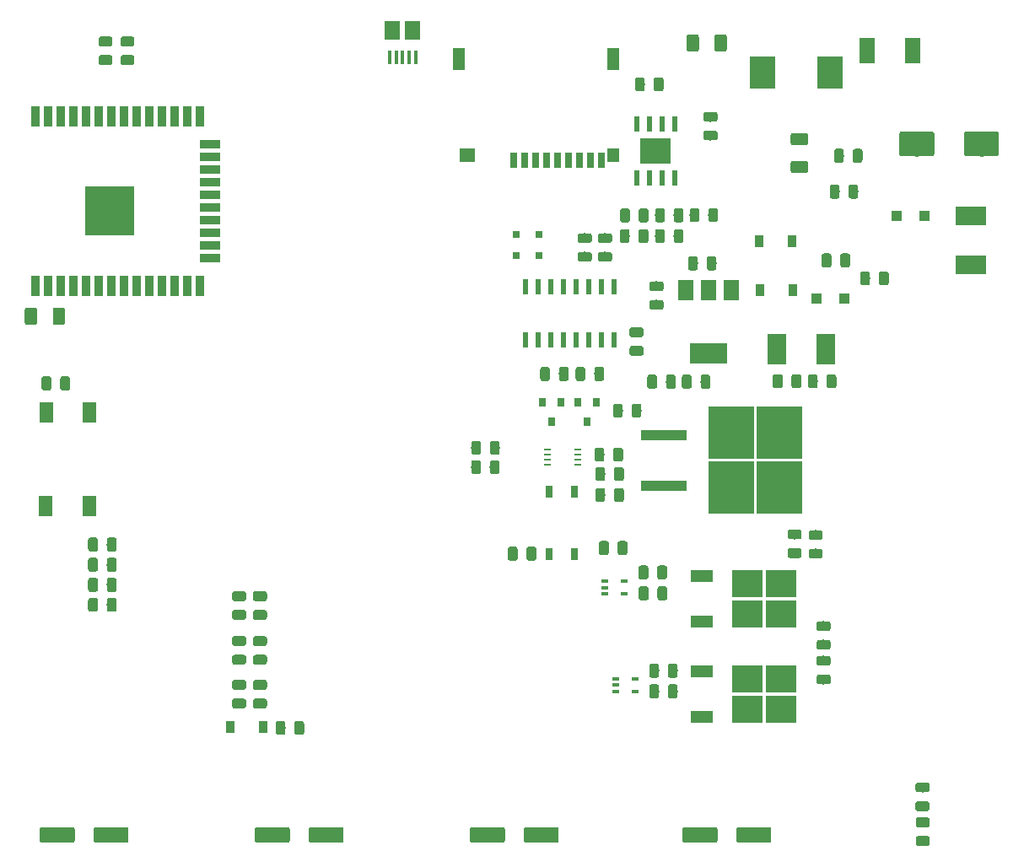
<source format=gtp>
G04 #@! TF.GenerationSoftware,KiCad,Pcbnew,5.0.2-bee76a0~70~ubuntu18.04.1*
G04 #@! TF.CreationDate,2019-02-18T17:05:05+09:00*
G04 #@! TF.ProjectId,MRR_ESPA,4d52525f-4553-4504-912e-6b696361645f,v0.9*
G04 #@! TF.SameCoordinates,Original*
G04 #@! TF.FileFunction,Paste,Top*
G04 #@! TF.FilePolarity,Positive*
%FSLAX46Y46*%
G04 Gerber Fmt 4.6, Leading zero omitted, Abs format (unit mm)*
G04 Created by KiCad (PCBNEW 5.0.2-bee76a0~70~ubuntu18.04.1) date Mon 18 Feb 2019 05:05:05 PM JST*
%MOMM*%
%LPD*%
G01*
G04 APERTURE LIST*
%ADD10R,1.500000X1.900000*%
%ADD11R,0.400000X1.350000*%
%ADD12C,0.100000*%
%ADD13C,0.975000*%
%ADD14C,2.500000*%
%ADD15C,1.250000*%
%ADD16C,1.600000*%
%ADD17R,4.550000X5.250000*%
%ADD18R,4.600000X1.100000*%
%ADD19R,3.050000X2.750000*%
%ADD20R,2.200000X1.200000*%
%ADD21R,0.800000X0.900000*%
%ADD22R,0.900000X2.000000*%
%ADD23R,2.000000X0.900000*%
%ADD24R,5.000000X5.000000*%
%ADD25R,0.600000X1.550000*%
%ADD26R,3.100000X2.600000*%
%ADD27R,0.600000X1.500000*%
%ADD28R,1.500000X2.000000*%
%ADD29R,3.800000X2.000000*%
%ADD30R,0.700000X1.600000*%
%ADD31R,1.200000X1.400000*%
%ADD32R,1.600000X1.400000*%
%ADD33R,1.200000X2.200000*%
%ADD34R,3.150000X1.960000*%
%ADD35R,1.960000X3.150000*%
%ADD36R,1.500000X2.500000*%
%ADD37R,1.450000X2.100000*%
%ADD38R,2.500000X3.300000*%
%ADD39R,0.900000X1.200000*%
%ADD40R,1.100000X1.100000*%
%ADD41R,0.800000X0.800000*%
%ADD42R,0.800000X1.200000*%
%ADD43R,0.650000X0.400000*%
%ADD44R,0.750000X0.250000*%
G04 APERTURE END LIST*
D10*
G04 #@! TO.C,J16*
X84312000Y-38640500D03*
D11*
X83312000Y-41340500D03*
X82662000Y-41340500D03*
X82012000Y-41340500D03*
X84612000Y-41340500D03*
X83962000Y-41340500D03*
D10*
X82312000Y-38640500D03*
G04 #@! TD*
D12*
G04 #@! TO.C,C1*
G36*
X67380142Y-96851174D02*
X67403803Y-96854684D01*
X67427007Y-96860496D01*
X67449529Y-96868554D01*
X67471153Y-96878782D01*
X67491670Y-96891079D01*
X67510883Y-96905329D01*
X67528607Y-96921393D01*
X67544671Y-96939117D01*
X67558921Y-96958330D01*
X67571218Y-96978847D01*
X67581446Y-97000471D01*
X67589504Y-97022993D01*
X67595316Y-97046197D01*
X67598826Y-97069858D01*
X67600000Y-97093750D01*
X67600000Y-97581250D01*
X67598826Y-97605142D01*
X67595316Y-97628803D01*
X67589504Y-97652007D01*
X67581446Y-97674529D01*
X67571218Y-97696153D01*
X67558921Y-97716670D01*
X67544671Y-97735883D01*
X67528607Y-97753607D01*
X67510883Y-97769671D01*
X67491670Y-97783921D01*
X67471153Y-97796218D01*
X67449529Y-97806446D01*
X67427007Y-97814504D01*
X67403803Y-97820316D01*
X67380142Y-97823826D01*
X67356250Y-97825000D01*
X66443750Y-97825000D01*
X66419858Y-97823826D01*
X66396197Y-97820316D01*
X66372993Y-97814504D01*
X66350471Y-97806446D01*
X66328847Y-97796218D01*
X66308330Y-97783921D01*
X66289117Y-97769671D01*
X66271393Y-97753607D01*
X66255329Y-97735883D01*
X66241079Y-97716670D01*
X66228782Y-97696153D01*
X66218554Y-97674529D01*
X66210496Y-97652007D01*
X66204684Y-97628803D01*
X66201174Y-97605142D01*
X66200000Y-97581250D01*
X66200000Y-97093750D01*
X66201174Y-97069858D01*
X66204684Y-97046197D01*
X66210496Y-97022993D01*
X66218554Y-97000471D01*
X66228782Y-96978847D01*
X66241079Y-96958330D01*
X66255329Y-96939117D01*
X66271393Y-96921393D01*
X66289117Y-96905329D01*
X66308330Y-96891079D01*
X66328847Y-96878782D01*
X66350471Y-96868554D01*
X66372993Y-96860496D01*
X66396197Y-96854684D01*
X66419858Y-96851174D01*
X66443750Y-96850000D01*
X67356250Y-96850000D01*
X67380142Y-96851174D01*
X67380142Y-96851174D01*
G37*
D13*
X66900000Y-97337500D03*
D12*
G36*
X67380142Y-94976174D02*
X67403803Y-94979684D01*
X67427007Y-94985496D01*
X67449529Y-94993554D01*
X67471153Y-95003782D01*
X67491670Y-95016079D01*
X67510883Y-95030329D01*
X67528607Y-95046393D01*
X67544671Y-95064117D01*
X67558921Y-95083330D01*
X67571218Y-95103847D01*
X67581446Y-95125471D01*
X67589504Y-95147993D01*
X67595316Y-95171197D01*
X67598826Y-95194858D01*
X67600000Y-95218750D01*
X67600000Y-95706250D01*
X67598826Y-95730142D01*
X67595316Y-95753803D01*
X67589504Y-95777007D01*
X67581446Y-95799529D01*
X67571218Y-95821153D01*
X67558921Y-95841670D01*
X67544671Y-95860883D01*
X67528607Y-95878607D01*
X67510883Y-95894671D01*
X67491670Y-95908921D01*
X67471153Y-95921218D01*
X67449529Y-95931446D01*
X67427007Y-95939504D01*
X67403803Y-95945316D01*
X67380142Y-95948826D01*
X67356250Y-95950000D01*
X66443750Y-95950000D01*
X66419858Y-95948826D01*
X66396197Y-95945316D01*
X66372993Y-95939504D01*
X66350471Y-95931446D01*
X66328847Y-95921218D01*
X66308330Y-95908921D01*
X66289117Y-95894671D01*
X66271393Y-95878607D01*
X66255329Y-95860883D01*
X66241079Y-95841670D01*
X66228782Y-95821153D01*
X66218554Y-95799529D01*
X66210496Y-95777007D01*
X66204684Y-95753803D01*
X66201174Y-95730142D01*
X66200000Y-95706250D01*
X66200000Y-95218750D01*
X66201174Y-95194858D01*
X66204684Y-95171197D01*
X66210496Y-95147993D01*
X66218554Y-95125471D01*
X66228782Y-95103847D01*
X66241079Y-95083330D01*
X66255329Y-95064117D01*
X66271393Y-95046393D01*
X66289117Y-95030329D01*
X66308330Y-95016079D01*
X66328847Y-95003782D01*
X66350471Y-94993554D01*
X66372993Y-94985496D01*
X66396197Y-94979684D01*
X66419858Y-94976174D01*
X66443750Y-94975000D01*
X67356250Y-94975000D01*
X67380142Y-94976174D01*
X67380142Y-94976174D01*
G37*
D13*
X66900000Y-95462500D03*
G04 #@! TD*
D12*
G04 #@! TO.C,C2*
G36*
X67380142Y-105751174D02*
X67403803Y-105754684D01*
X67427007Y-105760496D01*
X67449529Y-105768554D01*
X67471153Y-105778782D01*
X67491670Y-105791079D01*
X67510883Y-105805329D01*
X67528607Y-105821393D01*
X67544671Y-105839117D01*
X67558921Y-105858330D01*
X67571218Y-105878847D01*
X67581446Y-105900471D01*
X67589504Y-105922993D01*
X67595316Y-105946197D01*
X67598826Y-105969858D01*
X67600000Y-105993750D01*
X67600000Y-106481250D01*
X67598826Y-106505142D01*
X67595316Y-106528803D01*
X67589504Y-106552007D01*
X67581446Y-106574529D01*
X67571218Y-106596153D01*
X67558921Y-106616670D01*
X67544671Y-106635883D01*
X67528607Y-106653607D01*
X67510883Y-106669671D01*
X67491670Y-106683921D01*
X67471153Y-106696218D01*
X67449529Y-106706446D01*
X67427007Y-106714504D01*
X67403803Y-106720316D01*
X67380142Y-106723826D01*
X67356250Y-106725000D01*
X66443750Y-106725000D01*
X66419858Y-106723826D01*
X66396197Y-106720316D01*
X66372993Y-106714504D01*
X66350471Y-106706446D01*
X66328847Y-106696218D01*
X66308330Y-106683921D01*
X66289117Y-106669671D01*
X66271393Y-106653607D01*
X66255329Y-106635883D01*
X66241079Y-106616670D01*
X66228782Y-106596153D01*
X66218554Y-106574529D01*
X66210496Y-106552007D01*
X66204684Y-106528803D01*
X66201174Y-106505142D01*
X66200000Y-106481250D01*
X66200000Y-105993750D01*
X66201174Y-105969858D01*
X66204684Y-105946197D01*
X66210496Y-105922993D01*
X66218554Y-105900471D01*
X66228782Y-105878847D01*
X66241079Y-105858330D01*
X66255329Y-105839117D01*
X66271393Y-105821393D01*
X66289117Y-105805329D01*
X66308330Y-105791079D01*
X66328847Y-105778782D01*
X66350471Y-105768554D01*
X66372993Y-105760496D01*
X66396197Y-105754684D01*
X66419858Y-105751174D01*
X66443750Y-105750000D01*
X67356250Y-105750000D01*
X67380142Y-105751174D01*
X67380142Y-105751174D01*
G37*
D13*
X66900000Y-106237500D03*
D12*
G36*
X67380142Y-103876174D02*
X67403803Y-103879684D01*
X67427007Y-103885496D01*
X67449529Y-103893554D01*
X67471153Y-103903782D01*
X67491670Y-103916079D01*
X67510883Y-103930329D01*
X67528607Y-103946393D01*
X67544671Y-103964117D01*
X67558921Y-103983330D01*
X67571218Y-104003847D01*
X67581446Y-104025471D01*
X67589504Y-104047993D01*
X67595316Y-104071197D01*
X67598826Y-104094858D01*
X67600000Y-104118750D01*
X67600000Y-104606250D01*
X67598826Y-104630142D01*
X67595316Y-104653803D01*
X67589504Y-104677007D01*
X67581446Y-104699529D01*
X67571218Y-104721153D01*
X67558921Y-104741670D01*
X67544671Y-104760883D01*
X67528607Y-104778607D01*
X67510883Y-104794671D01*
X67491670Y-104808921D01*
X67471153Y-104821218D01*
X67449529Y-104831446D01*
X67427007Y-104839504D01*
X67403803Y-104845316D01*
X67380142Y-104848826D01*
X67356250Y-104850000D01*
X66443750Y-104850000D01*
X66419858Y-104848826D01*
X66396197Y-104845316D01*
X66372993Y-104839504D01*
X66350471Y-104831446D01*
X66328847Y-104821218D01*
X66308330Y-104808921D01*
X66289117Y-104794671D01*
X66271393Y-104778607D01*
X66255329Y-104760883D01*
X66241079Y-104741670D01*
X66228782Y-104721153D01*
X66218554Y-104699529D01*
X66210496Y-104677007D01*
X66204684Y-104653803D01*
X66201174Y-104630142D01*
X66200000Y-104606250D01*
X66200000Y-104118750D01*
X66201174Y-104094858D01*
X66204684Y-104071197D01*
X66210496Y-104047993D01*
X66218554Y-104025471D01*
X66228782Y-104003847D01*
X66241079Y-103983330D01*
X66255329Y-103964117D01*
X66271393Y-103946393D01*
X66289117Y-103930329D01*
X66308330Y-103916079D01*
X66328847Y-103903782D01*
X66350471Y-103893554D01*
X66372993Y-103885496D01*
X66396197Y-103879684D01*
X66419858Y-103876174D01*
X66443750Y-103875000D01*
X67356250Y-103875000D01*
X67380142Y-103876174D01*
X67380142Y-103876174D01*
G37*
D13*
X66900000Y-104362500D03*
G04 #@! TD*
D12*
G04 #@! TO.C,C3*
G36*
X67380142Y-101351174D02*
X67403803Y-101354684D01*
X67427007Y-101360496D01*
X67449529Y-101368554D01*
X67471153Y-101378782D01*
X67491670Y-101391079D01*
X67510883Y-101405329D01*
X67528607Y-101421393D01*
X67544671Y-101439117D01*
X67558921Y-101458330D01*
X67571218Y-101478847D01*
X67581446Y-101500471D01*
X67589504Y-101522993D01*
X67595316Y-101546197D01*
X67598826Y-101569858D01*
X67600000Y-101593750D01*
X67600000Y-102081250D01*
X67598826Y-102105142D01*
X67595316Y-102128803D01*
X67589504Y-102152007D01*
X67581446Y-102174529D01*
X67571218Y-102196153D01*
X67558921Y-102216670D01*
X67544671Y-102235883D01*
X67528607Y-102253607D01*
X67510883Y-102269671D01*
X67491670Y-102283921D01*
X67471153Y-102296218D01*
X67449529Y-102306446D01*
X67427007Y-102314504D01*
X67403803Y-102320316D01*
X67380142Y-102323826D01*
X67356250Y-102325000D01*
X66443750Y-102325000D01*
X66419858Y-102323826D01*
X66396197Y-102320316D01*
X66372993Y-102314504D01*
X66350471Y-102306446D01*
X66328847Y-102296218D01*
X66308330Y-102283921D01*
X66289117Y-102269671D01*
X66271393Y-102253607D01*
X66255329Y-102235883D01*
X66241079Y-102216670D01*
X66228782Y-102196153D01*
X66218554Y-102174529D01*
X66210496Y-102152007D01*
X66204684Y-102128803D01*
X66201174Y-102105142D01*
X66200000Y-102081250D01*
X66200000Y-101593750D01*
X66201174Y-101569858D01*
X66204684Y-101546197D01*
X66210496Y-101522993D01*
X66218554Y-101500471D01*
X66228782Y-101478847D01*
X66241079Y-101458330D01*
X66255329Y-101439117D01*
X66271393Y-101421393D01*
X66289117Y-101405329D01*
X66308330Y-101391079D01*
X66328847Y-101378782D01*
X66350471Y-101368554D01*
X66372993Y-101360496D01*
X66396197Y-101354684D01*
X66419858Y-101351174D01*
X66443750Y-101350000D01*
X67356250Y-101350000D01*
X67380142Y-101351174D01*
X67380142Y-101351174D01*
G37*
D13*
X66900000Y-101837500D03*
D12*
G36*
X67380142Y-99476174D02*
X67403803Y-99479684D01*
X67427007Y-99485496D01*
X67449529Y-99493554D01*
X67471153Y-99503782D01*
X67491670Y-99516079D01*
X67510883Y-99530329D01*
X67528607Y-99546393D01*
X67544671Y-99564117D01*
X67558921Y-99583330D01*
X67571218Y-99603847D01*
X67581446Y-99625471D01*
X67589504Y-99647993D01*
X67595316Y-99671197D01*
X67598826Y-99694858D01*
X67600000Y-99718750D01*
X67600000Y-100206250D01*
X67598826Y-100230142D01*
X67595316Y-100253803D01*
X67589504Y-100277007D01*
X67581446Y-100299529D01*
X67571218Y-100321153D01*
X67558921Y-100341670D01*
X67544671Y-100360883D01*
X67528607Y-100378607D01*
X67510883Y-100394671D01*
X67491670Y-100408921D01*
X67471153Y-100421218D01*
X67449529Y-100431446D01*
X67427007Y-100439504D01*
X67403803Y-100445316D01*
X67380142Y-100448826D01*
X67356250Y-100450000D01*
X66443750Y-100450000D01*
X66419858Y-100448826D01*
X66396197Y-100445316D01*
X66372993Y-100439504D01*
X66350471Y-100431446D01*
X66328847Y-100421218D01*
X66308330Y-100408921D01*
X66289117Y-100394671D01*
X66271393Y-100378607D01*
X66255329Y-100360883D01*
X66241079Y-100341670D01*
X66228782Y-100321153D01*
X66218554Y-100299529D01*
X66210496Y-100277007D01*
X66204684Y-100253803D01*
X66201174Y-100230142D01*
X66200000Y-100206250D01*
X66200000Y-99718750D01*
X66201174Y-99694858D01*
X66204684Y-99671197D01*
X66210496Y-99647993D01*
X66218554Y-99625471D01*
X66228782Y-99603847D01*
X66241079Y-99583330D01*
X66255329Y-99564117D01*
X66271393Y-99546393D01*
X66289117Y-99530329D01*
X66308330Y-99516079D01*
X66328847Y-99503782D01*
X66350471Y-99493554D01*
X66372993Y-99485496D01*
X66396197Y-99479684D01*
X66419858Y-99476174D01*
X66443750Y-99475000D01*
X67356250Y-99475000D01*
X67380142Y-99476174D01*
X67380142Y-99476174D01*
G37*
D13*
X66900000Y-99962500D03*
G04 #@! TD*
D12*
G04 #@! TO.C,C4*
G36*
X142949504Y-48801204D02*
X142973773Y-48804804D01*
X142997571Y-48810765D01*
X143020671Y-48819030D01*
X143042849Y-48829520D01*
X143063893Y-48842133D01*
X143083598Y-48856747D01*
X143101777Y-48873223D01*
X143118253Y-48891402D01*
X143132867Y-48911107D01*
X143145480Y-48932151D01*
X143155970Y-48954329D01*
X143164235Y-48977429D01*
X143170196Y-49001227D01*
X143173796Y-49025496D01*
X143175000Y-49050000D01*
X143175000Y-51050000D01*
X143173796Y-51074504D01*
X143170196Y-51098773D01*
X143164235Y-51122571D01*
X143155970Y-51145671D01*
X143145480Y-51167849D01*
X143132867Y-51188893D01*
X143118253Y-51208598D01*
X143101777Y-51226777D01*
X143083598Y-51243253D01*
X143063893Y-51257867D01*
X143042849Y-51270480D01*
X143020671Y-51280970D01*
X142997571Y-51289235D01*
X142973773Y-51295196D01*
X142949504Y-51298796D01*
X142925000Y-51300000D01*
X139925000Y-51300000D01*
X139900496Y-51298796D01*
X139876227Y-51295196D01*
X139852429Y-51289235D01*
X139829329Y-51280970D01*
X139807151Y-51270480D01*
X139786107Y-51257867D01*
X139766402Y-51243253D01*
X139748223Y-51226777D01*
X139731747Y-51208598D01*
X139717133Y-51188893D01*
X139704520Y-51167849D01*
X139694030Y-51145671D01*
X139685765Y-51122571D01*
X139679804Y-51098773D01*
X139676204Y-51074504D01*
X139675000Y-51050000D01*
X139675000Y-49050000D01*
X139676204Y-49025496D01*
X139679804Y-49001227D01*
X139685765Y-48977429D01*
X139694030Y-48954329D01*
X139704520Y-48932151D01*
X139717133Y-48911107D01*
X139731747Y-48891402D01*
X139748223Y-48873223D01*
X139766402Y-48856747D01*
X139786107Y-48842133D01*
X139807151Y-48829520D01*
X139829329Y-48819030D01*
X139852429Y-48810765D01*
X139876227Y-48804804D01*
X139900496Y-48801204D01*
X139925000Y-48800000D01*
X142925000Y-48800000D01*
X142949504Y-48801204D01*
X142949504Y-48801204D01*
G37*
D14*
X141425000Y-50050000D03*
D12*
G36*
X136449504Y-48801204D02*
X136473773Y-48804804D01*
X136497571Y-48810765D01*
X136520671Y-48819030D01*
X136542849Y-48829520D01*
X136563893Y-48842133D01*
X136583598Y-48856747D01*
X136601777Y-48873223D01*
X136618253Y-48891402D01*
X136632867Y-48911107D01*
X136645480Y-48932151D01*
X136655970Y-48954329D01*
X136664235Y-48977429D01*
X136670196Y-49001227D01*
X136673796Y-49025496D01*
X136675000Y-49050000D01*
X136675000Y-51050000D01*
X136673796Y-51074504D01*
X136670196Y-51098773D01*
X136664235Y-51122571D01*
X136655970Y-51145671D01*
X136645480Y-51167849D01*
X136632867Y-51188893D01*
X136618253Y-51208598D01*
X136601777Y-51226777D01*
X136583598Y-51243253D01*
X136563893Y-51257867D01*
X136542849Y-51270480D01*
X136520671Y-51280970D01*
X136497571Y-51289235D01*
X136473773Y-51295196D01*
X136449504Y-51298796D01*
X136425000Y-51300000D01*
X133425000Y-51300000D01*
X133400496Y-51298796D01*
X133376227Y-51295196D01*
X133352429Y-51289235D01*
X133329329Y-51280970D01*
X133307151Y-51270480D01*
X133286107Y-51257867D01*
X133266402Y-51243253D01*
X133248223Y-51226777D01*
X133231747Y-51208598D01*
X133217133Y-51188893D01*
X133204520Y-51167849D01*
X133194030Y-51145671D01*
X133185765Y-51122571D01*
X133179804Y-51098773D01*
X133176204Y-51074504D01*
X133175000Y-51050000D01*
X133175000Y-49050000D01*
X133176204Y-49025496D01*
X133179804Y-49001227D01*
X133185765Y-48977429D01*
X133194030Y-48954329D01*
X133204520Y-48932151D01*
X133217133Y-48911107D01*
X133231747Y-48891402D01*
X133248223Y-48873223D01*
X133266402Y-48856747D01*
X133286107Y-48842133D01*
X133307151Y-48829520D01*
X133329329Y-48819030D01*
X133352429Y-48810765D01*
X133376227Y-48804804D01*
X133400496Y-48801204D01*
X133425000Y-48800000D01*
X136425000Y-48800000D01*
X136449504Y-48801204D01*
X136449504Y-48801204D01*
G37*
D14*
X134925000Y-50050000D03*
G04 #@! TD*
D12*
G04 #@! TO.C,C5*
G36*
X54380142Y-95626174D02*
X54403803Y-95629684D01*
X54427007Y-95635496D01*
X54449529Y-95643554D01*
X54471153Y-95653782D01*
X54491670Y-95666079D01*
X54510883Y-95680329D01*
X54528607Y-95696393D01*
X54544671Y-95714117D01*
X54558921Y-95733330D01*
X54571218Y-95753847D01*
X54581446Y-95775471D01*
X54589504Y-95797993D01*
X54595316Y-95821197D01*
X54598826Y-95844858D01*
X54600000Y-95868750D01*
X54600000Y-96781250D01*
X54598826Y-96805142D01*
X54595316Y-96828803D01*
X54589504Y-96852007D01*
X54581446Y-96874529D01*
X54571218Y-96896153D01*
X54558921Y-96916670D01*
X54544671Y-96935883D01*
X54528607Y-96953607D01*
X54510883Y-96969671D01*
X54491670Y-96983921D01*
X54471153Y-96996218D01*
X54449529Y-97006446D01*
X54427007Y-97014504D01*
X54403803Y-97020316D01*
X54380142Y-97023826D01*
X54356250Y-97025000D01*
X53868750Y-97025000D01*
X53844858Y-97023826D01*
X53821197Y-97020316D01*
X53797993Y-97014504D01*
X53775471Y-97006446D01*
X53753847Y-96996218D01*
X53733330Y-96983921D01*
X53714117Y-96969671D01*
X53696393Y-96953607D01*
X53680329Y-96935883D01*
X53666079Y-96916670D01*
X53653782Y-96896153D01*
X53643554Y-96874529D01*
X53635496Y-96852007D01*
X53629684Y-96828803D01*
X53626174Y-96805142D01*
X53625000Y-96781250D01*
X53625000Y-95868750D01*
X53626174Y-95844858D01*
X53629684Y-95821197D01*
X53635496Y-95797993D01*
X53643554Y-95775471D01*
X53653782Y-95753847D01*
X53666079Y-95733330D01*
X53680329Y-95714117D01*
X53696393Y-95696393D01*
X53714117Y-95680329D01*
X53733330Y-95666079D01*
X53753847Y-95653782D01*
X53775471Y-95643554D01*
X53797993Y-95635496D01*
X53821197Y-95629684D01*
X53844858Y-95626174D01*
X53868750Y-95625000D01*
X54356250Y-95625000D01*
X54380142Y-95626174D01*
X54380142Y-95626174D01*
G37*
D13*
X54112500Y-96325000D03*
D12*
G36*
X52505142Y-95626174D02*
X52528803Y-95629684D01*
X52552007Y-95635496D01*
X52574529Y-95643554D01*
X52596153Y-95653782D01*
X52616670Y-95666079D01*
X52635883Y-95680329D01*
X52653607Y-95696393D01*
X52669671Y-95714117D01*
X52683921Y-95733330D01*
X52696218Y-95753847D01*
X52706446Y-95775471D01*
X52714504Y-95797993D01*
X52720316Y-95821197D01*
X52723826Y-95844858D01*
X52725000Y-95868750D01*
X52725000Y-96781250D01*
X52723826Y-96805142D01*
X52720316Y-96828803D01*
X52714504Y-96852007D01*
X52706446Y-96874529D01*
X52696218Y-96896153D01*
X52683921Y-96916670D01*
X52669671Y-96935883D01*
X52653607Y-96953607D01*
X52635883Y-96969671D01*
X52616670Y-96983921D01*
X52596153Y-96996218D01*
X52574529Y-97006446D01*
X52552007Y-97014504D01*
X52528803Y-97020316D01*
X52505142Y-97023826D01*
X52481250Y-97025000D01*
X51993750Y-97025000D01*
X51969858Y-97023826D01*
X51946197Y-97020316D01*
X51922993Y-97014504D01*
X51900471Y-97006446D01*
X51878847Y-96996218D01*
X51858330Y-96983921D01*
X51839117Y-96969671D01*
X51821393Y-96953607D01*
X51805329Y-96935883D01*
X51791079Y-96916670D01*
X51778782Y-96896153D01*
X51768554Y-96874529D01*
X51760496Y-96852007D01*
X51754684Y-96828803D01*
X51751174Y-96805142D01*
X51750000Y-96781250D01*
X51750000Y-95868750D01*
X51751174Y-95844858D01*
X51754684Y-95821197D01*
X51760496Y-95797993D01*
X51768554Y-95775471D01*
X51778782Y-95753847D01*
X51791079Y-95733330D01*
X51805329Y-95714117D01*
X51821393Y-95696393D01*
X51839117Y-95680329D01*
X51858330Y-95666079D01*
X51878847Y-95653782D01*
X51900471Y-95643554D01*
X51922993Y-95635496D01*
X51946197Y-95629684D01*
X51969858Y-95626174D01*
X51993750Y-95625000D01*
X52481250Y-95625000D01*
X52505142Y-95626174D01*
X52505142Y-95626174D01*
G37*
D13*
X52237500Y-96325000D03*
G04 #@! TD*
D12*
G04 #@! TO.C,C6*
G36*
X54380142Y-91601174D02*
X54403803Y-91604684D01*
X54427007Y-91610496D01*
X54449529Y-91618554D01*
X54471153Y-91628782D01*
X54491670Y-91641079D01*
X54510883Y-91655329D01*
X54528607Y-91671393D01*
X54544671Y-91689117D01*
X54558921Y-91708330D01*
X54571218Y-91728847D01*
X54581446Y-91750471D01*
X54589504Y-91772993D01*
X54595316Y-91796197D01*
X54598826Y-91819858D01*
X54600000Y-91843750D01*
X54600000Y-92756250D01*
X54598826Y-92780142D01*
X54595316Y-92803803D01*
X54589504Y-92827007D01*
X54581446Y-92849529D01*
X54571218Y-92871153D01*
X54558921Y-92891670D01*
X54544671Y-92910883D01*
X54528607Y-92928607D01*
X54510883Y-92944671D01*
X54491670Y-92958921D01*
X54471153Y-92971218D01*
X54449529Y-92981446D01*
X54427007Y-92989504D01*
X54403803Y-92995316D01*
X54380142Y-92998826D01*
X54356250Y-93000000D01*
X53868750Y-93000000D01*
X53844858Y-92998826D01*
X53821197Y-92995316D01*
X53797993Y-92989504D01*
X53775471Y-92981446D01*
X53753847Y-92971218D01*
X53733330Y-92958921D01*
X53714117Y-92944671D01*
X53696393Y-92928607D01*
X53680329Y-92910883D01*
X53666079Y-92891670D01*
X53653782Y-92871153D01*
X53643554Y-92849529D01*
X53635496Y-92827007D01*
X53629684Y-92803803D01*
X53626174Y-92780142D01*
X53625000Y-92756250D01*
X53625000Y-91843750D01*
X53626174Y-91819858D01*
X53629684Y-91796197D01*
X53635496Y-91772993D01*
X53643554Y-91750471D01*
X53653782Y-91728847D01*
X53666079Y-91708330D01*
X53680329Y-91689117D01*
X53696393Y-91671393D01*
X53714117Y-91655329D01*
X53733330Y-91641079D01*
X53753847Y-91628782D01*
X53775471Y-91618554D01*
X53797993Y-91610496D01*
X53821197Y-91604684D01*
X53844858Y-91601174D01*
X53868750Y-91600000D01*
X54356250Y-91600000D01*
X54380142Y-91601174D01*
X54380142Y-91601174D01*
G37*
D13*
X54112500Y-92300000D03*
D12*
G36*
X52505142Y-91601174D02*
X52528803Y-91604684D01*
X52552007Y-91610496D01*
X52574529Y-91618554D01*
X52596153Y-91628782D01*
X52616670Y-91641079D01*
X52635883Y-91655329D01*
X52653607Y-91671393D01*
X52669671Y-91689117D01*
X52683921Y-91708330D01*
X52696218Y-91728847D01*
X52706446Y-91750471D01*
X52714504Y-91772993D01*
X52720316Y-91796197D01*
X52723826Y-91819858D01*
X52725000Y-91843750D01*
X52725000Y-92756250D01*
X52723826Y-92780142D01*
X52720316Y-92803803D01*
X52714504Y-92827007D01*
X52706446Y-92849529D01*
X52696218Y-92871153D01*
X52683921Y-92891670D01*
X52669671Y-92910883D01*
X52653607Y-92928607D01*
X52635883Y-92944671D01*
X52616670Y-92958921D01*
X52596153Y-92971218D01*
X52574529Y-92981446D01*
X52552007Y-92989504D01*
X52528803Y-92995316D01*
X52505142Y-92998826D01*
X52481250Y-93000000D01*
X51993750Y-93000000D01*
X51969858Y-92998826D01*
X51946197Y-92995316D01*
X51922993Y-92989504D01*
X51900471Y-92981446D01*
X51878847Y-92971218D01*
X51858330Y-92958921D01*
X51839117Y-92944671D01*
X51821393Y-92928607D01*
X51805329Y-92910883D01*
X51791079Y-92891670D01*
X51778782Y-92871153D01*
X51768554Y-92849529D01*
X51760496Y-92827007D01*
X51754684Y-92803803D01*
X51751174Y-92780142D01*
X51750000Y-92756250D01*
X51750000Y-91843750D01*
X51751174Y-91819858D01*
X51754684Y-91796197D01*
X51760496Y-91772993D01*
X51768554Y-91750471D01*
X51778782Y-91728847D01*
X51791079Y-91708330D01*
X51805329Y-91689117D01*
X51821393Y-91671393D01*
X51839117Y-91655329D01*
X51858330Y-91641079D01*
X51878847Y-91628782D01*
X51900471Y-91618554D01*
X51922993Y-91610496D01*
X51946197Y-91604684D01*
X51969858Y-91601174D01*
X51993750Y-91600000D01*
X52481250Y-91600000D01*
X52505142Y-91601174D01*
X52505142Y-91601174D01*
G37*
D13*
X52237500Y-92300000D03*
G04 #@! TD*
D12*
G04 #@! TO.C,C7*
G36*
X112824504Y-39051204D02*
X112848773Y-39054804D01*
X112872571Y-39060765D01*
X112895671Y-39069030D01*
X112917849Y-39079520D01*
X112938893Y-39092133D01*
X112958598Y-39106747D01*
X112976777Y-39123223D01*
X112993253Y-39141402D01*
X113007867Y-39161107D01*
X113020480Y-39182151D01*
X113030970Y-39204329D01*
X113039235Y-39227429D01*
X113045196Y-39251227D01*
X113048796Y-39275496D01*
X113050000Y-39300000D01*
X113050000Y-40550000D01*
X113048796Y-40574504D01*
X113045196Y-40598773D01*
X113039235Y-40622571D01*
X113030970Y-40645671D01*
X113020480Y-40667849D01*
X113007867Y-40688893D01*
X112993253Y-40708598D01*
X112976777Y-40726777D01*
X112958598Y-40743253D01*
X112938893Y-40757867D01*
X112917849Y-40770480D01*
X112895671Y-40780970D01*
X112872571Y-40789235D01*
X112848773Y-40795196D01*
X112824504Y-40798796D01*
X112800000Y-40800000D01*
X112050000Y-40800000D01*
X112025496Y-40798796D01*
X112001227Y-40795196D01*
X111977429Y-40789235D01*
X111954329Y-40780970D01*
X111932151Y-40770480D01*
X111911107Y-40757867D01*
X111891402Y-40743253D01*
X111873223Y-40726777D01*
X111856747Y-40708598D01*
X111842133Y-40688893D01*
X111829520Y-40667849D01*
X111819030Y-40645671D01*
X111810765Y-40622571D01*
X111804804Y-40598773D01*
X111801204Y-40574504D01*
X111800000Y-40550000D01*
X111800000Y-39300000D01*
X111801204Y-39275496D01*
X111804804Y-39251227D01*
X111810765Y-39227429D01*
X111819030Y-39204329D01*
X111829520Y-39182151D01*
X111842133Y-39161107D01*
X111856747Y-39141402D01*
X111873223Y-39123223D01*
X111891402Y-39106747D01*
X111911107Y-39092133D01*
X111932151Y-39079520D01*
X111954329Y-39069030D01*
X111977429Y-39060765D01*
X112001227Y-39054804D01*
X112025496Y-39051204D01*
X112050000Y-39050000D01*
X112800000Y-39050000D01*
X112824504Y-39051204D01*
X112824504Y-39051204D01*
G37*
D15*
X112425000Y-39925000D03*
D12*
G36*
X115624504Y-39051204D02*
X115648773Y-39054804D01*
X115672571Y-39060765D01*
X115695671Y-39069030D01*
X115717849Y-39079520D01*
X115738893Y-39092133D01*
X115758598Y-39106747D01*
X115776777Y-39123223D01*
X115793253Y-39141402D01*
X115807867Y-39161107D01*
X115820480Y-39182151D01*
X115830970Y-39204329D01*
X115839235Y-39227429D01*
X115845196Y-39251227D01*
X115848796Y-39275496D01*
X115850000Y-39300000D01*
X115850000Y-40550000D01*
X115848796Y-40574504D01*
X115845196Y-40598773D01*
X115839235Y-40622571D01*
X115830970Y-40645671D01*
X115820480Y-40667849D01*
X115807867Y-40688893D01*
X115793253Y-40708598D01*
X115776777Y-40726777D01*
X115758598Y-40743253D01*
X115738893Y-40757867D01*
X115717849Y-40770480D01*
X115695671Y-40780970D01*
X115672571Y-40789235D01*
X115648773Y-40795196D01*
X115624504Y-40798796D01*
X115600000Y-40800000D01*
X114850000Y-40800000D01*
X114825496Y-40798796D01*
X114801227Y-40795196D01*
X114777429Y-40789235D01*
X114754329Y-40780970D01*
X114732151Y-40770480D01*
X114711107Y-40757867D01*
X114691402Y-40743253D01*
X114673223Y-40726777D01*
X114656747Y-40708598D01*
X114642133Y-40688893D01*
X114629520Y-40667849D01*
X114619030Y-40645671D01*
X114610765Y-40622571D01*
X114604804Y-40598773D01*
X114601204Y-40574504D01*
X114600000Y-40550000D01*
X114600000Y-39300000D01*
X114601204Y-39275496D01*
X114604804Y-39251227D01*
X114610765Y-39227429D01*
X114619030Y-39204329D01*
X114629520Y-39182151D01*
X114642133Y-39161107D01*
X114656747Y-39141402D01*
X114673223Y-39123223D01*
X114691402Y-39106747D01*
X114711107Y-39092133D01*
X114732151Y-39079520D01*
X114754329Y-39069030D01*
X114777429Y-39060765D01*
X114801227Y-39054804D01*
X114825496Y-39051204D01*
X114850000Y-39050000D01*
X115600000Y-39050000D01*
X115624504Y-39051204D01*
X115624504Y-39051204D01*
G37*
D15*
X115225000Y-39925000D03*
G04 #@! TD*
D12*
G04 #@! TO.C,C8*
G36*
X114755142Y-56501174D02*
X114778803Y-56504684D01*
X114802007Y-56510496D01*
X114824529Y-56518554D01*
X114846153Y-56528782D01*
X114866670Y-56541079D01*
X114885883Y-56555329D01*
X114903607Y-56571393D01*
X114919671Y-56589117D01*
X114933921Y-56608330D01*
X114946218Y-56628847D01*
X114956446Y-56650471D01*
X114964504Y-56672993D01*
X114970316Y-56696197D01*
X114973826Y-56719858D01*
X114975000Y-56743750D01*
X114975000Y-57656250D01*
X114973826Y-57680142D01*
X114970316Y-57703803D01*
X114964504Y-57727007D01*
X114956446Y-57749529D01*
X114946218Y-57771153D01*
X114933921Y-57791670D01*
X114919671Y-57810883D01*
X114903607Y-57828607D01*
X114885883Y-57844671D01*
X114866670Y-57858921D01*
X114846153Y-57871218D01*
X114824529Y-57881446D01*
X114802007Y-57889504D01*
X114778803Y-57895316D01*
X114755142Y-57898826D01*
X114731250Y-57900000D01*
X114243750Y-57900000D01*
X114219858Y-57898826D01*
X114196197Y-57895316D01*
X114172993Y-57889504D01*
X114150471Y-57881446D01*
X114128847Y-57871218D01*
X114108330Y-57858921D01*
X114089117Y-57844671D01*
X114071393Y-57828607D01*
X114055329Y-57810883D01*
X114041079Y-57791670D01*
X114028782Y-57771153D01*
X114018554Y-57749529D01*
X114010496Y-57727007D01*
X114004684Y-57703803D01*
X114001174Y-57680142D01*
X114000000Y-57656250D01*
X114000000Y-56743750D01*
X114001174Y-56719858D01*
X114004684Y-56696197D01*
X114010496Y-56672993D01*
X114018554Y-56650471D01*
X114028782Y-56628847D01*
X114041079Y-56608330D01*
X114055329Y-56589117D01*
X114071393Y-56571393D01*
X114089117Y-56555329D01*
X114108330Y-56541079D01*
X114128847Y-56528782D01*
X114150471Y-56518554D01*
X114172993Y-56510496D01*
X114196197Y-56504684D01*
X114219858Y-56501174D01*
X114243750Y-56500000D01*
X114731250Y-56500000D01*
X114755142Y-56501174D01*
X114755142Y-56501174D01*
G37*
D13*
X114487500Y-57200000D03*
D12*
G36*
X112880142Y-56501174D02*
X112903803Y-56504684D01*
X112927007Y-56510496D01*
X112949529Y-56518554D01*
X112971153Y-56528782D01*
X112991670Y-56541079D01*
X113010883Y-56555329D01*
X113028607Y-56571393D01*
X113044671Y-56589117D01*
X113058921Y-56608330D01*
X113071218Y-56628847D01*
X113081446Y-56650471D01*
X113089504Y-56672993D01*
X113095316Y-56696197D01*
X113098826Y-56719858D01*
X113100000Y-56743750D01*
X113100000Y-57656250D01*
X113098826Y-57680142D01*
X113095316Y-57703803D01*
X113089504Y-57727007D01*
X113081446Y-57749529D01*
X113071218Y-57771153D01*
X113058921Y-57791670D01*
X113044671Y-57810883D01*
X113028607Y-57828607D01*
X113010883Y-57844671D01*
X112991670Y-57858921D01*
X112971153Y-57871218D01*
X112949529Y-57881446D01*
X112927007Y-57889504D01*
X112903803Y-57895316D01*
X112880142Y-57898826D01*
X112856250Y-57900000D01*
X112368750Y-57900000D01*
X112344858Y-57898826D01*
X112321197Y-57895316D01*
X112297993Y-57889504D01*
X112275471Y-57881446D01*
X112253847Y-57871218D01*
X112233330Y-57858921D01*
X112214117Y-57844671D01*
X112196393Y-57828607D01*
X112180329Y-57810883D01*
X112166079Y-57791670D01*
X112153782Y-57771153D01*
X112143554Y-57749529D01*
X112135496Y-57727007D01*
X112129684Y-57703803D01*
X112126174Y-57680142D01*
X112125000Y-57656250D01*
X112125000Y-56743750D01*
X112126174Y-56719858D01*
X112129684Y-56696197D01*
X112135496Y-56672993D01*
X112143554Y-56650471D01*
X112153782Y-56628847D01*
X112166079Y-56608330D01*
X112180329Y-56589117D01*
X112196393Y-56571393D01*
X112214117Y-56555329D01*
X112233330Y-56541079D01*
X112253847Y-56528782D01*
X112275471Y-56518554D01*
X112297993Y-56510496D01*
X112321197Y-56504684D01*
X112344858Y-56501174D01*
X112368750Y-56500000D01*
X112856250Y-56500000D01*
X112880142Y-56501174D01*
X112880142Y-56501174D01*
G37*
D13*
X112612500Y-57200000D03*
G04 #@! TD*
D12*
G04 #@! TO.C,C9*
G36*
X105880142Y-58601174D02*
X105903803Y-58604684D01*
X105927007Y-58610496D01*
X105949529Y-58618554D01*
X105971153Y-58628782D01*
X105991670Y-58641079D01*
X106010883Y-58655329D01*
X106028607Y-58671393D01*
X106044671Y-58689117D01*
X106058921Y-58708330D01*
X106071218Y-58728847D01*
X106081446Y-58750471D01*
X106089504Y-58772993D01*
X106095316Y-58796197D01*
X106098826Y-58819858D01*
X106100000Y-58843750D01*
X106100000Y-59756250D01*
X106098826Y-59780142D01*
X106095316Y-59803803D01*
X106089504Y-59827007D01*
X106081446Y-59849529D01*
X106071218Y-59871153D01*
X106058921Y-59891670D01*
X106044671Y-59910883D01*
X106028607Y-59928607D01*
X106010883Y-59944671D01*
X105991670Y-59958921D01*
X105971153Y-59971218D01*
X105949529Y-59981446D01*
X105927007Y-59989504D01*
X105903803Y-59995316D01*
X105880142Y-59998826D01*
X105856250Y-60000000D01*
X105368750Y-60000000D01*
X105344858Y-59998826D01*
X105321197Y-59995316D01*
X105297993Y-59989504D01*
X105275471Y-59981446D01*
X105253847Y-59971218D01*
X105233330Y-59958921D01*
X105214117Y-59944671D01*
X105196393Y-59928607D01*
X105180329Y-59910883D01*
X105166079Y-59891670D01*
X105153782Y-59871153D01*
X105143554Y-59849529D01*
X105135496Y-59827007D01*
X105129684Y-59803803D01*
X105126174Y-59780142D01*
X105125000Y-59756250D01*
X105125000Y-58843750D01*
X105126174Y-58819858D01*
X105129684Y-58796197D01*
X105135496Y-58772993D01*
X105143554Y-58750471D01*
X105153782Y-58728847D01*
X105166079Y-58708330D01*
X105180329Y-58689117D01*
X105196393Y-58671393D01*
X105214117Y-58655329D01*
X105233330Y-58641079D01*
X105253847Y-58628782D01*
X105275471Y-58618554D01*
X105297993Y-58610496D01*
X105321197Y-58604684D01*
X105344858Y-58601174D01*
X105368750Y-58600000D01*
X105856250Y-58600000D01*
X105880142Y-58601174D01*
X105880142Y-58601174D01*
G37*
D13*
X105612500Y-59300000D03*
D12*
G36*
X107755142Y-58601174D02*
X107778803Y-58604684D01*
X107802007Y-58610496D01*
X107824529Y-58618554D01*
X107846153Y-58628782D01*
X107866670Y-58641079D01*
X107885883Y-58655329D01*
X107903607Y-58671393D01*
X107919671Y-58689117D01*
X107933921Y-58708330D01*
X107946218Y-58728847D01*
X107956446Y-58750471D01*
X107964504Y-58772993D01*
X107970316Y-58796197D01*
X107973826Y-58819858D01*
X107975000Y-58843750D01*
X107975000Y-59756250D01*
X107973826Y-59780142D01*
X107970316Y-59803803D01*
X107964504Y-59827007D01*
X107956446Y-59849529D01*
X107946218Y-59871153D01*
X107933921Y-59891670D01*
X107919671Y-59910883D01*
X107903607Y-59928607D01*
X107885883Y-59944671D01*
X107866670Y-59958921D01*
X107846153Y-59971218D01*
X107824529Y-59981446D01*
X107802007Y-59989504D01*
X107778803Y-59995316D01*
X107755142Y-59998826D01*
X107731250Y-60000000D01*
X107243750Y-60000000D01*
X107219858Y-59998826D01*
X107196197Y-59995316D01*
X107172993Y-59989504D01*
X107150471Y-59981446D01*
X107128847Y-59971218D01*
X107108330Y-59958921D01*
X107089117Y-59944671D01*
X107071393Y-59928607D01*
X107055329Y-59910883D01*
X107041079Y-59891670D01*
X107028782Y-59871153D01*
X107018554Y-59849529D01*
X107010496Y-59827007D01*
X107004684Y-59803803D01*
X107001174Y-59780142D01*
X107000000Y-59756250D01*
X107000000Y-58843750D01*
X107001174Y-58819858D01*
X107004684Y-58796197D01*
X107010496Y-58772993D01*
X107018554Y-58750471D01*
X107028782Y-58728847D01*
X107041079Y-58708330D01*
X107055329Y-58689117D01*
X107071393Y-58671393D01*
X107089117Y-58655329D01*
X107108330Y-58641079D01*
X107128847Y-58628782D01*
X107150471Y-58618554D01*
X107172993Y-58610496D01*
X107196197Y-58604684D01*
X107219858Y-58601174D01*
X107243750Y-58600000D01*
X107731250Y-58600000D01*
X107755142Y-58601174D01*
X107755142Y-58601174D01*
G37*
D13*
X107487500Y-59300000D03*
G04 #@! TD*
D12*
G04 #@! TO.C,C10*
G36*
X114705142Y-46851174D02*
X114728803Y-46854684D01*
X114752007Y-46860496D01*
X114774529Y-46868554D01*
X114796153Y-46878782D01*
X114816670Y-46891079D01*
X114835883Y-46905329D01*
X114853607Y-46921393D01*
X114869671Y-46939117D01*
X114883921Y-46958330D01*
X114896218Y-46978847D01*
X114906446Y-47000471D01*
X114914504Y-47022993D01*
X114920316Y-47046197D01*
X114923826Y-47069858D01*
X114925000Y-47093750D01*
X114925000Y-47581250D01*
X114923826Y-47605142D01*
X114920316Y-47628803D01*
X114914504Y-47652007D01*
X114906446Y-47674529D01*
X114896218Y-47696153D01*
X114883921Y-47716670D01*
X114869671Y-47735883D01*
X114853607Y-47753607D01*
X114835883Y-47769671D01*
X114816670Y-47783921D01*
X114796153Y-47796218D01*
X114774529Y-47806446D01*
X114752007Y-47814504D01*
X114728803Y-47820316D01*
X114705142Y-47823826D01*
X114681250Y-47825000D01*
X113768750Y-47825000D01*
X113744858Y-47823826D01*
X113721197Y-47820316D01*
X113697993Y-47814504D01*
X113675471Y-47806446D01*
X113653847Y-47796218D01*
X113633330Y-47783921D01*
X113614117Y-47769671D01*
X113596393Y-47753607D01*
X113580329Y-47735883D01*
X113566079Y-47716670D01*
X113553782Y-47696153D01*
X113543554Y-47674529D01*
X113535496Y-47652007D01*
X113529684Y-47628803D01*
X113526174Y-47605142D01*
X113525000Y-47581250D01*
X113525000Y-47093750D01*
X113526174Y-47069858D01*
X113529684Y-47046197D01*
X113535496Y-47022993D01*
X113543554Y-47000471D01*
X113553782Y-46978847D01*
X113566079Y-46958330D01*
X113580329Y-46939117D01*
X113596393Y-46921393D01*
X113614117Y-46905329D01*
X113633330Y-46891079D01*
X113653847Y-46878782D01*
X113675471Y-46868554D01*
X113697993Y-46860496D01*
X113721197Y-46854684D01*
X113744858Y-46851174D01*
X113768750Y-46850000D01*
X114681250Y-46850000D01*
X114705142Y-46851174D01*
X114705142Y-46851174D01*
G37*
D13*
X114225000Y-47337500D03*
D12*
G36*
X114705142Y-48726174D02*
X114728803Y-48729684D01*
X114752007Y-48735496D01*
X114774529Y-48743554D01*
X114796153Y-48753782D01*
X114816670Y-48766079D01*
X114835883Y-48780329D01*
X114853607Y-48796393D01*
X114869671Y-48814117D01*
X114883921Y-48833330D01*
X114896218Y-48853847D01*
X114906446Y-48875471D01*
X114914504Y-48897993D01*
X114920316Y-48921197D01*
X114923826Y-48944858D01*
X114925000Y-48968750D01*
X114925000Y-49456250D01*
X114923826Y-49480142D01*
X114920316Y-49503803D01*
X114914504Y-49527007D01*
X114906446Y-49549529D01*
X114896218Y-49571153D01*
X114883921Y-49591670D01*
X114869671Y-49610883D01*
X114853607Y-49628607D01*
X114835883Y-49644671D01*
X114816670Y-49658921D01*
X114796153Y-49671218D01*
X114774529Y-49681446D01*
X114752007Y-49689504D01*
X114728803Y-49695316D01*
X114705142Y-49698826D01*
X114681250Y-49700000D01*
X113768750Y-49700000D01*
X113744858Y-49698826D01*
X113721197Y-49695316D01*
X113697993Y-49689504D01*
X113675471Y-49681446D01*
X113653847Y-49671218D01*
X113633330Y-49658921D01*
X113614117Y-49644671D01*
X113596393Y-49628607D01*
X113580329Y-49610883D01*
X113566079Y-49591670D01*
X113553782Y-49571153D01*
X113543554Y-49549529D01*
X113535496Y-49527007D01*
X113529684Y-49503803D01*
X113526174Y-49480142D01*
X113525000Y-49456250D01*
X113525000Y-48968750D01*
X113526174Y-48944858D01*
X113529684Y-48921197D01*
X113535496Y-48897993D01*
X113543554Y-48875471D01*
X113553782Y-48853847D01*
X113566079Y-48833330D01*
X113580329Y-48814117D01*
X113596393Y-48796393D01*
X113614117Y-48780329D01*
X113633330Y-48766079D01*
X113653847Y-48753782D01*
X113675471Y-48743554D01*
X113697993Y-48735496D01*
X113721197Y-48729684D01*
X113744858Y-48726174D01*
X113768750Y-48725000D01*
X114681250Y-48725000D01*
X114705142Y-48726174D01*
X114705142Y-48726174D01*
G37*
D13*
X114225000Y-49212500D03*
G04 #@! TD*
D12*
G04 #@! TO.C,C11*
G36*
X107280142Y-70351174D02*
X107303803Y-70354684D01*
X107327007Y-70360496D01*
X107349529Y-70368554D01*
X107371153Y-70378782D01*
X107391670Y-70391079D01*
X107410883Y-70405329D01*
X107428607Y-70421393D01*
X107444671Y-70439117D01*
X107458921Y-70458330D01*
X107471218Y-70478847D01*
X107481446Y-70500471D01*
X107489504Y-70522993D01*
X107495316Y-70546197D01*
X107498826Y-70569858D01*
X107500000Y-70593750D01*
X107500000Y-71081250D01*
X107498826Y-71105142D01*
X107495316Y-71128803D01*
X107489504Y-71152007D01*
X107481446Y-71174529D01*
X107471218Y-71196153D01*
X107458921Y-71216670D01*
X107444671Y-71235883D01*
X107428607Y-71253607D01*
X107410883Y-71269671D01*
X107391670Y-71283921D01*
X107371153Y-71296218D01*
X107349529Y-71306446D01*
X107327007Y-71314504D01*
X107303803Y-71320316D01*
X107280142Y-71323826D01*
X107256250Y-71325000D01*
X106343750Y-71325000D01*
X106319858Y-71323826D01*
X106296197Y-71320316D01*
X106272993Y-71314504D01*
X106250471Y-71306446D01*
X106228847Y-71296218D01*
X106208330Y-71283921D01*
X106189117Y-71269671D01*
X106171393Y-71253607D01*
X106155329Y-71235883D01*
X106141079Y-71216670D01*
X106128782Y-71196153D01*
X106118554Y-71174529D01*
X106110496Y-71152007D01*
X106104684Y-71128803D01*
X106101174Y-71105142D01*
X106100000Y-71081250D01*
X106100000Y-70593750D01*
X106101174Y-70569858D01*
X106104684Y-70546197D01*
X106110496Y-70522993D01*
X106118554Y-70500471D01*
X106128782Y-70478847D01*
X106141079Y-70458330D01*
X106155329Y-70439117D01*
X106171393Y-70421393D01*
X106189117Y-70405329D01*
X106208330Y-70391079D01*
X106228847Y-70378782D01*
X106250471Y-70368554D01*
X106272993Y-70360496D01*
X106296197Y-70354684D01*
X106319858Y-70351174D01*
X106343750Y-70350000D01*
X107256250Y-70350000D01*
X107280142Y-70351174D01*
X107280142Y-70351174D01*
G37*
D13*
X106800000Y-70837500D03*
D12*
G36*
X107280142Y-68476174D02*
X107303803Y-68479684D01*
X107327007Y-68485496D01*
X107349529Y-68493554D01*
X107371153Y-68503782D01*
X107391670Y-68516079D01*
X107410883Y-68530329D01*
X107428607Y-68546393D01*
X107444671Y-68564117D01*
X107458921Y-68583330D01*
X107471218Y-68603847D01*
X107481446Y-68625471D01*
X107489504Y-68647993D01*
X107495316Y-68671197D01*
X107498826Y-68694858D01*
X107500000Y-68718750D01*
X107500000Y-69206250D01*
X107498826Y-69230142D01*
X107495316Y-69253803D01*
X107489504Y-69277007D01*
X107481446Y-69299529D01*
X107471218Y-69321153D01*
X107458921Y-69341670D01*
X107444671Y-69360883D01*
X107428607Y-69378607D01*
X107410883Y-69394671D01*
X107391670Y-69408921D01*
X107371153Y-69421218D01*
X107349529Y-69431446D01*
X107327007Y-69439504D01*
X107303803Y-69445316D01*
X107280142Y-69448826D01*
X107256250Y-69450000D01*
X106343750Y-69450000D01*
X106319858Y-69448826D01*
X106296197Y-69445316D01*
X106272993Y-69439504D01*
X106250471Y-69431446D01*
X106228847Y-69421218D01*
X106208330Y-69408921D01*
X106189117Y-69394671D01*
X106171393Y-69378607D01*
X106155329Y-69360883D01*
X106141079Y-69341670D01*
X106128782Y-69321153D01*
X106118554Y-69299529D01*
X106110496Y-69277007D01*
X106104684Y-69253803D01*
X106101174Y-69230142D01*
X106100000Y-69206250D01*
X106100000Y-68718750D01*
X106101174Y-68694858D01*
X106104684Y-68671197D01*
X106110496Y-68647993D01*
X106118554Y-68625471D01*
X106128782Y-68603847D01*
X106141079Y-68583330D01*
X106155329Y-68564117D01*
X106171393Y-68546393D01*
X106189117Y-68530329D01*
X106208330Y-68516079D01*
X106228847Y-68503782D01*
X106250471Y-68493554D01*
X106272993Y-68485496D01*
X106296197Y-68479684D01*
X106319858Y-68476174D01*
X106343750Y-68475000D01*
X107256250Y-68475000D01*
X107280142Y-68476174D01*
X107280142Y-68476174D01*
G37*
D13*
X106800000Y-68962500D03*
G04 #@! TD*
D12*
G04 #@! TO.C,C12*
G36*
X123799504Y-48951204D02*
X123823773Y-48954804D01*
X123847571Y-48960765D01*
X123870671Y-48969030D01*
X123892849Y-48979520D01*
X123913893Y-48992133D01*
X123933598Y-49006747D01*
X123951777Y-49023223D01*
X123968253Y-49041402D01*
X123982867Y-49061107D01*
X123995480Y-49082151D01*
X124005970Y-49104329D01*
X124014235Y-49127429D01*
X124020196Y-49151227D01*
X124023796Y-49175496D01*
X124025000Y-49200000D01*
X124025000Y-49950000D01*
X124023796Y-49974504D01*
X124020196Y-49998773D01*
X124014235Y-50022571D01*
X124005970Y-50045671D01*
X123995480Y-50067849D01*
X123982867Y-50088893D01*
X123968253Y-50108598D01*
X123951777Y-50126777D01*
X123933598Y-50143253D01*
X123913893Y-50157867D01*
X123892849Y-50170480D01*
X123870671Y-50180970D01*
X123847571Y-50189235D01*
X123823773Y-50195196D01*
X123799504Y-50198796D01*
X123775000Y-50200000D01*
X122525000Y-50200000D01*
X122500496Y-50198796D01*
X122476227Y-50195196D01*
X122452429Y-50189235D01*
X122429329Y-50180970D01*
X122407151Y-50170480D01*
X122386107Y-50157867D01*
X122366402Y-50143253D01*
X122348223Y-50126777D01*
X122331747Y-50108598D01*
X122317133Y-50088893D01*
X122304520Y-50067849D01*
X122294030Y-50045671D01*
X122285765Y-50022571D01*
X122279804Y-49998773D01*
X122276204Y-49974504D01*
X122275000Y-49950000D01*
X122275000Y-49200000D01*
X122276204Y-49175496D01*
X122279804Y-49151227D01*
X122285765Y-49127429D01*
X122294030Y-49104329D01*
X122304520Y-49082151D01*
X122317133Y-49061107D01*
X122331747Y-49041402D01*
X122348223Y-49023223D01*
X122366402Y-49006747D01*
X122386107Y-48992133D01*
X122407151Y-48979520D01*
X122429329Y-48969030D01*
X122452429Y-48960765D01*
X122476227Y-48954804D01*
X122500496Y-48951204D01*
X122525000Y-48950000D01*
X123775000Y-48950000D01*
X123799504Y-48951204D01*
X123799504Y-48951204D01*
G37*
D15*
X123150000Y-49575000D03*
D12*
G36*
X123799504Y-51751204D02*
X123823773Y-51754804D01*
X123847571Y-51760765D01*
X123870671Y-51769030D01*
X123892849Y-51779520D01*
X123913893Y-51792133D01*
X123933598Y-51806747D01*
X123951777Y-51823223D01*
X123968253Y-51841402D01*
X123982867Y-51861107D01*
X123995480Y-51882151D01*
X124005970Y-51904329D01*
X124014235Y-51927429D01*
X124020196Y-51951227D01*
X124023796Y-51975496D01*
X124025000Y-52000000D01*
X124025000Y-52750000D01*
X124023796Y-52774504D01*
X124020196Y-52798773D01*
X124014235Y-52822571D01*
X124005970Y-52845671D01*
X123995480Y-52867849D01*
X123982867Y-52888893D01*
X123968253Y-52908598D01*
X123951777Y-52926777D01*
X123933598Y-52943253D01*
X123913893Y-52957867D01*
X123892849Y-52970480D01*
X123870671Y-52980970D01*
X123847571Y-52989235D01*
X123823773Y-52995196D01*
X123799504Y-52998796D01*
X123775000Y-53000000D01*
X122525000Y-53000000D01*
X122500496Y-52998796D01*
X122476227Y-52995196D01*
X122452429Y-52989235D01*
X122429329Y-52980970D01*
X122407151Y-52970480D01*
X122386107Y-52957867D01*
X122366402Y-52943253D01*
X122348223Y-52926777D01*
X122331747Y-52908598D01*
X122317133Y-52888893D01*
X122304520Y-52867849D01*
X122294030Y-52845671D01*
X122285765Y-52822571D01*
X122279804Y-52798773D01*
X122276204Y-52774504D01*
X122275000Y-52750000D01*
X122275000Y-52000000D01*
X122276204Y-51975496D01*
X122279804Y-51951227D01*
X122285765Y-51927429D01*
X122294030Y-51904329D01*
X122304520Y-51882151D01*
X122317133Y-51861107D01*
X122331747Y-51841402D01*
X122348223Y-51823223D01*
X122366402Y-51806747D01*
X122386107Y-51792133D01*
X122407151Y-51779520D01*
X122429329Y-51769030D01*
X122452429Y-51760765D01*
X122476227Y-51754804D01*
X122500496Y-51751204D01*
X122525000Y-51750000D01*
X123775000Y-51750000D01*
X123799504Y-51751204D01*
X123799504Y-51751204D01*
G37*
D15*
X123150000Y-52375000D03*
G04 #@! TD*
D12*
G04 #@! TO.C,C13*
G36*
X109280142Y-65726174D02*
X109303803Y-65729684D01*
X109327007Y-65735496D01*
X109349529Y-65743554D01*
X109371153Y-65753782D01*
X109391670Y-65766079D01*
X109410883Y-65780329D01*
X109428607Y-65796393D01*
X109444671Y-65814117D01*
X109458921Y-65833330D01*
X109471218Y-65853847D01*
X109481446Y-65875471D01*
X109489504Y-65897993D01*
X109495316Y-65921197D01*
X109498826Y-65944858D01*
X109500000Y-65968750D01*
X109500000Y-66456250D01*
X109498826Y-66480142D01*
X109495316Y-66503803D01*
X109489504Y-66527007D01*
X109481446Y-66549529D01*
X109471218Y-66571153D01*
X109458921Y-66591670D01*
X109444671Y-66610883D01*
X109428607Y-66628607D01*
X109410883Y-66644671D01*
X109391670Y-66658921D01*
X109371153Y-66671218D01*
X109349529Y-66681446D01*
X109327007Y-66689504D01*
X109303803Y-66695316D01*
X109280142Y-66698826D01*
X109256250Y-66700000D01*
X108343750Y-66700000D01*
X108319858Y-66698826D01*
X108296197Y-66695316D01*
X108272993Y-66689504D01*
X108250471Y-66681446D01*
X108228847Y-66671218D01*
X108208330Y-66658921D01*
X108189117Y-66644671D01*
X108171393Y-66628607D01*
X108155329Y-66610883D01*
X108141079Y-66591670D01*
X108128782Y-66571153D01*
X108118554Y-66549529D01*
X108110496Y-66527007D01*
X108104684Y-66503803D01*
X108101174Y-66480142D01*
X108100000Y-66456250D01*
X108100000Y-65968750D01*
X108101174Y-65944858D01*
X108104684Y-65921197D01*
X108110496Y-65897993D01*
X108118554Y-65875471D01*
X108128782Y-65853847D01*
X108141079Y-65833330D01*
X108155329Y-65814117D01*
X108171393Y-65796393D01*
X108189117Y-65780329D01*
X108208330Y-65766079D01*
X108228847Y-65753782D01*
X108250471Y-65743554D01*
X108272993Y-65735496D01*
X108296197Y-65729684D01*
X108319858Y-65726174D01*
X108343750Y-65725000D01*
X109256250Y-65725000D01*
X109280142Y-65726174D01*
X109280142Y-65726174D01*
G37*
D13*
X108800000Y-66212500D03*
D12*
G36*
X109280142Y-63851174D02*
X109303803Y-63854684D01*
X109327007Y-63860496D01*
X109349529Y-63868554D01*
X109371153Y-63878782D01*
X109391670Y-63891079D01*
X109410883Y-63905329D01*
X109428607Y-63921393D01*
X109444671Y-63939117D01*
X109458921Y-63958330D01*
X109471218Y-63978847D01*
X109481446Y-64000471D01*
X109489504Y-64022993D01*
X109495316Y-64046197D01*
X109498826Y-64069858D01*
X109500000Y-64093750D01*
X109500000Y-64581250D01*
X109498826Y-64605142D01*
X109495316Y-64628803D01*
X109489504Y-64652007D01*
X109481446Y-64674529D01*
X109471218Y-64696153D01*
X109458921Y-64716670D01*
X109444671Y-64735883D01*
X109428607Y-64753607D01*
X109410883Y-64769671D01*
X109391670Y-64783921D01*
X109371153Y-64796218D01*
X109349529Y-64806446D01*
X109327007Y-64814504D01*
X109303803Y-64820316D01*
X109280142Y-64823826D01*
X109256250Y-64825000D01*
X108343750Y-64825000D01*
X108319858Y-64823826D01*
X108296197Y-64820316D01*
X108272993Y-64814504D01*
X108250471Y-64806446D01*
X108228847Y-64796218D01*
X108208330Y-64783921D01*
X108189117Y-64769671D01*
X108171393Y-64753607D01*
X108155329Y-64735883D01*
X108141079Y-64716670D01*
X108128782Y-64696153D01*
X108118554Y-64674529D01*
X108110496Y-64652007D01*
X108104684Y-64628803D01*
X108101174Y-64605142D01*
X108100000Y-64581250D01*
X108100000Y-64093750D01*
X108101174Y-64069858D01*
X108104684Y-64046197D01*
X108110496Y-64022993D01*
X108118554Y-64000471D01*
X108128782Y-63978847D01*
X108141079Y-63958330D01*
X108155329Y-63939117D01*
X108171393Y-63921393D01*
X108189117Y-63905329D01*
X108208330Y-63891079D01*
X108228847Y-63878782D01*
X108250471Y-63868554D01*
X108272993Y-63860496D01*
X108296197Y-63854684D01*
X108319858Y-63851174D01*
X108343750Y-63850000D01*
X109256250Y-63850000D01*
X109280142Y-63851174D01*
X109280142Y-63851174D01*
G37*
D13*
X108800000Y-64337500D03*
G04 #@! TD*
D12*
G04 #@! TO.C,C14*
G36*
X114605142Y-61351174D02*
X114628803Y-61354684D01*
X114652007Y-61360496D01*
X114674529Y-61368554D01*
X114696153Y-61378782D01*
X114716670Y-61391079D01*
X114735883Y-61405329D01*
X114753607Y-61421393D01*
X114769671Y-61439117D01*
X114783921Y-61458330D01*
X114796218Y-61478847D01*
X114806446Y-61500471D01*
X114814504Y-61522993D01*
X114820316Y-61546197D01*
X114823826Y-61569858D01*
X114825000Y-61593750D01*
X114825000Y-62506250D01*
X114823826Y-62530142D01*
X114820316Y-62553803D01*
X114814504Y-62577007D01*
X114806446Y-62599529D01*
X114796218Y-62621153D01*
X114783921Y-62641670D01*
X114769671Y-62660883D01*
X114753607Y-62678607D01*
X114735883Y-62694671D01*
X114716670Y-62708921D01*
X114696153Y-62721218D01*
X114674529Y-62731446D01*
X114652007Y-62739504D01*
X114628803Y-62745316D01*
X114605142Y-62748826D01*
X114581250Y-62750000D01*
X114093750Y-62750000D01*
X114069858Y-62748826D01*
X114046197Y-62745316D01*
X114022993Y-62739504D01*
X114000471Y-62731446D01*
X113978847Y-62721218D01*
X113958330Y-62708921D01*
X113939117Y-62694671D01*
X113921393Y-62678607D01*
X113905329Y-62660883D01*
X113891079Y-62641670D01*
X113878782Y-62621153D01*
X113868554Y-62599529D01*
X113860496Y-62577007D01*
X113854684Y-62553803D01*
X113851174Y-62530142D01*
X113850000Y-62506250D01*
X113850000Y-61593750D01*
X113851174Y-61569858D01*
X113854684Y-61546197D01*
X113860496Y-61522993D01*
X113868554Y-61500471D01*
X113878782Y-61478847D01*
X113891079Y-61458330D01*
X113905329Y-61439117D01*
X113921393Y-61421393D01*
X113939117Y-61405329D01*
X113958330Y-61391079D01*
X113978847Y-61378782D01*
X114000471Y-61368554D01*
X114022993Y-61360496D01*
X114046197Y-61354684D01*
X114069858Y-61351174D01*
X114093750Y-61350000D01*
X114581250Y-61350000D01*
X114605142Y-61351174D01*
X114605142Y-61351174D01*
G37*
D13*
X114337500Y-62050000D03*
D12*
G36*
X112730142Y-61351174D02*
X112753803Y-61354684D01*
X112777007Y-61360496D01*
X112799529Y-61368554D01*
X112821153Y-61378782D01*
X112841670Y-61391079D01*
X112860883Y-61405329D01*
X112878607Y-61421393D01*
X112894671Y-61439117D01*
X112908921Y-61458330D01*
X112921218Y-61478847D01*
X112931446Y-61500471D01*
X112939504Y-61522993D01*
X112945316Y-61546197D01*
X112948826Y-61569858D01*
X112950000Y-61593750D01*
X112950000Y-62506250D01*
X112948826Y-62530142D01*
X112945316Y-62553803D01*
X112939504Y-62577007D01*
X112931446Y-62599529D01*
X112921218Y-62621153D01*
X112908921Y-62641670D01*
X112894671Y-62660883D01*
X112878607Y-62678607D01*
X112860883Y-62694671D01*
X112841670Y-62708921D01*
X112821153Y-62721218D01*
X112799529Y-62731446D01*
X112777007Y-62739504D01*
X112753803Y-62745316D01*
X112730142Y-62748826D01*
X112706250Y-62750000D01*
X112218750Y-62750000D01*
X112194858Y-62748826D01*
X112171197Y-62745316D01*
X112147993Y-62739504D01*
X112125471Y-62731446D01*
X112103847Y-62721218D01*
X112083330Y-62708921D01*
X112064117Y-62694671D01*
X112046393Y-62678607D01*
X112030329Y-62660883D01*
X112016079Y-62641670D01*
X112003782Y-62621153D01*
X111993554Y-62599529D01*
X111985496Y-62577007D01*
X111979684Y-62553803D01*
X111976174Y-62530142D01*
X111975000Y-62506250D01*
X111975000Y-61593750D01*
X111976174Y-61569858D01*
X111979684Y-61546197D01*
X111985496Y-61522993D01*
X111993554Y-61500471D01*
X112003782Y-61478847D01*
X112016079Y-61458330D01*
X112030329Y-61439117D01*
X112046393Y-61421393D01*
X112064117Y-61405329D01*
X112083330Y-61391079D01*
X112103847Y-61378782D01*
X112125471Y-61368554D01*
X112147993Y-61360496D01*
X112171197Y-61354684D01*
X112194858Y-61351174D01*
X112218750Y-61350000D01*
X112706250Y-61350000D01*
X112730142Y-61351174D01*
X112730142Y-61351174D01*
G37*
D13*
X112462500Y-62050000D03*
G04 #@! TD*
D12*
G04 #@! TO.C,C15*
G36*
X55578504Y-118635204D02*
X55602773Y-118638804D01*
X55626571Y-118644765D01*
X55649671Y-118653030D01*
X55671849Y-118663520D01*
X55692893Y-118676133D01*
X55712598Y-118690747D01*
X55730777Y-118707223D01*
X55747253Y-118725402D01*
X55761867Y-118745107D01*
X55774480Y-118766151D01*
X55784970Y-118788329D01*
X55793235Y-118811429D01*
X55799196Y-118835227D01*
X55802796Y-118859496D01*
X55804000Y-118884000D01*
X55804000Y-119984000D01*
X55802796Y-120008504D01*
X55799196Y-120032773D01*
X55793235Y-120056571D01*
X55784970Y-120079671D01*
X55774480Y-120101849D01*
X55761867Y-120122893D01*
X55747253Y-120142598D01*
X55730777Y-120160777D01*
X55712598Y-120177253D01*
X55692893Y-120191867D01*
X55671849Y-120204480D01*
X55649671Y-120214970D01*
X55626571Y-120223235D01*
X55602773Y-120229196D01*
X55578504Y-120232796D01*
X55554000Y-120234000D01*
X52554000Y-120234000D01*
X52529496Y-120232796D01*
X52505227Y-120229196D01*
X52481429Y-120223235D01*
X52458329Y-120214970D01*
X52436151Y-120204480D01*
X52415107Y-120191867D01*
X52395402Y-120177253D01*
X52377223Y-120160777D01*
X52360747Y-120142598D01*
X52346133Y-120122893D01*
X52333520Y-120101849D01*
X52323030Y-120079671D01*
X52314765Y-120056571D01*
X52308804Y-120032773D01*
X52305204Y-120008504D01*
X52304000Y-119984000D01*
X52304000Y-118884000D01*
X52305204Y-118859496D01*
X52308804Y-118835227D01*
X52314765Y-118811429D01*
X52323030Y-118788329D01*
X52333520Y-118766151D01*
X52346133Y-118745107D01*
X52360747Y-118725402D01*
X52377223Y-118707223D01*
X52395402Y-118690747D01*
X52415107Y-118676133D01*
X52436151Y-118663520D01*
X52458329Y-118653030D01*
X52481429Y-118644765D01*
X52505227Y-118638804D01*
X52529496Y-118635204D01*
X52554000Y-118634000D01*
X55554000Y-118634000D01*
X55578504Y-118635204D01*
X55578504Y-118635204D01*
G37*
D16*
X54054000Y-119434000D03*
D12*
G36*
X50178504Y-118635204D02*
X50202773Y-118638804D01*
X50226571Y-118644765D01*
X50249671Y-118653030D01*
X50271849Y-118663520D01*
X50292893Y-118676133D01*
X50312598Y-118690747D01*
X50330777Y-118707223D01*
X50347253Y-118725402D01*
X50361867Y-118745107D01*
X50374480Y-118766151D01*
X50384970Y-118788329D01*
X50393235Y-118811429D01*
X50399196Y-118835227D01*
X50402796Y-118859496D01*
X50404000Y-118884000D01*
X50404000Y-119984000D01*
X50402796Y-120008504D01*
X50399196Y-120032773D01*
X50393235Y-120056571D01*
X50384970Y-120079671D01*
X50374480Y-120101849D01*
X50361867Y-120122893D01*
X50347253Y-120142598D01*
X50330777Y-120160777D01*
X50312598Y-120177253D01*
X50292893Y-120191867D01*
X50271849Y-120204480D01*
X50249671Y-120214970D01*
X50226571Y-120223235D01*
X50202773Y-120229196D01*
X50178504Y-120232796D01*
X50154000Y-120234000D01*
X47154000Y-120234000D01*
X47129496Y-120232796D01*
X47105227Y-120229196D01*
X47081429Y-120223235D01*
X47058329Y-120214970D01*
X47036151Y-120204480D01*
X47015107Y-120191867D01*
X46995402Y-120177253D01*
X46977223Y-120160777D01*
X46960747Y-120142598D01*
X46946133Y-120122893D01*
X46933520Y-120101849D01*
X46923030Y-120079671D01*
X46914765Y-120056571D01*
X46908804Y-120032773D01*
X46905204Y-120008504D01*
X46904000Y-119984000D01*
X46904000Y-118884000D01*
X46905204Y-118859496D01*
X46908804Y-118835227D01*
X46914765Y-118811429D01*
X46923030Y-118788329D01*
X46933520Y-118766151D01*
X46946133Y-118745107D01*
X46960747Y-118725402D01*
X46977223Y-118707223D01*
X46995402Y-118690747D01*
X47015107Y-118676133D01*
X47036151Y-118663520D01*
X47058329Y-118653030D01*
X47081429Y-118644765D01*
X47105227Y-118638804D01*
X47129496Y-118635204D01*
X47154000Y-118634000D01*
X50154000Y-118634000D01*
X50178504Y-118635204D01*
X50178504Y-118635204D01*
G37*
D16*
X48654000Y-119434000D03*
G04 #@! TD*
D12*
G04 #@! TO.C,C16*
G36*
X98758504Y-118635204D02*
X98782773Y-118638804D01*
X98806571Y-118644765D01*
X98829671Y-118653030D01*
X98851849Y-118663520D01*
X98872893Y-118676133D01*
X98892598Y-118690747D01*
X98910777Y-118707223D01*
X98927253Y-118725402D01*
X98941867Y-118745107D01*
X98954480Y-118766151D01*
X98964970Y-118788329D01*
X98973235Y-118811429D01*
X98979196Y-118835227D01*
X98982796Y-118859496D01*
X98984000Y-118884000D01*
X98984000Y-119984000D01*
X98982796Y-120008504D01*
X98979196Y-120032773D01*
X98973235Y-120056571D01*
X98964970Y-120079671D01*
X98954480Y-120101849D01*
X98941867Y-120122893D01*
X98927253Y-120142598D01*
X98910777Y-120160777D01*
X98892598Y-120177253D01*
X98872893Y-120191867D01*
X98851849Y-120204480D01*
X98829671Y-120214970D01*
X98806571Y-120223235D01*
X98782773Y-120229196D01*
X98758504Y-120232796D01*
X98734000Y-120234000D01*
X95734000Y-120234000D01*
X95709496Y-120232796D01*
X95685227Y-120229196D01*
X95661429Y-120223235D01*
X95638329Y-120214970D01*
X95616151Y-120204480D01*
X95595107Y-120191867D01*
X95575402Y-120177253D01*
X95557223Y-120160777D01*
X95540747Y-120142598D01*
X95526133Y-120122893D01*
X95513520Y-120101849D01*
X95503030Y-120079671D01*
X95494765Y-120056571D01*
X95488804Y-120032773D01*
X95485204Y-120008504D01*
X95484000Y-119984000D01*
X95484000Y-118884000D01*
X95485204Y-118859496D01*
X95488804Y-118835227D01*
X95494765Y-118811429D01*
X95503030Y-118788329D01*
X95513520Y-118766151D01*
X95526133Y-118745107D01*
X95540747Y-118725402D01*
X95557223Y-118707223D01*
X95575402Y-118690747D01*
X95595107Y-118676133D01*
X95616151Y-118663520D01*
X95638329Y-118653030D01*
X95661429Y-118644765D01*
X95685227Y-118638804D01*
X95709496Y-118635204D01*
X95734000Y-118634000D01*
X98734000Y-118634000D01*
X98758504Y-118635204D01*
X98758504Y-118635204D01*
G37*
D16*
X97234000Y-119434000D03*
D12*
G36*
X93358504Y-118635204D02*
X93382773Y-118638804D01*
X93406571Y-118644765D01*
X93429671Y-118653030D01*
X93451849Y-118663520D01*
X93472893Y-118676133D01*
X93492598Y-118690747D01*
X93510777Y-118707223D01*
X93527253Y-118725402D01*
X93541867Y-118745107D01*
X93554480Y-118766151D01*
X93564970Y-118788329D01*
X93573235Y-118811429D01*
X93579196Y-118835227D01*
X93582796Y-118859496D01*
X93584000Y-118884000D01*
X93584000Y-119984000D01*
X93582796Y-120008504D01*
X93579196Y-120032773D01*
X93573235Y-120056571D01*
X93564970Y-120079671D01*
X93554480Y-120101849D01*
X93541867Y-120122893D01*
X93527253Y-120142598D01*
X93510777Y-120160777D01*
X93492598Y-120177253D01*
X93472893Y-120191867D01*
X93451849Y-120204480D01*
X93429671Y-120214970D01*
X93406571Y-120223235D01*
X93382773Y-120229196D01*
X93358504Y-120232796D01*
X93334000Y-120234000D01*
X90334000Y-120234000D01*
X90309496Y-120232796D01*
X90285227Y-120229196D01*
X90261429Y-120223235D01*
X90238329Y-120214970D01*
X90216151Y-120204480D01*
X90195107Y-120191867D01*
X90175402Y-120177253D01*
X90157223Y-120160777D01*
X90140747Y-120142598D01*
X90126133Y-120122893D01*
X90113520Y-120101849D01*
X90103030Y-120079671D01*
X90094765Y-120056571D01*
X90088804Y-120032773D01*
X90085204Y-120008504D01*
X90084000Y-119984000D01*
X90084000Y-118884000D01*
X90085204Y-118859496D01*
X90088804Y-118835227D01*
X90094765Y-118811429D01*
X90103030Y-118788329D01*
X90113520Y-118766151D01*
X90126133Y-118745107D01*
X90140747Y-118725402D01*
X90157223Y-118707223D01*
X90175402Y-118690747D01*
X90195107Y-118676133D01*
X90216151Y-118663520D01*
X90238329Y-118653030D01*
X90261429Y-118644765D01*
X90285227Y-118638804D01*
X90309496Y-118635204D01*
X90334000Y-118634000D01*
X93334000Y-118634000D01*
X93358504Y-118635204D01*
X93358504Y-118635204D01*
G37*
D16*
X91834000Y-119434000D03*
G04 #@! TD*
D12*
G04 #@! TO.C,C17*
G36*
X77168504Y-118635204D02*
X77192773Y-118638804D01*
X77216571Y-118644765D01*
X77239671Y-118653030D01*
X77261849Y-118663520D01*
X77282893Y-118676133D01*
X77302598Y-118690747D01*
X77320777Y-118707223D01*
X77337253Y-118725402D01*
X77351867Y-118745107D01*
X77364480Y-118766151D01*
X77374970Y-118788329D01*
X77383235Y-118811429D01*
X77389196Y-118835227D01*
X77392796Y-118859496D01*
X77394000Y-118884000D01*
X77394000Y-119984000D01*
X77392796Y-120008504D01*
X77389196Y-120032773D01*
X77383235Y-120056571D01*
X77374970Y-120079671D01*
X77364480Y-120101849D01*
X77351867Y-120122893D01*
X77337253Y-120142598D01*
X77320777Y-120160777D01*
X77302598Y-120177253D01*
X77282893Y-120191867D01*
X77261849Y-120204480D01*
X77239671Y-120214970D01*
X77216571Y-120223235D01*
X77192773Y-120229196D01*
X77168504Y-120232796D01*
X77144000Y-120234000D01*
X74144000Y-120234000D01*
X74119496Y-120232796D01*
X74095227Y-120229196D01*
X74071429Y-120223235D01*
X74048329Y-120214970D01*
X74026151Y-120204480D01*
X74005107Y-120191867D01*
X73985402Y-120177253D01*
X73967223Y-120160777D01*
X73950747Y-120142598D01*
X73936133Y-120122893D01*
X73923520Y-120101849D01*
X73913030Y-120079671D01*
X73904765Y-120056571D01*
X73898804Y-120032773D01*
X73895204Y-120008504D01*
X73894000Y-119984000D01*
X73894000Y-118884000D01*
X73895204Y-118859496D01*
X73898804Y-118835227D01*
X73904765Y-118811429D01*
X73913030Y-118788329D01*
X73923520Y-118766151D01*
X73936133Y-118745107D01*
X73950747Y-118725402D01*
X73967223Y-118707223D01*
X73985402Y-118690747D01*
X74005107Y-118676133D01*
X74026151Y-118663520D01*
X74048329Y-118653030D01*
X74071429Y-118644765D01*
X74095227Y-118638804D01*
X74119496Y-118635204D01*
X74144000Y-118634000D01*
X77144000Y-118634000D01*
X77168504Y-118635204D01*
X77168504Y-118635204D01*
G37*
D16*
X75644000Y-119434000D03*
D12*
G36*
X71768504Y-118635204D02*
X71792773Y-118638804D01*
X71816571Y-118644765D01*
X71839671Y-118653030D01*
X71861849Y-118663520D01*
X71882893Y-118676133D01*
X71902598Y-118690747D01*
X71920777Y-118707223D01*
X71937253Y-118725402D01*
X71951867Y-118745107D01*
X71964480Y-118766151D01*
X71974970Y-118788329D01*
X71983235Y-118811429D01*
X71989196Y-118835227D01*
X71992796Y-118859496D01*
X71994000Y-118884000D01*
X71994000Y-119984000D01*
X71992796Y-120008504D01*
X71989196Y-120032773D01*
X71983235Y-120056571D01*
X71974970Y-120079671D01*
X71964480Y-120101849D01*
X71951867Y-120122893D01*
X71937253Y-120142598D01*
X71920777Y-120160777D01*
X71902598Y-120177253D01*
X71882893Y-120191867D01*
X71861849Y-120204480D01*
X71839671Y-120214970D01*
X71816571Y-120223235D01*
X71792773Y-120229196D01*
X71768504Y-120232796D01*
X71744000Y-120234000D01*
X68744000Y-120234000D01*
X68719496Y-120232796D01*
X68695227Y-120229196D01*
X68671429Y-120223235D01*
X68648329Y-120214970D01*
X68626151Y-120204480D01*
X68605107Y-120191867D01*
X68585402Y-120177253D01*
X68567223Y-120160777D01*
X68550747Y-120142598D01*
X68536133Y-120122893D01*
X68523520Y-120101849D01*
X68513030Y-120079671D01*
X68504765Y-120056571D01*
X68498804Y-120032773D01*
X68495204Y-120008504D01*
X68494000Y-119984000D01*
X68494000Y-118884000D01*
X68495204Y-118859496D01*
X68498804Y-118835227D01*
X68504765Y-118811429D01*
X68513030Y-118788329D01*
X68523520Y-118766151D01*
X68536133Y-118745107D01*
X68550747Y-118725402D01*
X68567223Y-118707223D01*
X68585402Y-118690747D01*
X68605107Y-118676133D01*
X68626151Y-118663520D01*
X68648329Y-118653030D01*
X68671429Y-118644765D01*
X68695227Y-118638804D01*
X68719496Y-118635204D01*
X68744000Y-118634000D01*
X71744000Y-118634000D01*
X71768504Y-118635204D01*
X71768504Y-118635204D01*
G37*
D16*
X70244000Y-119434000D03*
G04 #@! TD*
D12*
G04 #@! TO.C,C18*
G36*
X120094504Y-118635204D02*
X120118773Y-118638804D01*
X120142571Y-118644765D01*
X120165671Y-118653030D01*
X120187849Y-118663520D01*
X120208893Y-118676133D01*
X120228598Y-118690747D01*
X120246777Y-118707223D01*
X120263253Y-118725402D01*
X120277867Y-118745107D01*
X120290480Y-118766151D01*
X120300970Y-118788329D01*
X120309235Y-118811429D01*
X120315196Y-118835227D01*
X120318796Y-118859496D01*
X120320000Y-118884000D01*
X120320000Y-119984000D01*
X120318796Y-120008504D01*
X120315196Y-120032773D01*
X120309235Y-120056571D01*
X120300970Y-120079671D01*
X120290480Y-120101849D01*
X120277867Y-120122893D01*
X120263253Y-120142598D01*
X120246777Y-120160777D01*
X120228598Y-120177253D01*
X120208893Y-120191867D01*
X120187849Y-120204480D01*
X120165671Y-120214970D01*
X120142571Y-120223235D01*
X120118773Y-120229196D01*
X120094504Y-120232796D01*
X120070000Y-120234000D01*
X117070000Y-120234000D01*
X117045496Y-120232796D01*
X117021227Y-120229196D01*
X116997429Y-120223235D01*
X116974329Y-120214970D01*
X116952151Y-120204480D01*
X116931107Y-120191867D01*
X116911402Y-120177253D01*
X116893223Y-120160777D01*
X116876747Y-120142598D01*
X116862133Y-120122893D01*
X116849520Y-120101849D01*
X116839030Y-120079671D01*
X116830765Y-120056571D01*
X116824804Y-120032773D01*
X116821204Y-120008504D01*
X116820000Y-119984000D01*
X116820000Y-118884000D01*
X116821204Y-118859496D01*
X116824804Y-118835227D01*
X116830765Y-118811429D01*
X116839030Y-118788329D01*
X116849520Y-118766151D01*
X116862133Y-118745107D01*
X116876747Y-118725402D01*
X116893223Y-118707223D01*
X116911402Y-118690747D01*
X116931107Y-118676133D01*
X116952151Y-118663520D01*
X116974329Y-118653030D01*
X116997429Y-118644765D01*
X117021227Y-118638804D01*
X117045496Y-118635204D01*
X117070000Y-118634000D01*
X120070000Y-118634000D01*
X120094504Y-118635204D01*
X120094504Y-118635204D01*
G37*
D16*
X118570000Y-119434000D03*
D12*
G36*
X114694504Y-118635204D02*
X114718773Y-118638804D01*
X114742571Y-118644765D01*
X114765671Y-118653030D01*
X114787849Y-118663520D01*
X114808893Y-118676133D01*
X114828598Y-118690747D01*
X114846777Y-118707223D01*
X114863253Y-118725402D01*
X114877867Y-118745107D01*
X114890480Y-118766151D01*
X114900970Y-118788329D01*
X114909235Y-118811429D01*
X114915196Y-118835227D01*
X114918796Y-118859496D01*
X114920000Y-118884000D01*
X114920000Y-119984000D01*
X114918796Y-120008504D01*
X114915196Y-120032773D01*
X114909235Y-120056571D01*
X114900970Y-120079671D01*
X114890480Y-120101849D01*
X114877867Y-120122893D01*
X114863253Y-120142598D01*
X114846777Y-120160777D01*
X114828598Y-120177253D01*
X114808893Y-120191867D01*
X114787849Y-120204480D01*
X114765671Y-120214970D01*
X114742571Y-120223235D01*
X114718773Y-120229196D01*
X114694504Y-120232796D01*
X114670000Y-120234000D01*
X111670000Y-120234000D01*
X111645496Y-120232796D01*
X111621227Y-120229196D01*
X111597429Y-120223235D01*
X111574329Y-120214970D01*
X111552151Y-120204480D01*
X111531107Y-120191867D01*
X111511402Y-120177253D01*
X111493223Y-120160777D01*
X111476747Y-120142598D01*
X111462133Y-120122893D01*
X111449520Y-120101849D01*
X111439030Y-120079671D01*
X111430765Y-120056571D01*
X111424804Y-120032773D01*
X111421204Y-120008504D01*
X111420000Y-119984000D01*
X111420000Y-118884000D01*
X111421204Y-118859496D01*
X111424804Y-118835227D01*
X111430765Y-118811429D01*
X111439030Y-118788329D01*
X111449520Y-118766151D01*
X111462133Y-118745107D01*
X111476747Y-118725402D01*
X111493223Y-118707223D01*
X111511402Y-118690747D01*
X111531107Y-118676133D01*
X111552151Y-118663520D01*
X111574329Y-118653030D01*
X111597429Y-118644765D01*
X111621227Y-118638804D01*
X111645496Y-118635204D01*
X111670000Y-118634000D01*
X114670000Y-118634000D01*
X114694504Y-118635204D01*
X114694504Y-118635204D01*
G37*
D16*
X113170000Y-119434000D03*
G04 #@! TD*
D17*
G04 #@! TO.C,Q1*
X116275000Y-84575000D03*
X121125000Y-79025000D03*
X116275000Y-79025000D03*
X121125000Y-84575000D03*
D18*
X109550000Y-84340000D03*
X109550000Y-79260000D03*
G04 #@! TD*
D19*
G04 #@! TO.C,Q2*
X117950000Y-97225000D03*
X121300000Y-94175000D03*
X117950000Y-94175000D03*
X121300000Y-97225000D03*
D20*
X113325000Y-97980000D03*
X113325000Y-93420000D03*
G04 #@! TD*
D19*
G04 #@! TO.C,Q3*
X117950000Y-106825000D03*
X121300000Y-103775000D03*
X117950000Y-103775000D03*
X121300000Y-106825000D03*
D20*
X113325000Y-107580000D03*
X113325000Y-103020000D03*
G04 #@! TD*
D21*
G04 #@! TO.C,Q4*
X98298000Y-77962000D03*
X97348000Y-75962000D03*
X99248000Y-75962000D03*
G04 #@! TD*
G04 #@! TO.C,Q5*
X101854000Y-77962000D03*
X100904000Y-75962000D03*
X102804000Y-75962000D03*
G04 #@! TD*
D12*
G04 #@! TO.C,R1*
G36*
X90960142Y-79871174D02*
X90983803Y-79874684D01*
X91007007Y-79880496D01*
X91029529Y-79888554D01*
X91051153Y-79898782D01*
X91071670Y-79911079D01*
X91090883Y-79925329D01*
X91108607Y-79941393D01*
X91124671Y-79959117D01*
X91138921Y-79978330D01*
X91151218Y-79998847D01*
X91161446Y-80020471D01*
X91169504Y-80042993D01*
X91175316Y-80066197D01*
X91178826Y-80089858D01*
X91180000Y-80113750D01*
X91180000Y-81026250D01*
X91178826Y-81050142D01*
X91175316Y-81073803D01*
X91169504Y-81097007D01*
X91161446Y-81119529D01*
X91151218Y-81141153D01*
X91138921Y-81161670D01*
X91124671Y-81180883D01*
X91108607Y-81198607D01*
X91090883Y-81214671D01*
X91071670Y-81228921D01*
X91051153Y-81241218D01*
X91029529Y-81251446D01*
X91007007Y-81259504D01*
X90983803Y-81265316D01*
X90960142Y-81268826D01*
X90936250Y-81270000D01*
X90448750Y-81270000D01*
X90424858Y-81268826D01*
X90401197Y-81265316D01*
X90377993Y-81259504D01*
X90355471Y-81251446D01*
X90333847Y-81241218D01*
X90313330Y-81228921D01*
X90294117Y-81214671D01*
X90276393Y-81198607D01*
X90260329Y-81180883D01*
X90246079Y-81161670D01*
X90233782Y-81141153D01*
X90223554Y-81119529D01*
X90215496Y-81097007D01*
X90209684Y-81073803D01*
X90206174Y-81050142D01*
X90205000Y-81026250D01*
X90205000Y-80113750D01*
X90206174Y-80089858D01*
X90209684Y-80066197D01*
X90215496Y-80042993D01*
X90223554Y-80020471D01*
X90233782Y-79998847D01*
X90246079Y-79978330D01*
X90260329Y-79959117D01*
X90276393Y-79941393D01*
X90294117Y-79925329D01*
X90313330Y-79911079D01*
X90333847Y-79898782D01*
X90355471Y-79888554D01*
X90377993Y-79880496D01*
X90401197Y-79874684D01*
X90424858Y-79871174D01*
X90448750Y-79870000D01*
X90936250Y-79870000D01*
X90960142Y-79871174D01*
X90960142Y-79871174D01*
G37*
D13*
X90692500Y-80570000D03*
D12*
G36*
X92835142Y-79871174D02*
X92858803Y-79874684D01*
X92882007Y-79880496D01*
X92904529Y-79888554D01*
X92926153Y-79898782D01*
X92946670Y-79911079D01*
X92965883Y-79925329D01*
X92983607Y-79941393D01*
X92999671Y-79959117D01*
X93013921Y-79978330D01*
X93026218Y-79998847D01*
X93036446Y-80020471D01*
X93044504Y-80042993D01*
X93050316Y-80066197D01*
X93053826Y-80089858D01*
X93055000Y-80113750D01*
X93055000Y-81026250D01*
X93053826Y-81050142D01*
X93050316Y-81073803D01*
X93044504Y-81097007D01*
X93036446Y-81119529D01*
X93026218Y-81141153D01*
X93013921Y-81161670D01*
X92999671Y-81180883D01*
X92983607Y-81198607D01*
X92965883Y-81214671D01*
X92946670Y-81228921D01*
X92926153Y-81241218D01*
X92904529Y-81251446D01*
X92882007Y-81259504D01*
X92858803Y-81265316D01*
X92835142Y-81268826D01*
X92811250Y-81270000D01*
X92323750Y-81270000D01*
X92299858Y-81268826D01*
X92276197Y-81265316D01*
X92252993Y-81259504D01*
X92230471Y-81251446D01*
X92208847Y-81241218D01*
X92188330Y-81228921D01*
X92169117Y-81214671D01*
X92151393Y-81198607D01*
X92135329Y-81180883D01*
X92121079Y-81161670D01*
X92108782Y-81141153D01*
X92098554Y-81119529D01*
X92090496Y-81097007D01*
X92084684Y-81073803D01*
X92081174Y-81050142D01*
X92080000Y-81026250D01*
X92080000Y-80113750D01*
X92081174Y-80089858D01*
X92084684Y-80066197D01*
X92090496Y-80042993D01*
X92098554Y-80020471D01*
X92108782Y-79998847D01*
X92121079Y-79978330D01*
X92135329Y-79959117D01*
X92151393Y-79941393D01*
X92169117Y-79925329D01*
X92188330Y-79911079D01*
X92208847Y-79898782D01*
X92230471Y-79888554D01*
X92252993Y-79880496D01*
X92276197Y-79874684D01*
X92299858Y-79871174D01*
X92323750Y-79870000D01*
X92811250Y-79870000D01*
X92835142Y-79871174D01*
X92835142Y-79871174D01*
G37*
D13*
X92567500Y-80570000D03*
G04 #@! TD*
D12*
G04 #@! TO.C,R2*
G36*
X90950142Y-81801174D02*
X90973803Y-81804684D01*
X90997007Y-81810496D01*
X91019529Y-81818554D01*
X91041153Y-81828782D01*
X91061670Y-81841079D01*
X91080883Y-81855329D01*
X91098607Y-81871393D01*
X91114671Y-81889117D01*
X91128921Y-81908330D01*
X91141218Y-81928847D01*
X91151446Y-81950471D01*
X91159504Y-81972993D01*
X91165316Y-81996197D01*
X91168826Y-82019858D01*
X91170000Y-82043750D01*
X91170000Y-82956250D01*
X91168826Y-82980142D01*
X91165316Y-83003803D01*
X91159504Y-83027007D01*
X91151446Y-83049529D01*
X91141218Y-83071153D01*
X91128921Y-83091670D01*
X91114671Y-83110883D01*
X91098607Y-83128607D01*
X91080883Y-83144671D01*
X91061670Y-83158921D01*
X91041153Y-83171218D01*
X91019529Y-83181446D01*
X90997007Y-83189504D01*
X90973803Y-83195316D01*
X90950142Y-83198826D01*
X90926250Y-83200000D01*
X90438750Y-83200000D01*
X90414858Y-83198826D01*
X90391197Y-83195316D01*
X90367993Y-83189504D01*
X90345471Y-83181446D01*
X90323847Y-83171218D01*
X90303330Y-83158921D01*
X90284117Y-83144671D01*
X90266393Y-83128607D01*
X90250329Y-83110883D01*
X90236079Y-83091670D01*
X90223782Y-83071153D01*
X90213554Y-83049529D01*
X90205496Y-83027007D01*
X90199684Y-83003803D01*
X90196174Y-82980142D01*
X90195000Y-82956250D01*
X90195000Y-82043750D01*
X90196174Y-82019858D01*
X90199684Y-81996197D01*
X90205496Y-81972993D01*
X90213554Y-81950471D01*
X90223782Y-81928847D01*
X90236079Y-81908330D01*
X90250329Y-81889117D01*
X90266393Y-81871393D01*
X90284117Y-81855329D01*
X90303330Y-81841079D01*
X90323847Y-81828782D01*
X90345471Y-81818554D01*
X90367993Y-81810496D01*
X90391197Y-81804684D01*
X90414858Y-81801174D01*
X90438750Y-81800000D01*
X90926250Y-81800000D01*
X90950142Y-81801174D01*
X90950142Y-81801174D01*
G37*
D13*
X90682500Y-82500000D03*
D12*
G36*
X92825142Y-81801174D02*
X92848803Y-81804684D01*
X92872007Y-81810496D01*
X92894529Y-81818554D01*
X92916153Y-81828782D01*
X92936670Y-81841079D01*
X92955883Y-81855329D01*
X92973607Y-81871393D01*
X92989671Y-81889117D01*
X93003921Y-81908330D01*
X93016218Y-81928847D01*
X93026446Y-81950471D01*
X93034504Y-81972993D01*
X93040316Y-81996197D01*
X93043826Y-82019858D01*
X93045000Y-82043750D01*
X93045000Y-82956250D01*
X93043826Y-82980142D01*
X93040316Y-83003803D01*
X93034504Y-83027007D01*
X93026446Y-83049529D01*
X93016218Y-83071153D01*
X93003921Y-83091670D01*
X92989671Y-83110883D01*
X92973607Y-83128607D01*
X92955883Y-83144671D01*
X92936670Y-83158921D01*
X92916153Y-83171218D01*
X92894529Y-83181446D01*
X92872007Y-83189504D01*
X92848803Y-83195316D01*
X92825142Y-83198826D01*
X92801250Y-83200000D01*
X92313750Y-83200000D01*
X92289858Y-83198826D01*
X92266197Y-83195316D01*
X92242993Y-83189504D01*
X92220471Y-83181446D01*
X92198847Y-83171218D01*
X92178330Y-83158921D01*
X92159117Y-83144671D01*
X92141393Y-83128607D01*
X92125329Y-83110883D01*
X92111079Y-83091670D01*
X92098782Y-83071153D01*
X92088554Y-83049529D01*
X92080496Y-83027007D01*
X92074684Y-83003803D01*
X92071174Y-82980142D01*
X92070000Y-82956250D01*
X92070000Y-82043750D01*
X92071174Y-82019858D01*
X92074684Y-81996197D01*
X92080496Y-81972993D01*
X92088554Y-81950471D01*
X92098782Y-81928847D01*
X92111079Y-81908330D01*
X92125329Y-81889117D01*
X92141393Y-81871393D01*
X92159117Y-81855329D01*
X92178330Y-81841079D01*
X92198847Y-81828782D01*
X92220471Y-81818554D01*
X92242993Y-81810496D01*
X92266197Y-81804684D01*
X92289858Y-81801174D01*
X92313750Y-81800000D01*
X92801250Y-81800000D01*
X92825142Y-81801174D01*
X92825142Y-81801174D01*
G37*
D13*
X92557500Y-82500000D03*
G04 #@! TD*
D12*
G04 #@! TO.C,R3*
G36*
X69480142Y-94976174D02*
X69503803Y-94979684D01*
X69527007Y-94985496D01*
X69549529Y-94993554D01*
X69571153Y-95003782D01*
X69591670Y-95016079D01*
X69610883Y-95030329D01*
X69628607Y-95046393D01*
X69644671Y-95064117D01*
X69658921Y-95083330D01*
X69671218Y-95103847D01*
X69681446Y-95125471D01*
X69689504Y-95147993D01*
X69695316Y-95171197D01*
X69698826Y-95194858D01*
X69700000Y-95218750D01*
X69700000Y-95706250D01*
X69698826Y-95730142D01*
X69695316Y-95753803D01*
X69689504Y-95777007D01*
X69681446Y-95799529D01*
X69671218Y-95821153D01*
X69658921Y-95841670D01*
X69644671Y-95860883D01*
X69628607Y-95878607D01*
X69610883Y-95894671D01*
X69591670Y-95908921D01*
X69571153Y-95921218D01*
X69549529Y-95931446D01*
X69527007Y-95939504D01*
X69503803Y-95945316D01*
X69480142Y-95948826D01*
X69456250Y-95950000D01*
X68543750Y-95950000D01*
X68519858Y-95948826D01*
X68496197Y-95945316D01*
X68472993Y-95939504D01*
X68450471Y-95931446D01*
X68428847Y-95921218D01*
X68408330Y-95908921D01*
X68389117Y-95894671D01*
X68371393Y-95878607D01*
X68355329Y-95860883D01*
X68341079Y-95841670D01*
X68328782Y-95821153D01*
X68318554Y-95799529D01*
X68310496Y-95777007D01*
X68304684Y-95753803D01*
X68301174Y-95730142D01*
X68300000Y-95706250D01*
X68300000Y-95218750D01*
X68301174Y-95194858D01*
X68304684Y-95171197D01*
X68310496Y-95147993D01*
X68318554Y-95125471D01*
X68328782Y-95103847D01*
X68341079Y-95083330D01*
X68355329Y-95064117D01*
X68371393Y-95046393D01*
X68389117Y-95030329D01*
X68408330Y-95016079D01*
X68428847Y-95003782D01*
X68450471Y-94993554D01*
X68472993Y-94985496D01*
X68496197Y-94979684D01*
X68519858Y-94976174D01*
X68543750Y-94975000D01*
X69456250Y-94975000D01*
X69480142Y-94976174D01*
X69480142Y-94976174D01*
G37*
D13*
X69000000Y-95462500D03*
D12*
G36*
X69480142Y-96851174D02*
X69503803Y-96854684D01*
X69527007Y-96860496D01*
X69549529Y-96868554D01*
X69571153Y-96878782D01*
X69591670Y-96891079D01*
X69610883Y-96905329D01*
X69628607Y-96921393D01*
X69644671Y-96939117D01*
X69658921Y-96958330D01*
X69671218Y-96978847D01*
X69681446Y-97000471D01*
X69689504Y-97022993D01*
X69695316Y-97046197D01*
X69698826Y-97069858D01*
X69700000Y-97093750D01*
X69700000Y-97581250D01*
X69698826Y-97605142D01*
X69695316Y-97628803D01*
X69689504Y-97652007D01*
X69681446Y-97674529D01*
X69671218Y-97696153D01*
X69658921Y-97716670D01*
X69644671Y-97735883D01*
X69628607Y-97753607D01*
X69610883Y-97769671D01*
X69591670Y-97783921D01*
X69571153Y-97796218D01*
X69549529Y-97806446D01*
X69527007Y-97814504D01*
X69503803Y-97820316D01*
X69480142Y-97823826D01*
X69456250Y-97825000D01*
X68543750Y-97825000D01*
X68519858Y-97823826D01*
X68496197Y-97820316D01*
X68472993Y-97814504D01*
X68450471Y-97806446D01*
X68428847Y-97796218D01*
X68408330Y-97783921D01*
X68389117Y-97769671D01*
X68371393Y-97753607D01*
X68355329Y-97735883D01*
X68341079Y-97716670D01*
X68328782Y-97696153D01*
X68318554Y-97674529D01*
X68310496Y-97652007D01*
X68304684Y-97628803D01*
X68301174Y-97605142D01*
X68300000Y-97581250D01*
X68300000Y-97093750D01*
X68301174Y-97069858D01*
X68304684Y-97046197D01*
X68310496Y-97022993D01*
X68318554Y-97000471D01*
X68328782Y-96978847D01*
X68341079Y-96958330D01*
X68355329Y-96939117D01*
X68371393Y-96921393D01*
X68389117Y-96905329D01*
X68408330Y-96891079D01*
X68428847Y-96878782D01*
X68450471Y-96868554D01*
X68472993Y-96860496D01*
X68496197Y-96854684D01*
X68519858Y-96851174D01*
X68543750Y-96850000D01*
X69456250Y-96850000D01*
X69480142Y-96851174D01*
X69480142Y-96851174D01*
G37*
D13*
X69000000Y-97337500D03*
G04 #@! TD*
D12*
G04 #@! TO.C,R4*
G36*
X69480142Y-103876174D02*
X69503803Y-103879684D01*
X69527007Y-103885496D01*
X69549529Y-103893554D01*
X69571153Y-103903782D01*
X69591670Y-103916079D01*
X69610883Y-103930329D01*
X69628607Y-103946393D01*
X69644671Y-103964117D01*
X69658921Y-103983330D01*
X69671218Y-104003847D01*
X69681446Y-104025471D01*
X69689504Y-104047993D01*
X69695316Y-104071197D01*
X69698826Y-104094858D01*
X69700000Y-104118750D01*
X69700000Y-104606250D01*
X69698826Y-104630142D01*
X69695316Y-104653803D01*
X69689504Y-104677007D01*
X69681446Y-104699529D01*
X69671218Y-104721153D01*
X69658921Y-104741670D01*
X69644671Y-104760883D01*
X69628607Y-104778607D01*
X69610883Y-104794671D01*
X69591670Y-104808921D01*
X69571153Y-104821218D01*
X69549529Y-104831446D01*
X69527007Y-104839504D01*
X69503803Y-104845316D01*
X69480142Y-104848826D01*
X69456250Y-104850000D01*
X68543750Y-104850000D01*
X68519858Y-104848826D01*
X68496197Y-104845316D01*
X68472993Y-104839504D01*
X68450471Y-104831446D01*
X68428847Y-104821218D01*
X68408330Y-104808921D01*
X68389117Y-104794671D01*
X68371393Y-104778607D01*
X68355329Y-104760883D01*
X68341079Y-104741670D01*
X68328782Y-104721153D01*
X68318554Y-104699529D01*
X68310496Y-104677007D01*
X68304684Y-104653803D01*
X68301174Y-104630142D01*
X68300000Y-104606250D01*
X68300000Y-104118750D01*
X68301174Y-104094858D01*
X68304684Y-104071197D01*
X68310496Y-104047993D01*
X68318554Y-104025471D01*
X68328782Y-104003847D01*
X68341079Y-103983330D01*
X68355329Y-103964117D01*
X68371393Y-103946393D01*
X68389117Y-103930329D01*
X68408330Y-103916079D01*
X68428847Y-103903782D01*
X68450471Y-103893554D01*
X68472993Y-103885496D01*
X68496197Y-103879684D01*
X68519858Y-103876174D01*
X68543750Y-103875000D01*
X69456250Y-103875000D01*
X69480142Y-103876174D01*
X69480142Y-103876174D01*
G37*
D13*
X69000000Y-104362500D03*
D12*
G36*
X69480142Y-105751174D02*
X69503803Y-105754684D01*
X69527007Y-105760496D01*
X69549529Y-105768554D01*
X69571153Y-105778782D01*
X69591670Y-105791079D01*
X69610883Y-105805329D01*
X69628607Y-105821393D01*
X69644671Y-105839117D01*
X69658921Y-105858330D01*
X69671218Y-105878847D01*
X69681446Y-105900471D01*
X69689504Y-105922993D01*
X69695316Y-105946197D01*
X69698826Y-105969858D01*
X69700000Y-105993750D01*
X69700000Y-106481250D01*
X69698826Y-106505142D01*
X69695316Y-106528803D01*
X69689504Y-106552007D01*
X69681446Y-106574529D01*
X69671218Y-106596153D01*
X69658921Y-106616670D01*
X69644671Y-106635883D01*
X69628607Y-106653607D01*
X69610883Y-106669671D01*
X69591670Y-106683921D01*
X69571153Y-106696218D01*
X69549529Y-106706446D01*
X69527007Y-106714504D01*
X69503803Y-106720316D01*
X69480142Y-106723826D01*
X69456250Y-106725000D01*
X68543750Y-106725000D01*
X68519858Y-106723826D01*
X68496197Y-106720316D01*
X68472993Y-106714504D01*
X68450471Y-106706446D01*
X68428847Y-106696218D01*
X68408330Y-106683921D01*
X68389117Y-106669671D01*
X68371393Y-106653607D01*
X68355329Y-106635883D01*
X68341079Y-106616670D01*
X68328782Y-106596153D01*
X68318554Y-106574529D01*
X68310496Y-106552007D01*
X68304684Y-106528803D01*
X68301174Y-106505142D01*
X68300000Y-106481250D01*
X68300000Y-105993750D01*
X68301174Y-105969858D01*
X68304684Y-105946197D01*
X68310496Y-105922993D01*
X68318554Y-105900471D01*
X68328782Y-105878847D01*
X68341079Y-105858330D01*
X68355329Y-105839117D01*
X68371393Y-105821393D01*
X68389117Y-105805329D01*
X68408330Y-105791079D01*
X68428847Y-105778782D01*
X68450471Y-105768554D01*
X68472993Y-105760496D01*
X68496197Y-105754684D01*
X68519858Y-105751174D01*
X68543750Y-105750000D01*
X69456250Y-105750000D01*
X69480142Y-105751174D01*
X69480142Y-105751174D01*
G37*
D13*
X69000000Y-106237500D03*
G04 #@! TD*
D12*
G04 #@! TO.C,R5*
G36*
X123155142Y-88776174D02*
X123178803Y-88779684D01*
X123202007Y-88785496D01*
X123224529Y-88793554D01*
X123246153Y-88803782D01*
X123266670Y-88816079D01*
X123285883Y-88830329D01*
X123303607Y-88846393D01*
X123319671Y-88864117D01*
X123333921Y-88883330D01*
X123346218Y-88903847D01*
X123356446Y-88925471D01*
X123364504Y-88947993D01*
X123370316Y-88971197D01*
X123373826Y-88994858D01*
X123375000Y-89018750D01*
X123375000Y-89506250D01*
X123373826Y-89530142D01*
X123370316Y-89553803D01*
X123364504Y-89577007D01*
X123356446Y-89599529D01*
X123346218Y-89621153D01*
X123333921Y-89641670D01*
X123319671Y-89660883D01*
X123303607Y-89678607D01*
X123285883Y-89694671D01*
X123266670Y-89708921D01*
X123246153Y-89721218D01*
X123224529Y-89731446D01*
X123202007Y-89739504D01*
X123178803Y-89745316D01*
X123155142Y-89748826D01*
X123131250Y-89750000D01*
X122218750Y-89750000D01*
X122194858Y-89748826D01*
X122171197Y-89745316D01*
X122147993Y-89739504D01*
X122125471Y-89731446D01*
X122103847Y-89721218D01*
X122083330Y-89708921D01*
X122064117Y-89694671D01*
X122046393Y-89678607D01*
X122030329Y-89660883D01*
X122016079Y-89641670D01*
X122003782Y-89621153D01*
X121993554Y-89599529D01*
X121985496Y-89577007D01*
X121979684Y-89553803D01*
X121976174Y-89530142D01*
X121975000Y-89506250D01*
X121975000Y-89018750D01*
X121976174Y-88994858D01*
X121979684Y-88971197D01*
X121985496Y-88947993D01*
X121993554Y-88925471D01*
X122003782Y-88903847D01*
X122016079Y-88883330D01*
X122030329Y-88864117D01*
X122046393Y-88846393D01*
X122064117Y-88830329D01*
X122083330Y-88816079D01*
X122103847Y-88803782D01*
X122125471Y-88793554D01*
X122147993Y-88785496D01*
X122171197Y-88779684D01*
X122194858Y-88776174D01*
X122218750Y-88775000D01*
X123131250Y-88775000D01*
X123155142Y-88776174D01*
X123155142Y-88776174D01*
G37*
D13*
X122675000Y-89262500D03*
D12*
G36*
X123155142Y-90651174D02*
X123178803Y-90654684D01*
X123202007Y-90660496D01*
X123224529Y-90668554D01*
X123246153Y-90678782D01*
X123266670Y-90691079D01*
X123285883Y-90705329D01*
X123303607Y-90721393D01*
X123319671Y-90739117D01*
X123333921Y-90758330D01*
X123346218Y-90778847D01*
X123356446Y-90800471D01*
X123364504Y-90822993D01*
X123370316Y-90846197D01*
X123373826Y-90869858D01*
X123375000Y-90893750D01*
X123375000Y-91381250D01*
X123373826Y-91405142D01*
X123370316Y-91428803D01*
X123364504Y-91452007D01*
X123356446Y-91474529D01*
X123346218Y-91496153D01*
X123333921Y-91516670D01*
X123319671Y-91535883D01*
X123303607Y-91553607D01*
X123285883Y-91569671D01*
X123266670Y-91583921D01*
X123246153Y-91596218D01*
X123224529Y-91606446D01*
X123202007Y-91614504D01*
X123178803Y-91620316D01*
X123155142Y-91623826D01*
X123131250Y-91625000D01*
X122218750Y-91625000D01*
X122194858Y-91623826D01*
X122171197Y-91620316D01*
X122147993Y-91614504D01*
X122125471Y-91606446D01*
X122103847Y-91596218D01*
X122083330Y-91583921D01*
X122064117Y-91569671D01*
X122046393Y-91553607D01*
X122030329Y-91535883D01*
X122016079Y-91516670D01*
X122003782Y-91496153D01*
X121993554Y-91474529D01*
X121985496Y-91452007D01*
X121979684Y-91428803D01*
X121976174Y-91405142D01*
X121975000Y-91381250D01*
X121975000Y-90893750D01*
X121976174Y-90869858D01*
X121979684Y-90846197D01*
X121985496Y-90822993D01*
X121993554Y-90800471D01*
X122003782Y-90778847D01*
X122016079Y-90758330D01*
X122030329Y-90739117D01*
X122046393Y-90721393D01*
X122064117Y-90705329D01*
X122083330Y-90691079D01*
X122103847Y-90678782D01*
X122125471Y-90668554D01*
X122147993Y-90660496D01*
X122171197Y-90654684D01*
X122194858Y-90651174D01*
X122218750Y-90650000D01*
X123131250Y-90650000D01*
X123155142Y-90651174D01*
X123155142Y-90651174D01*
G37*
D13*
X122675000Y-91137500D03*
G04 #@! TD*
D12*
G04 #@! TO.C,R8*
G36*
X69480142Y-99476174D02*
X69503803Y-99479684D01*
X69527007Y-99485496D01*
X69549529Y-99493554D01*
X69571153Y-99503782D01*
X69591670Y-99516079D01*
X69610883Y-99530329D01*
X69628607Y-99546393D01*
X69644671Y-99564117D01*
X69658921Y-99583330D01*
X69671218Y-99603847D01*
X69681446Y-99625471D01*
X69689504Y-99647993D01*
X69695316Y-99671197D01*
X69698826Y-99694858D01*
X69700000Y-99718750D01*
X69700000Y-100206250D01*
X69698826Y-100230142D01*
X69695316Y-100253803D01*
X69689504Y-100277007D01*
X69681446Y-100299529D01*
X69671218Y-100321153D01*
X69658921Y-100341670D01*
X69644671Y-100360883D01*
X69628607Y-100378607D01*
X69610883Y-100394671D01*
X69591670Y-100408921D01*
X69571153Y-100421218D01*
X69549529Y-100431446D01*
X69527007Y-100439504D01*
X69503803Y-100445316D01*
X69480142Y-100448826D01*
X69456250Y-100450000D01*
X68543750Y-100450000D01*
X68519858Y-100448826D01*
X68496197Y-100445316D01*
X68472993Y-100439504D01*
X68450471Y-100431446D01*
X68428847Y-100421218D01*
X68408330Y-100408921D01*
X68389117Y-100394671D01*
X68371393Y-100378607D01*
X68355329Y-100360883D01*
X68341079Y-100341670D01*
X68328782Y-100321153D01*
X68318554Y-100299529D01*
X68310496Y-100277007D01*
X68304684Y-100253803D01*
X68301174Y-100230142D01*
X68300000Y-100206250D01*
X68300000Y-99718750D01*
X68301174Y-99694858D01*
X68304684Y-99671197D01*
X68310496Y-99647993D01*
X68318554Y-99625471D01*
X68328782Y-99603847D01*
X68341079Y-99583330D01*
X68355329Y-99564117D01*
X68371393Y-99546393D01*
X68389117Y-99530329D01*
X68408330Y-99516079D01*
X68428847Y-99503782D01*
X68450471Y-99493554D01*
X68472993Y-99485496D01*
X68496197Y-99479684D01*
X68519858Y-99476174D01*
X68543750Y-99475000D01*
X69456250Y-99475000D01*
X69480142Y-99476174D01*
X69480142Y-99476174D01*
G37*
D13*
X69000000Y-99962500D03*
D12*
G36*
X69480142Y-101351174D02*
X69503803Y-101354684D01*
X69527007Y-101360496D01*
X69549529Y-101368554D01*
X69571153Y-101378782D01*
X69591670Y-101391079D01*
X69610883Y-101405329D01*
X69628607Y-101421393D01*
X69644671Y-101439117D01*
X69658921Y-101458330D01*
X69671218Y-101478847D01*
X69681446Y-101500471D01*
X69689504Y-101522993D01*
X69695316Y-101546197D01*
X69698826Y-101569858D01*
X69700000Y-101593750D01*
X69700000Y-102081250D01*
X69698826Y-102105142D01*
X69695316Y-102128803D01*
X69689504Y-102152007D01*
X69681446Y-102174529D01*
X69671218Y-102196153D01*
X69658921Y-102216670D01*
X69644671Y-102235883D01*
X69628607Y-102253607D01*
X69610883Y-102269671D01*
X69591670Y-102283921D01*
X69571153Y-102296218D01*
X69549529Y-102306446D01*
X69527007Y-102314504D01*
X69503803Y-102320316D01*
X69480142Y-102323826D01*
X69456250Y-102325000D01*
X68543750Y-102325000D01*
X68519858Y-102323826D01*
X68496197Y-102320316D01*
X68472993Y-102314504D01*
X68450471Y-102306446D01*
X68428847Y-102296218D01*
X68408330Y-102283921D01*
X68389117Y-102269671D01*
X68371393Y-102253607D01*
X68355329Y-102235883D01*
X68341079Y-102216670D01*
X68328782Y-102196153D01*
X68318554Y-102174529D01*
X68310496Y-102152007D01*
X68304684Y-102128803D01*
X68301174Y-102105142D01*
X68300000Y-102081250D01*
X68300000Y-101593750D01*
X68301174Y-101569858D01*
X68304684Y-101546197D01*
X68310496Y-101522993D01*
X68318554Y-101500471D01*
X68328782Y-101478847D01*
X68341079Y-101458330D01*
X68355329Y-101439117D01*
X68371393Y-101421393D01*
X68389117Y-101405329D01*
X68408330Y-101391079D01*
X68428847Y-101378782D01*
X68450471Y-101368554D01*
X68472993Y-101360496D01*
X68496197Y-101354684D01*
X68519858Y-101351174D01*
X68543750Y-101350000D01*
X69456250Y-101350000D01*
X69480142Y-101351174D01*
X69480142Y-101351174D01*
G37*
D13*
X69000000Y-101837500D03*
G04 #@! TD*
D12*
G04 #@! TO.C,R9*
G36*
X126055142Y-103326174D02*
X126078803Y-103329684D01*
X126102007Y-103335496D01*
X126124529Y-103343554D01*
X126146153Y-103353782D01*
X126166670Y-103366079D01*
X126185883Y-103380329D01*
X126203607Y-103396393D01*
X126219671Y-103414117D01*
X126233921Y-103433330D01*
X126246218Y-103453847D01*
X126256446Y-103475471D01*
X126264504Y-103497993D01*
X126270316Y-103521197D01*
X126273826Y-103544858D01*
X126275000Y-103568750D01*
X126275000Y-104056250D01*
X126273826Y-104080142D01*
X126270316Y-104103803D01*
X126264504Y-104127007D01*
X126256446Y-104149529D01*
X126246218Y-104171153D01*
X126233921Y-104191670D01*
X126219671Y-104210883D01*
X126203607Y-104228607D01*
X126185883Y-104244671D01*
X126166670Y-104258921D01*
X126146153Y-104271218D01*
X126124529Y-104281446D01*
X126102007Y-104289504D01*
X126078803Y-104295316D01*
X126055142Y-104298826D01*
X126031250Y-104300000D01*
X125118750Y-104300000D01*
X125094858Y-104298826D01*
X125071197Y-104295316D01*
X125047993Y-104289504D01*
X125025471Y-104281446D01*
X125003847Y-104271218D01*
X124983330Y-104258921D01*
X124964117Y-104244671D01*
X124946393Y-104228607D01*
X124930329Y-104210883D01*
X124916079Y-104191670D01*
X124903782Y-104171153D01*
X124893554Y-104149529D01*
X124885496Y-104127007D01*
X124879684Y-104103803D01*
X124876174Y-104080142D01*
X124875000Y-104056250D01*
X124875000Y-103568750D01*
X124876174Y-103544858D01*
X124879684Y-103521197D01*
X124885496Y-103497993D01*
X124893554Y-103475471D01*
X124903782Y-103453847D01*
X124916079Y-103433330D01*
X124930329Y-103414117D01*
X124946393Y-103396393D01*
X124964117Y-103380329D01*
X124983330Y-103366079D01*
X125003847Y-103353782D01*
X125025471Y-103343554D01*
X125047993Y-103335496D01*
X125071197Y-103329684D01*
X125094858Y-103326174D01*
X125118750Y-103325000D01*
X126031250Y-103325000D01*
X126055142Y-103326174D01*
X126055142Y-103326174D01*
G37*
D13*
X125575000Y-103812500D03*
D12*
G36*
X126055142Y-101451174D02*
X126078803Y-101454684D01*
X126102007Y-101460496D01*
X126124529Y-101468554D01*
X126146153Y-101478782D01*
X126166670Y-101491079D01*
X126185883Y-101505329D01*
X126203607Y-101521393D01*
X126219671Y-101539117D01*
X126233921Y-101558330D01*
X126246218Y-101578847D01*
X126256446Y-101600471D01*
X126264504Y-101622993D01*
X126270316Y-101646197D01*
X126273826Y-101669858D01*
X126275000Y-101693750D01*
X126275000Y-102181250D01*
X126273826Y-102205142D01*
X126270316Y-102228803D01*
X126264504Y-102252007D01*
X126256446Y-102274529D01*
X126246218Y-102296153D01*
X126233921Y-102316670D01*
X126219671Y-102335883D01*
X126203607Y-102353607D01*
X126185883Y-102369671D01*
X126166670Y-102383921D01*
X126146153Y-102396218D01*
X126124529Y-102406446D01*
X126102007Y-102414504D01*
X126078803Y-102420316D01*
X126055142Y-102423826D01*
X126031250Y-102425000D01*
X125118750Y-102425000D01*
X125094858Y-102423826D01*
X125071197Y-102420316D01*
X125047993Y-102414504D01*
X125025471Y-102406446D01*
X125003847Y-102396218D01*
X124983330Y-102383921D01*
X124964117Y-102369671D01*
X124946393Y-102353607D01*
X124930329Y-102335883D01*
X124916079Y-102316670D01*
X124903782Y-102296153D01*
X124893554Y-102274529D01*
X124885496Y-102252007D01*
X124879684Y-102228803D01*
X124876174Y-102205142D01*
X124875000Y-102181250D01*
X124875000Y-101693750D01*
X124876174Y-101669858D01*
X124879684Y-101646197D01*
X124885496Y-101622993D01*
X124893554Y-101600471D01*
X124903782Y-101578847D01*
X124916079Y-101558330D01*
X124930329Y-101539117D01*
X124946393Y-101521393D01*
X124964117Y-101505329D01*
X124983330Y-101491079D01*
X125003847Y-101478782D01*
X125025471Y-101468554D01*
X125047993Y-101460496D01*
X125071197Y-101454684D01*
X125094858Y-101451174D01*
X125118750Y-101450000D01*
X126031250Y-101450000D01*
X126055142Y-101451174D01*
X126055142Y-101451174D01*
G37*
D13*
X125575000Y-101937500D03*
G04 #@! TD*
D12*
G04 #@! TO.C,R10*
G36*
X107755142Y-92376174D02*
X107778803Y-92379684D01*
X107802007Y-92385496D01*
X107824529Y-92393554D01*
X107846153Y-92403782D01*
X107866670Y-92416079D01*
X107885883Y-92430329D01*
X107903607Y-92446393D01*
X107919671Y-92464117D01*
X107933921Y-92483330D01*
X107946218Y-92503847D01*
X107956446Y-92525471D01*
X107964504Y-92547993D01*
X107970316Y-92571197D01*
X107973826Y-92594858D01*
X107975000Y-92618750D01*
X107975000Y-93531250D01*
X107973826Y-93555142D01*
X107970316Y-93578803D01*
X107964504Y-93602007D01*
X107956446Y-93624529D01*
X107946218Y-93646153D01*
X107933921Y-93666670D01*
X107919671Y-93685883D01*
X107903607Y-93703607D01*
X107885883Y-93719671D01*
X107866670Y-93733921D01*
X107846153Y-93746218D01*
X107824529Y-93756446D01*
X107802007Y-93764504D01*
X107778803Y-93770316D01*
X107755142Y-93773826D01*
X107731250Y-93775000D01*
X107243750Y-93775000D01*
X107219858Y-93773826D01*
X107196197Y-93770316D01*
X107172993Y-93764504D01*
X107150471Y-93756446D01*
X107128847Y-93746218D01*
X107108330Y-93733921D01*
X107089117Y-93719671D01*
X107071393Y-93703607D01*
X107055329Y-93685883D01*
X107041079Y-93666670D01*
X107028782Y-93646153D01*
X107018554Y-93624529D01*
X107010496Y-93602007D01*
X107004684Y-93578803D01*
X107001174Y-93555142D01*
X107000000Y-93531250D01*
X107000000Y-92618750D01*
X107001174Y-92594858D01*
X107004684Y-92571197D01*
X107010496Y-92547993D01*
X107018554Y-92525471D01*
X107028782Y-92503847D01*
X107041079Y-92483330D01*
X107055329Y-92464117D01*
X107071393Y-92446393D01*
X107089117Y-92430329D01*
X107108330Y-92416079D01*
X107128847Y-92403782D01*
X107150471Y-92393554D01*
X107172993Y-92385496D01*
X107196197Y-92379684D01*
X107219858Y-92376174D01*
X107243750Y-92375000D01*
X107731250Y-92375000D01*
X107755142Y-92376174D01*
X107755142Y-92376174D01*
G37*
D13*
X107487500Y-93075000D03*
D12*
G36*
X109630142Y-92376174D02*
X109653803Y-92379684D01*
X109677007Y-92385496D01*
X109699529Y-92393554D01*
X109721153Y-92403782D01*
X109741670Y-92416079D01*
X109760883Y-92430329D01*
X109778607Y-92446393D01*
X109794671Y-92464117D01*
X109808921Y-92483330D01*
X109821218Y-92503847D01*
X109831446Y-92525471D01*
X109839504Y-92547993D01*
X109845316Y-92571197D01*
X109848826Y-92594858D01*
X109850000Y-92618750D01*
X109850000Y-93531250D01*
X109848826Y-93555142D01*
X109845316Y-93578803D01*
X109839504Y-93602007D01*
X109831446Y-93624529D01*
X109821218Y-93646153D01*
X109808921Y-93666670D01*
X109794671Y-93685883D01*
X109778607Y-93703607D01*
X109760883Y-93719671D01*
X109741670Y-93733921D01*
X109721153Y-93746218D01*
X109699529Y-93756446D01*
X109677007Y-93764504D01*
X109653803Y-93770316D01*
X109630142Y-93773826D01*
X109606250Y-93775000D01*
X109118750Y-93775000D01*
X109094858Y-93773826D01*
X109071197Y-93770316D01*
X109047993Y-93764504D01*
X109025471Y-93756446D01*
X109003847Y-93746218D01*
X108983330Y-93733921D01*
X108964117Y-93719671D01*
X108946393Y-93703607D01*
X108930329Y-93685883D01*
X108916079Y-93666670D01*
X108903782Y-93646153D01*
X108893554Y-93624529D01*
X108885496Y-93602007D01*
X108879684Y-93578803D01*
X108876174Y-93555142D01*
X108875000Y-93531250D01*
X108875000Y-92618750D01*
X108876174Y-92594858D01*
X108879684Y-92571197D01*
X108885496Y-92547993D01*
X108893554Y-92525471D01*
X108903782Y-92503847D01*
X108916079Y-92483330D01*
X108930329Y-92464117D01*
X108946393Y-92446393D01*
X108964117Y-92430329D01*
X108983330Y-92416079D01*
X109003847Y-92403782D01*
X109025471Y-92393554D01*
X109047993Y-92385496D01*
X109071197Y-92379684D01*
X109094858Y-92376174D01*
X109118750Y-92375000D01*
X109606250Y-92375000D01*
X109630142Y-92376174D01*
X109630142Y-92376174D01*
G37*
D13*
X109362500Y-93075000D03*
G04 #@! TD*
D12*
G04 #@! TO.C,R11*
G36*
X107780142Y-94476174D02*
X107803803Y-94479684D01*
X107827007Y-94485496D01*
X107849529Y-94493554D01*
X107871153Y-94503782D01*
X107891670Y-94516079D01*
X107910883Y-94530329D01*
X107928607Y-94546393D01*
X107944671Y-94564117D01*
X107958921Y-94583330D01*
X107971218Y-94603847D01*
X107981446Y-94625471D01*
X107989504Y-94647993D01*
X107995316Y-94671197D01*
X107998826Y-94694858D01*
X108000000Y-94718750D01*
X108000000Y-95631250D01*
X107998826Y-95655142D01*
X107995316Y-95678803D01*
X107989504Y-95702007D01*
X107981446Y-95724529D01*
X107971218Y-95746153D01*
X107958921Y-95766670D01*
X107944671Y-95785883D01*
X107928607Y-95803607D01*
X107910883Y-95819671D01*
X107891670Y-95833921D01*
X107871153Y-95846218D01*
X107849529Y-95856446D01*
X107827007Y-95864504D01*
X107803803Y-95870316D01*
X107780142Y-95873826D01*
X107756250Y-95875000D01*
X107268750Y-95875000D01*
X107244858Y-95873826D01*
X107221197Y-95870316D01*
X107197993Y-95864504D01*
X107175471Y-95856446D01*
X107153847Y-95846218D01*
X107133330Y-95833921D01*
X107114117Y-95819671D01*
X107096393Y-95803607D01*
X107080329Y-95785883D01*
X107066079Y-95766670D01*
X107053782Y-95746153D01*
X107043554Y-95724529D01*
X107035496Y-95702007D01*
X107029684Y-95678803D01*
X107026174Y-95655142D01*
X107025000Y-95631250D01*
X107025000Y-94718750D01*
X107026174Y-94694858D01*
X107029684Y-94671197D01*
X107035496Y-94647993D01*
X107043554Y-94625471D01*
X107053782Y-94603847D01*
X107066079Y-94583330D01*
X107080329Y-94564117D01*
X107096393Y-94546393D01*
X107114117Y-94530329D01*
X107133330Y-94516079D01*
X107153847Y-94503782D01*
X107175471Y-94493554D01*
X107197993Y-94485496D01*
X107221197Y-94479684D01*
X107244858Y-94476174D01*
X107268750Y-94475000D01*
X107756250Y-94475000D01*
X107780142Y-94476174D01*
X107780142Y-94476174D01*
G37*
D13*
X107512500Y-95175000D03*
D12*
G36*
X109655142Y-94476174D02*
X109678803Y-94479684D01*
X109702007Y-94485496D01*
X109724529Y-94493554D01*
X109746153Y-94503782D01*
X109766670Y-94516079D01*
X109785883Y-94530329D01*
X109803607Y-94546393D01*
X109819671Y-94564117D01*
X109833921Y-94583330D01*
X109846218Y-94603847D01*
X109856446Y-94625471D01*
X109864504Y-94647993D01*
X109870316Y-94671197D01*
X109873826Y-94694858D01*
X109875000Y-94718750D01*
X109875000Y-95631250D01*
X109873826Y-95655142D01*
X109870316Y-95678803D01*
X109864504Y-95702007D01*
X109856446Y-95724529D01*
X109846218Y-95746153D01*
X109833921Y-95766670D01*
X109819671Y-95785883D01*
X109803607Y-95803607D01*
X109785883Y-95819671D01*
X109766670Y-95833921D01*
X109746153Y-95846218D01*
X109724529Y-95856446D01*
X109702007Y-95864504D01*
X109678803Y-95870316D01*
X109655142Y-95873826D01*
X109631250Y-95875000D01*
X109143750Y-95875000D01*
X109119858Y-95873826D01*
X109096197Y-95870316D01*
X109072993Y-95864504D01*
X109050471Y-95856446D01*
X109028847Y-95846218D01*
X109008330Y-95833921D01*
X108989117Y-95819671D01*
X108971393Y-95803607D01*
X108955329Y-95785883D01*
X108941079Y-95766670D01*
X108928782Y-95746153D01*
X108918554Y-95724529D01*
X108910496Y-95702007D01*
X108904684Y-95678803D01*
X108901174Y-95655142D01*
X108900000Y-95631250D01*
X108900000Y-94718750D01*
X108901174Y-94694858D01*
X108904684Y-94671197D01*
X108910496Y-94647993D01*
X108918554Y-94625471D01*
X108928782Y-94603847D01*
X108941079Y-94583330D01*
X108955329Y-94564117D01*
X108971393Y-94546393D01*
X108989117Y-94530329D01*
X109008330Y-94516079D01*
X109028847Y-94503782D01*
X109050471Y-94493554D01*
X109072993Y-94485496D01*
X109096197Y-94479684D01*
X109119858Y-94476174D01*
X109143750Y-94475000D01*
X109631250Y-94475000D01*
X109655142Y-94476174D01*
X109655142Y-94476174D01*
G37*
D13*
X109387500Y-95175000D03*
G04 #@! TD*
D12*
G04 #@! TO.C,R12*
G36*
X135980142Y-114176174D02*
X136003803Y-114179684D01*
X136027007Y-114185496D01*
X136049529Y-114193554D01*
X136071153Y-114203782D01*
X136091670Y-114216079D01*
X136110883Y-114230329D01*
X136128607Y-114246393D01*
X136144671Y-114264117D01*
X136158921Y-114283330D01*
X136171218Y-114303847D01*
X136181446Y-114325471D01*
X136189504Y-114347993D01*
X136195316Y-114371197D01*
X136198826Y-114394858D01*
X136200000Y-114418750D01*
X136200000Y-114906250D01*
X136198826Y-114930142D01*
X136195316Y-114953803D01*
X136189504Y-114977007D01*
X136181446Y-114999529D01*
X136171218Y-115021153D01*
X136158921Y-115041670D01*
X136144671Y-115060883D01*
X136128607Y-115078607D01*
X136110883Y-115094671D01*
X136091670Y-115108921D01*
X136071153Y-115121218D01*
X136049529Y-115131446D01*
X136027007Y-115139504D01*
X136003803Y-115145316D01*
X135980142Y-115148826D01*
X135956250Y-115150000D01*
X135043750Y-115150000D01*
X135019858Y-115148826D01*
X134996197Y-115145316D01*
X134972993Y-115139504D01*
X134950471Y-115131446D01*
X134928847Y-115121218D01*
X134908330Y-115108921D01*
X134889117Y-115094671D01*
X134871393Y-115078607D01*
X134855329Y-115060883D01*
X134841079Y-115041670D01*
X134828782Y-115021153D01*
X134818554Y-114999529D01*
X134810496Y-114977007D01*
X134804684Y-114953803D01*
X134801174Y-114930142D01*
X134800000Y-114906250D01*
X134800000Y-114418750D01*
X134801174Y-114394858D01*
X134804684Y-114371197D01*
X134810496Y-114347993D01*
X134818554Y-114325471D01*
X134828782Y-114303847D01*
X134841079Y-114283330D01*
X134855329Y-114264117D01*
X134871393Y-114246393D01*
X134889117Y-114230329D01*
X134908330Y-114216079D01*
X134928847Y-114203782D01*
X134950471Y-114193554D01*
X134972993Y-114185496D01*
X134996197Y-114179684D01*
X135019858Y-114176174D01*
X135043750Y-114175000D01*
X135956250Y-114175000D01*
X135980142Y-114176174D01*
X135980142Y-114176174D01*
G37*
D13*
X135500000Y-114662500D03*
D12*
G36*
X135980142Y-116051174D02*
X136003803Y-116054684D01*
X136027007Y-116060496D01*
X136049529Y-116068554D01*
X136071153Y-116078782D01*
X136091670Y-116091079D01*
X136110883Y-116105329D01*
X136128607Y-116121393D01*
X136144671Y-116139117D01*
X136158921Y-116158330D01*
X136171218Y-116178847D01*
X136181446Y-116200471D01*
X136189504Y-116222993D01*
X136195316Y-116246197D01*
X136198826Y-116269858D01*
X136200000Y-116293750D01*
X136200000Y-116781250D01*
X136198826Y-116805142D01*
X136195316Y-116828803D01*
X136189504Y-116852007D01*
X136181446Y-116874529D01*
X136171218Y-116896153D01*
X136158921Y-116916670D01*
X136144671Y-116935883D01*
X136128607Y-116953607D01*
X136110883Y-116969671D01*
X136091670Y-116983921D01*
X136071153Y-116996218D01*
X136049529Y-117006446D01*
X136027007Y-117014504D01*
X136003803Y-117020316D01*
X135980142Y-117023826D01*
X135956250Y-117025000D01*
X135043750Y-117025000D01*
X135019858Y-117023826D01*
X134996197Y-117020316D01*
X134972993Y-117014504D01*
X134950471Y-117006446D01*
X134928847Y-116996218D01*
X134908330Y-116983921D01*
X134889117Y-116969671D01*
X134871393Y-116953607D01*
X134855329Y-116935883D01*
X134841079Y-116916670D01*
X134828782Y-116896153D01*
X134818554Y-116874529D01*
X134810496Y-116852007D01*
X134804684Y-116828803D01*
X134801174Y-116805142D01*
X134800000Y-116781250D01*
X134800000Y-116293750D01*
X134801174Y-116269858D01*
X134804684Y-116246197D01*
X134810496Y-116222993D01*
X134818554Y-116200471D01*
X134828782Y-116178847D01*
X134841079Y-116158330D01*
X134855329Y-116139117D01*
X134871393Y-116121393D01*
X134889117Y-116105329D01*
X134908330Y-116091079D01*
X134928847Y-116078782D01*
X134950471Y-116068554D01*
X134972993Y-116060496D01*
X134996197Y-116054684D01*
X135019858Y-116051174D01*
X135043750Y-116050000D01*
X135956250Y-116050000D01*
X135980142Y-116051174D01*
X135980142Y-116051174D01*
G37*
D13*
X135500000Y-116537500D03*
G04 #@! TD*
D12*
G04 #@! TO.C,R13*
G36*
X108830142Y-102251174D02*
X108853803Y-102254684D01*
X108877007Y-102260496D01*
X108899529Y-102268554D01*
X108921153Y-102278782D01*
X108941670Y-102291079D01*
X108960883Y-102305329D01*
X108978607Y-102321393D01*
X108994671Y-102339117D01*
X109008921Y-102358330D01*
X109021218Y-102378847D01*
X109031446Y-102400471D01*
X109039504Y-102422993D01*
X109045316Y-102446197D01*
X109048826Y-102469858D01*
X109050000Y-102493750D01*
X109050000Y-103406250D01*
X109048826Y-103430142D01*
X109045316Y-103453803D01*
X109039504Y-103477007D01*
X109031446Y-103499529D01*
X109021218Y-103521153D01*
X109008921Y-103541670D01*
X108994671Y-103560883D01*
X108978607Y-103578607D01*
X108960883Y-103594671D01*
X108941670Y-103608921D01*
X108921153Y-103621218D01*
X108899529Y-103631446D01*
X108877007Y-103639504D01*
X108853803Y-103645316D01*
X108830142Y-103648826D01*
X108806250Y-103650000D01*
X108318750Y-103650000D01*
X108294858Y-103648826D01*
X108271197Y-103645316D01*
X108247993Y-103639504D01*
X108225471Y-103631446D01*
X108203847Y-103621218D01*
X108183330Y-103608921D01*
X108164117Y-103594671D01*
X108146393Y-103578607D01*
X108130329Y-103560883D01*
X108116079Y-103541670D01*
X108103782Y-103521153D01*
X108093554Y-103499529D01*
X108085496Y-103477007D01*
X108079684Y-103453803D01*
X108076174Y-103430142D01*
X108075000Y-103406250D01*
X108075000Y-102493750D01*
X108076174Y-102469858D01*
X108079684Y-102446197D01*
X108085496Y-102422993D01*
X108093554Y-102400471D01*
X108103782Y-102378847D01*
X108116079Y-102358330D01*
X108130329Y-102339117D01*
X108146393Y-102321393D01*
X108164117Y-102305329D01*
X108183330Y-102291079D01*
X108203847Y-102278782D01*
X108225471Y-102268554D01*
X108247993Y-102260496D01*
X108271197Y-102254684D01*
X108294858Y-102251174D01*
X108318750Y-102250000D01*
X108806250Y-102250000D01*
X108830142Y-102251174D01*
X108830142Y-102251174D01*
G37*
D13*
X108562500Y-102950000D03*
D12*
G36*
X110705142Y-102251174D02*
X110728803Y-102254684D01*
X110752007Y-102260496D01*
X110774529Y-102268554D01*
X110796153Y-102278782D01*
X110816670Y-102291079D01*
X110835883Y-102305329D01*
X110853607Y-102321393D01*
X110869671Y-102339117D01*
X110883921Y-102358330D01*
X110896218Y-102378847D01*
X110906446Y-102400471D01*
X110914504Y-102422993D01*
X110920316Y-102446197D01*
X110923826Y-102469858D01*
X110925000Y-102493750D01*
X110925000Y-103406250D01*
X110923826Y-103430142D01*
X110920316Y-103453803D01*
X110914504Y-103477007D01*
X110906446Y-103499529D01*
X110896218Y-103521153D01*
X110883921Y-103541670D01*
X110869671Y-103560883D01*
X110853607Y-103578607D01*
X110835883Y-103594671D01*
X110816670Y-103608921D01*
X110796153Y-103621218D01*
X110774529Y-103631446D01*
X110752007Y-103639504D01*
X110728803Y-103645316D01*
X110705142Y-103648826D01*
X110681250Y-103650000D01*
X110193750Y-103650000D01*
X110169858Y-103648826D01*
X110146197Y-103645316D01*
X110122993Y-103639504D01*
X110100471Y-103631446D01*
X110078847Y-103621218D01*
X110058330Y-103608921D01*
X110039117Y-103594671D01*
X110021393Y-103578607D01*
X110005329Y-103560883D01*
X109991079Y-103541670D01*
X109978782Y-103521153D01*
X109968554Y-103499529D01*
X109960496Y-103477007D01*
X109954684Y-103453803D01*
X109951174Y-103430142D01*
X109950000Y-103406250D01*
X109950000Y-102493750D01*
X109951174Y-102469858D01*
X109954684Y-102446197D01*
X109960496Y-102422993D01*
X109968554Y-102400471D01*
X109978782Y-102378847D01*
X109991079Y-102358330D01*
X110005329Y-102339117D01*
X110021393Y-102321393D01*
X110039117Y-102305329D01*
X110058330Y-102291079D01*
X110078847Y-102278782D01*
X110100471Y-102268554D01*
X110122993Y-102260496D01*
X110146197Y-102254684D01*
X110169858Y-102251174D01*
X110193750Y-102250000D01*
X110681250Y-102250000D01*
X110705142Y-102251174D01*
X110705142Y-102251174D01*
G37*
D13*
X110437500Y-102950000D03*
G04 #@! TD*
D12*
G04 #@! TO.C,R14*
G36*
X108830142Y-104301174D02*
X108853803Y-104304684D01*
X108877007Y-104310496D01*
X108899529Y-104318554D01*
X108921153Y-104328782D01*
X108941670Y-104341079D01*
X108960883Y-104355329D01*
X108978607Y-104371393D01*
X108994671Y-104389117D01*
X109008921Y-104408330D01*
X109021218Y-104428847D01*
X109031446Y-104450471D01*
X109039504Y-104472993D01*
X109045316Y-104496197D01*
X109048826Y-104519858D01*
X109050000Y-104543750D01*
X109050000Y-105456250D01*
X109048826Y-105480142D01*
X109045316Y-105503803D01*
X109039504Y-105527007D01*
X109031446Y-105549529D01*
X109021218Y-105571153D01*
X109008921Y-105591670D01*
X108994671Y-105610883D01*
X108978607Y-105628607D01*
X108960883Y-105644671D01*
X108941670Y-105658921D01*
X108921153Y-105671218D01*
X108899529Y-105681446D01*
X108877007Y-105689504D01*
X108853803Y-105695316D01*
X108830142Y-105698826D01*
X108806250Y-105700000D01*
X108318750Y-105700000D01*
X108294858Y-105698826D01*
X108271197Y-105695316D01*
X108247993Y-105689504D01*
X108225471Y-105681446D01*
X108203847Y-105671218D01*
X108183330Y-105658921D01*
X108164117Y-105644671D01*
X108146393Y-105628607D01*
X108130329Y-105610883D01*
X108116079Y-105591670D01*
X108103782Y-105571153D01*
X108093554Y-105549529D01*
X108085496Y-105527007D01*
X108079684Y-105503803D01*
X108076174Y-105480142D01*
X108075000Y-105456250D01*
X108075000Y-104543750D01*
X108076174Y-104519858D01*
X108079684Y-104496197D01*
X108085496Y-104472993D01*
X108093554Y-104450471D01*
X108103782Y-104428847D01*
X108116079Y-104408330D01*
X108130329Y-104389117D01*
X108146393Y-104371393D01*
X108164117Y-104355329D01*
X108183330Y-104341079D01*
X108203847Y-104328782D01*
X108225471Y-104318554D01*
X108247993Y-104310496D01*
X108271197Y-104304684D01*
X108294858Y-104301174D01*
X108318750Y-104300000D01*
X108806250Y-104300000D01*
X108830142Y-104301174D01*
X108830142Y-104301174D01*
G37*
D13*
X108562500Y-105000000D03*
D12*
G36*
X110705142Y-104301174D02*
X110728803Y-104304684D01*
X110752007Y-104310496D01*
X110774529Y-104318554D01*
X110796153Y-104328782D01*
X110816670Y-104341079D01*
X110835883Y-104355329D01*
X110853607Y-104371393D01*
X110869671Y-104389117D01*
X110883921Y-104408330D01*
X110896218Y-104428847D01*
X110906446Y-104450471D01*
X110914504Y-104472993D01*
X110920316Y-104496197D01*
X110923826Y-104519858D01*
X110925000Y-104543750D01*
X110925000Y-105456250D01*
X110923826Y-105480142D01*
X110920316Y-105503803D01*
X110914504Y-105527007D01*
X110906446Y-105549529D01*
X110896218Y-105571153D01*
X110883921Y-105591670D01*
X110869671Y-105610883D01*
X110853607Y-105628607D01*
X110835883Y-105644671D01*
X110816670Y-105658921D01*
X110796153Y-105671218D01*
X110774529Y-105681446D01*
X110752007Y-105689504D01*
X110728803Y-105695316D01*
X110705142Y-105698826D01*
X110681250Y-105700000D01*
X110193750Y-105700000D01*
X110169858Y-105698826D01*
X110146197Y-105695316D01*
X110122993Y-105689504D01*
X110100471Y-105681446D01*
X110078847Y-105671218D01*
X110058330Y-105658921D01*
X110039117Y-105644671D01*
X110021393Y-105628607D01*
X110005329Y-105610883D01*
X109991079Y-105591670D01*
X109978782Y-105571153D01*
X109968554Y-105549529D01*
X109960496Y-105527007D01*
X109954684Y-105503803D01*
X109951174Y-105480142D01*
X109950000Y-105456250D01*
X109950000Y-104543750D01*
X109951174Y-104519858D01*
X109954684Y-104496197D01*
X109960496Y-104472993D01*
X109968554Y-104450471D01*
X109978782Y-104428847D01*
X109991079Y-104408330D01*
X110005329Y-104389117D01*
X110021393Y-104371393D01*
X110039117Y-104355329D01*
X110058330Y-104341079D01*
X110078847Y-104328782D01*
X110100471Y-104318554D01*
X110122993Y-104310496D01*
X110146197Y-104304684D01*
X110169858Y-104301174D01*
X110193750Y-104300000D01*
X110681250Y-104300000D01*
X110705142Y-104301174D01*
X110705142Y-104301174D01*
G37*
D13*
X110437500Y-105000000D03*
G04 #@! TD*
D12*
G04 #@! TO.C,R15*
G36*
X49705142Y-73401174D02*
X49728803Y-73404684D01*
X49752007Y-73410496D01*
X49774529Y-73418554D01*
X49796153Y-73428782D01*
X49816670Y-73441079D01*
X49835883Y-73455329D01*
X49853607Y-73471393D01*
X49869671Y-73489117D01*
X49883921Y-73508330D01*
X49896218Y-73528847D01*
X49906446Y-73550471D01*
X49914504Y-73572993D01*
X49920316Y-73596197D01*
X49923826Y-73619858D01*
X49925000Y-73643750D01*
X49925000Y-74556250D01*
X49923826Y-74580142D01*
X49920316Y-74603803D01*
X49914504Y-74627007D01*
X49906446Y-74649529D01*
X49896218Y-74671153D01*
X49883921Y-74691670D01*
X49869671Y-74710883D01*
X49853607Y-74728607D01*
X49835883Y-74744671D01*
X49816670Y-74758921D01*
X49796153Y-74771218D01*
X49774529Y-74781446D01*
X49752007Y-74789504D01*
X49728803Y-74795316D01*
X49705142Y-74798826D01*
X49681250Y-74800000D01*
X49193750Y-74800000D01*
X49169858Y-74798826D01*
X49146197Y-74795316D01*
X49122993Y-74789504D01*
X49100471Y-74781446D01*
X49078847Y-74771218D01*
X49058330Y-74758921D01*
X49039117Y-74744671D01*
X49021393Y-74728607D01*
X49005329Y-74710883D01*
X48991079Y-74691670D01*
X48978782Y-74671153D01*
X48968554Y-74649529D01*
X48960496Y-74627007D01*
X48954684Y-74603803D01*
X48951174Y-74580142D01*
X48950000Y-74556250D01*
X48950000Y-73643750D01*
X48951174Y-73619858D01*
X48954684Y-73596197D01*
X48960496Y-73572993D01*
X48968554Y-73550471D01*
X48978782Y-73528847D01*
X48991079Y-73508330D01*
X49005329Y-73489117D01*
X49021393Y-73471393D01*
X49039117Y-73455329D01*
X49058330Y-73441079D01*
X49078847Y-73428782D01*
X49100471Y-73418554D01*
X49122993Y-73410496D01*
X49146197Y-73404684D01*
X49169858Y-73401174D01*
X49193750Y-73400000D01*
X49681250Y-73400000D01*
X49705142Y-73401174D01*
X49705142Y-73401174D01*
G37*
D13*
X49437500Y-74100000D03*
D12*
G36*
X47830142Y-73401174D02*
X47853803Y-73404684D01*
X47877007Y-73410496D01*
X47899529Y-73418554D01*
X47921153Y-73428782D01*
X47941670Y-73441079D01*
X47960883Y-73455329D01*
X47978607Y-73471393D01*
X47994671Y-73489117D01*
X48008921Y-73508330D01*
X48021218Y-73528847D01*
X48031446Y-73550471D01*
X48039504Y-73572993D01*
X48045316Y-73596197D01*
X48048826Y-73619858D01*
X48050000Y-73643750D01*
X48050000Y-74556250D01*
X48048826Y-74580142D01*
X48045316Y-74603803D01*
X48039504Y-74627007D01*
X48031446Y-74649529D01*
X48021218Y-74671153D01*
X48008921Y-74691670D01*
X47994671Y-74710883D01*
X47978607Y-74728607D01*
X47960883Y-74744671D01*
X47941670Y-74758921D01*
X47921153Y-74771218D01*
X47899529Y-74781446D01*
X47877007Y-74789504D01*
X47853803Y-74795316D01*
X47830142Y-74798826D01*
X47806250Y-74800000D01*
X47318750Y-74800000D01*
X47294858Y-74798826D01*
X47271197Y-74795316D01*
X47247993Y-74789504D01*
X47225471Y-74781446D01*
X47203847Y-74771218D01*
X47183330Y-74758921D01*
X47164117Y-74744671D01*
X47146393Y-74728607D01*
X47130329Y-74710883D01*
X47116079Y-74691670D01*
X47103782Y-74671153D01*
X47093554Y-74649529D01*
X47085496Y-74627007D01*
X47079684Y-74603803D01*
X47076174Y-74580142D01*
X47075000Y-74556250D01*
X47075000Y-73643750D01*
X47076174Y-73619858D01*
X47079684Y-73596197D01*
X47085496Y-73572993D01*
X47093554Y-73550471D01*
X47103782Y-73528847D01*
X47116079Y-73508330D01*
X47130329Y-73489117D01*
X47146393Y-73471393D01*
X47164117Y-73455329D01*
X47183330Y-73441079D01*
X47203847Y-73428782D01*
X47225471Y-73418554D01*
X47247993Y-73410496D01*
X47271197Y-73404684D01*
X47294858Y-73401174D01*
X47318750Y-73400000D01*
X47806250Y-73400000D01*
X47830142Y-73401174D01*
X47830142Y-73401174D01*
G37*
D13*
X47562500Y-74100000D03*
G04 #@! TD*
D12*
G04 #@! TO.C,R16*
G36*
X52505142Y-93626174D02*
X52528803Y-93629684D01*
X52552007Y-93635496D01*
X52574529Y-93643554D01*
X52596153Y-93653782D01*
X52616670Y-93666079D01*
X52635883Y-93680329D01*
X52653607Y-93696393D01*
X52669671Y-93714117D01*
X52683921Y-93733330D01*
X52696218Y-93753847D01*
X52706446Y-93775471D01*
X52714504Y-93797993D01*
X52720316Y-93821197D01*
X52723826Y-93844858D01*
X52725000Y-93868750D01*
X52725000Y-94781250D01*
X52723826Y-94805142D01*
X52720316Y-94828803D01*
X52714504Y-94852007D01*
X52706446Y-94874529D01*
X52696218Y-94896153D01*
X52683921Y-94916670D01*
X52669671Y-94935883D01*
X52653607Y-94953607D01*
X52635883Y-94969671D01*
X52616670Y-94983921D01*
X52596153Y-94996218D01*
X52574529Y-95006446D01*
X52552007Y-95014504D01*
X52528803Y-95020316D01*
X52505142Y-95023826D01*
X52481250Y-95025000D01*
X51993750Y-95025000D01*
X51969858Y-95023826D01*
X51946197Y-95020316D01*
X51922993Y-95014504D01*
X51900471Y-95006446D01*
X51878847Y-94996218D01*
X51858330Y-94983921D01*
X51839117Y-94969671D01*
X51821393Y-94953607D01*
X51805329Y-94935883D01*
X51791079Y-94916670D01*
X51778782Y-94896153D01*
X51768554Y-94874529D01*
X51760496Y-94852007D01*
X51754684Y-94828803D01*
X51751174Y-94805142D01*
X51750000Y-94781250D01*
X51750000Y-93868750D01*
X51751174Y-93844858D01*
X51754684Y-93821197D01*
X51760496Y-93797993D01*
X51768554Y-93775471D01*
X51778782Y-93753847D01*
X51791079Y-93733330D01*
X51805329Y-93714117D01*
X51821393Y-93696393D01*
X51839117Y-93680329D01*
X51858330Y-93666079D01*
X51878847Y-93653782D01*
X51900471Y-93643554D01*
X51922993Y-93635496D01*
X51946197Y-93629684D01*
X51969858Y-93626174D01*
X51993750Y-93625000D01*
X52481250Y-93625000D01*
X52505142Y-93626174D01*
X52505142Y-93626174D01*
G37*
D13*
X52237500Y-94325000D03*
D12*
G36*
X54380142Y-93626174D02*
X54403803Y-93629684D01*
X54427007Y-93635496D01*
X54449529Y-93643554D01*
X54471153Y-93653782D01*
X54491670Y-93666079D01*
X54510883Y-93680329D01*
X54528607Y-93696393D01*
X54544671Y-93714117D01*
X54558921Y-93733330D01*
X54571218Y-93753847D01*
X54581446Y-93775471D01*
X54589504Y-93797993D01*
X54595316Y-93821197D01*
X54598826Y-93844858D01*
X54600000Y-93868750D01*
X54600000Y-94781250D01*
X54598826Y-94805142D01*
X54595316Y-94828803D01*
X54589504Y-94852007D01*
X54581446Y-94874529D01*
X54571218Y-94896153D01*
X54558921Y-94916670D01*
X54544671Y-94935883D01*
X54528607Y-94953607D01*
X54510883Y-94969671D01*
X54491670Y-94983921D01*
X54471153Y-94996218D01*
X54449529Y-95006446D01*
X54427007Y-95014504D01*
X54403803Y-95020316D01*
X54380142Y-95023826D01*
X54356250Y-95025000D01*
X53868750Y-95025000D01*
X53844858Y-95023826D01*
X53821197Y-95020316D01*
X53797993Y-95014504D01*
X53775471Y-95006446D01*
X53753847Y-94996218D01*
X53733330Y-94983921D01*
X53714117Y-94969671D01*
X53696393Y-94953607D01*
X53680329Y-94935883D01*
X53666079Y-94916670D01*
X53653782Y-94896153D01*
X53643554Y-94874529D01*
X53635496Y-94852007D01*
X53629684Y-94828803D01*
X53626174Y-94805142D01*
X53625000Y-94781250D01*
X53625000Y-93868750D01*
X53626174Y-93844858D01*
X53629684Y-93821197D01*
X53635496Y-93797993D01*
X53643554Y-93775471D01*
X53653782Y-93753847D01*
X53666079Y-93733330D01*
X53680329Y-93714117D01*
X53696393Y-93696393D01*
X53714117Y-93680329D01*
X53733330Y-93666079D01*
X53753847Y-93653782D01*
X53775471Y-93643554D01*
X53797993Y-93635496D01*
X53821197Y-93629684D01*
X53844858Y-93626174D01*
X53868750Y-93625000D01*
X54356250Y-93625000D01*
X54380142Y-93626174D01*
X54380142Y-93626174D01*
G37*
D13*
X54112500Y-94325000D03*
G04 #@! TD*
D12*
G04 #@! TO.C,R17*
G36*
X52505142Y-89576174D02*
X52528803Y-89579684D01*
X52552007Y-89585496D01*
X52574529Y-89593554D01*
X52596153Y-89603782D01*
X52616670Y-89616079D01*
X52635883Y-89630329D01*
X52653607Y-89646393D01*
X52669671Y-89664117D01*
X52683921Y-89683330D01*
X52696218Y-89703847D01*
X52706446Y-89725471D01*
X52714504Y-89747993D01*
X52720316Y-89771197D01*
X52723826Y-89794858D01*
X52725000Y-89818750D01*
X52725000Y-90731250D01*
X52723826Y-90755142D01*
X52720316Y-90778803D01*
X52714504Y-90802007D01*
X52706446Y-90824529D01*
X52696218Y-90846153D01*
X52683921Y-90866670D01*
X52669671Y-90885883D01*
X52653607Y-90903607D01*
X52635883Y-90919671D01*
X52616670Y-90933921D01*
X52596153Y-90946218D01*
X52574529Y-90956446D01*
X52552007Y-90964504D01*
X52528803Y-90970316D01*
X52505142Y-90973826D01*
X52481250Y-90975000D01*
X51993750Y-90975000D01*
X51969858Y-90973826D01*
X51946197Y-90970316D01*
X51922993Y-90964504D01*
X51900471Y-90956446D01*
X51878847Y-90946218D01*
X51858330Y-90933921D01*
X51839117Y-90919671D01*
X51821393Y-90903607D01*
X51805329Y-90885883D01*
X51791079Y-90866670D01*
X51778782Y-90846153D01*
X51768554Y-90824529D01*
X51760496Y-90802007D01*
X51754684Y-90778803D01*
X51751174Y-90755142D01*
X51750000Y-90731250D01*
X51750000Y-89818750D01*
X51751174Y-89794858D01*
X51754684Y-89771197D01*
X51760496Y-89747993D01*
X51768554Y-89725471D01*
X51778782Y-89703847D01*
X51791079Y-89683330D01*
X51805329Y-89664117D01*
X51821393Y-89646393D01*
X51839117Y-89630329D01*
X51858330Y-89616079D01*
X51878847Y-89603782D01*
X51900471Y-89593554D01*
X51922993Y-89585496D01*
X51946197Y-89579684D01*
X51969858Y-89576174D01*
X51993750Y-89575000D01*
X52481250Y-89575000D01*
X52505142Y-89576174D01*
X52505142Y-89576174D01*
G37*
D13*
X52237500Y-90275000D03*
D12*
G36*
X54380142Y-89576174D02*
X54403803Y-89579684D01*
X54427007Y-89585496D01*
X54449529Y-89593554D01*
X54471153Y-89603782D01*
X54491670Y-89616079D01*
X54510883Y-89630329D01*
X54528607Y-89646393D01*
X54544671Y-89664117D01*
X54558921Y-89683330D01*
X54571218Y-89703847D01*
X54581446Y-89725471D01*
X54589504Y-89747993D01*
X54595316Y-89771197D01*
X54598826Y-89794858D01*
X54600000Y-89818750D01*
X54600000Y-90731250D01*
X54598826Y-90755142D01*
X54595316Y-90778803D01*
X54589504Y-90802007D01*
X54581446Y-90824529D01*
X54571218Y-90846153D01*
X54558921Y-90866670D01*
X54544671Y-90885883D01*
X54528607Y-90903607D01*
X54510883Y-90919671D01*
X54491670Y-90933921D01*
X54471153Y-90946218D01*
X54449529Y-90956446D01*
X54427007Y-90964504D01*
X54403803Y-90970316D01*
X54380142Y-90973826D01*
X54356250Y-90975000D01*
X53868750Y-90975000D01*
X53844858Y-90973826D01*
X53821197Y-90970316D01*
X53797993Y-90964504D01*
X53775471Y-90956446D01*
X53753847Y-90946218D01*
X53733330Y-90933921D01*
X53714117Y-90919671D01*
X53696393Y-90903607D01*
X53680329Y-90885883D01*
X53666079Y-90866670D01*
X53653782Y-90846153D01*
X53643554Y-90824529D01*
X53635496Y-90802007D01*
X53629684Y-90778803D01*
X53626174Y-90755142D01*
X53625000Y-90731250D01*
X53625000Y-89818750D01*
X53626174Y-89794858D01*
X53629684Y-89771197D01*
X53635496Y-89747993D01*
X53643554Y-89725471D01*
X53653782Y-89703847D01*
X53666079Y-89683330D01*
X53680329Y-89664117D01*
X53696393Y-89646393D01*
X53714117Y-89630329D01*
X53733330Y-89616079D01*
X53753847Y-89603782D01*
X53775471Y-89593554D01*
X53797993Y-89585496D01*
X53821197Y-89579684D01*
X53844858Y-89576174D01*
X53868750Y-89575000D01*
X54356250Y-89575000D01*
X54380142Y-89576174D01*
X54380142Y-89576174D01*
G37*
D13*
X54112500Y-90275000D03*
G04 #@! TD*
D12*
G04 #@! TO.C,R18*
G36*
X109280142Y-43376174D02*
X109303803Y-43379684D01*
X109327007Y-43385496D01*
X109349529Y-43393554D01*
X109371153Y-43403782D01*
X109391670Y-43416079D01*
X109410883Y-43430329D01*
X109428607Y-43446393D01*
X109444671Y-43464117D01*
X109458921Y-43483330D01*
X109471218Y-43503847D01*
X109481446Y-43525471D01*
X109489504Y-43547993D01*
X109495316Y-43571197D01*
X109498826Y-43594858D01*
X109500000Y-43618750D01*
X109500000Y-44531250D01*
X109498826Y-44555142D01*
X109495316Y-44578803D01*
X109489504Y-44602007D01*
X109481446Y-44624529D01*
X109471218Y-44646153D01*
X109458921Y-44666670D01*
X109444671Y-44685883D01*
X109428607Y-44703607D01*
X109410883Y-44719671D01*
X109391670Y-44733921D01*
X109371153Y-44746218D01*
X109349529Y-44756446D01*
X109327007Y-44764504D01*
X109303803Y-44770316D01*
X109280142Y-44773826D01*
X109256250Y-44775000D01*
X108768750Y-44775000D01*
X108744858Y-44773826D01*
X108721197Y-44770316D01*
X108697993Y-44764504D01*
X108675471Y-44756446D01*
X108653847Y-44746218D01*
X108633330Y-44733921D01*
X108614117Y-44719671D01*
X108596393Y-44703607D01*
X108580329Y-44685883D01*
X108566079Y-44666670D01*
X108553782Y-44646153D01*
X108543554Y-44624529D01*
X108535496Y-44602007D01*
X108529684Y-44578803D01*
X108526174Y-44555142D01*
X108525000Y-44531250D01*
X108525000Y-43618750D01*
X108526174Y-43594858D01*
X108529684Y-43571197D01*
X108535496Y-43547993D01*
X108543554Y-43525471D01*
X108553782Y-43503847D01*
X108566079Y-43483330D01*
X108580329Y-43464117D01*
X108596393Y-43446393D01*
X108614117Y-43430329D01*
X108633330Y-43416079D01*
X108653847Y-43403782D01*
X108675471Y-43393554D01*
X108697993Y-43385496D01*
X108721197Y-43379684D01*
X108744858Y-43376174D01*
X108768750Y-43375000D01*
X109256250Y-43375000D01*
X109280142Y-43376174D01*
X109280142Y-43376174D01*
G37*
D13*
X109012500Y-44075000D03*
D12*
G36*
X107405142Y-43376174D02*
X107428803Y-43379684D01*
X107452007Y-43385496D01*
X107474529Y-43393554D01*
X107496153Y-43403782D01*
X107516670Y-43416079D01*
X107535883Y-43430329D01*
X107553607Y-43446393D01*
X107569671Y-43464117D01*
X107583921Y-43483330D01*
X107596218Y-43503847D01*
X107606446Y-43525471D01*
X107614504Y-43547993D01*
X107620316Y-43571197D01*
X107623826Y-43594858D01*
X107625000Y-43618750D01*
X107625000Y-44531250D01*
X107623826Y-44555142D01*
X107620316Y-44578803D01*
X107614504Y-44602007D01*
X107606446Y-44624529D01*
X107596218Y-44646153D01*
X107583921Y-44666670D01*
X107569671Y-44685883D01*
X107553607Y-44703607D01*
X107535883Y-44719671D01*
X107516670Y-44733921D01*
X107496153Y-44746218D01*
X107474529Y-44756446D01*
X107452007Y-44764504D01*
X107428803Y-44770316D01*
X107405142Y-44773826D01*
X107381250Y-44775000D01*
X106893750Y-44775000D01*
X106869858Y-44773826D01*
X106846197Y-44770316D01*
X106822993Y-44764504D01*
X106800471Y-44756446D01*
X106778847Y-44746218D01*
X106758330Y-44733921D01*
X106739117Y-44719671D01*
X106721393Y-44703607D01*
X106705329Y-44685883D01*
X106691079Y-44666670D01*
X106678782Y-44646153D01*
X106668554Y-44624529D01*
X106660496Y-44602007D01*
X106654684Y-44578803D01*
X106651174Y-44555142D01*
X106650000Y-44531250D01*
X106650000Y-43618750D01*
X106651174Y-43594858D01*
X106654684Y-43571197D01*
X106660496Y-43547993D01*
X106668554Y-43525471D01*
X106678782Y-43503847D01*
X106691079Y-43483330D01*
X106705329Y-43464117D01*
X106721393Y-43446393D01*
X106739117Y-43430329D01*
X106758330Y-43416079D01*
X106778847Y-43403782D01*
X106800471Y-43393554D01*
X106822993Y-43385496D01*
X106846197Y-43379684D01*
X106869858Y-43376174D01*
X106893750Y-43375000D01*
X107381250Y-43375000D01*
X107405142Y-43376174D01*
X107405142Y-43376174D01*
G37*
D13*
X107137500Y-44075000D03*
G04 #@! TD*
D12*
G04 #@! TO.C,R19*
G36*
X56180142Y-41151174D02*
X56203803Y-41154684D01*
X56227007Y-41160496D01*
X56249529Y-41168554D01*
X56271153Y-41178782D01*
X56291670Y-41191079D01*
X56310883Y-41205329D01*
X56328607Y-41221393D01*
X56344671Y-41239117D01*
X56358921Y-41258330D01*
X56371218Y-41278847D01*
X56381446Y-41300471D01*
X56389504Y-41322993D01*
X56395316Y-41346197D01*
X56398826Y-41369858D01*
X56400000Y-41393750D01*
X56400000Y-41881250D01*
X56398826Y-41905142D01*
X56395316Y-41928803D01*
X56389504Y-41952007D01*
X56381446Y-41974529D01*
X56371218Y-41996153D01*
X56358921Y-42016670D01*
X56344671Y-42035883D01*
X56328607Y-42053607D01*
X56310883Y-42069671D01*
X56291670Y-42083921D01*
X56271153Y-42096218D01*
X56249529Y-42106446D01*
X56227007Y-42114504D01*
X56203803Y-42120316D01*
X56180142Y-42123826D01*
X56156250Y-42125000D01*
X55243750Y-42125000D01*
X55219858Y-42123826D01*
X55196197Y-42120316D01*
X55172993Y-42114504D01*
X55150471Y-42106446D01*
X55128847Y-42096218D01*
X55108330Y-42083921D01*
X55089117Y-42069671D01*
X55071393Y-42053607D01*
X55055329Y-42035883D01*
X55041079Y-42016670D01*
X55028782Y-41996153D01*
X55018554Y-41974529D01*
X55010496Y-41952007D01*
X55004684Y-41928803D01*
X55001174Y-41905142D01*
X55000000Y-41881250D01*
X55000000Y-41393750D01*
X55001174Y-41369858D01*
X55004684Y-41346197D01*
X55010496Y-41322993D01*
X55018554Y-41300471D01*
X55028782Y-41278847D01*
X55041079Y-41258330D01*
X55055329Y-41239117D01*
X55071393Y-41221393D01*
X55089117Y-41205329D01*
X55108330Y-41191079D01*
X55128847Y-41178782D01*
X55150471Y-41168554D01*
X55172993Y-41160496D01*
X55196197Y-41154684D01*
X55219858Y-41151174D01*
X55243750Y-41150000D01*
X56156250Y-41150000D01*
X56180142Y-41151174D01*
X56180142Y-41151174D01*
G37*
D13*
X55700000Y-41637500D03*
D12*
G36*
X56180142Y-39276174D02*
X56203803Y-39279684D01*
X56227007Y-39285496D01*
X56249529Y-39293554D01*
X56271153Y-39303782D01*
X56291670Y-39316079D01*
X56310883Y-39330329D01*
X56328607Y-39346393D01*
X56344671Y-39364117D01*
X56358921Y-39383330D01*
X56371218Y-39403847D01*
X56381446Y-39425471D01*
X56389504Y-39447993D01*
X56395316Y-39471197D01*
X56398826Y-39494858D01*
X56400000Y-39518750D01*
X56400000Y-40006250D01*
X56398826Y-40030142D01*
X56395316Y-40053803D01*
X56389504Y-40077007D01*
X56381446Y-40099529D01*
X56371218Y-40121153D01*
X56358921Y-40141670D01*
X56344671Y-40160883D01*
X56328607Y-40178607D01*
X56310883Y-40194671D01*
X56291670Y-40208921D01*
X56271153Y-40221218D01*
X56249529Y-40231446D01*
X56227007Y-40239504D01*
X56203803Y-40245316D01*
X56180142Y-40248826D01*
X56156250Y-40250000D01*
X55243750Y-40250000D01*
X55219858Y-40248826D01*
X55196197Y-40245316D01*
X55172993Y-40239504D01*
X55150471Y-40231446D01*
X55128847Y-40221218D01*
X55108330Y-40208921D01*
X55089117Y-40194671D01*
X55071393Y-40178607D01*
X55055329Y-40160883D01*
X55041079Y-40141670D01*
X55028782Y-40121153D01*
X55018554Y-40099529D01*
X55010496Y-40077007D01*
X55004684Y-40053803D01*
X55001174Y-40030142D01*
X55000000Y-40006250D01*
X55000000Y-39518750D01*
X55001174Y-39494858D01*
X55004684Y-39471197D01*
X55010496Y-39447993D01*
X55018554Y-39425471D01*
X55028782Y-39403847D01*
X55041079Y-39383330D01*
X55055329Y-39364117D01*
X55071393Y-39346393D01*
X55089117Y-39330329D01*
X55108330Y-39316079D01*
X55128847Y-39303782D01*
X55150471Y-39293554D01*
X55172993Y-39285496D01*
X55196197Y-39279684D01*
X55219858Y-39276174D01*
X55243750Y-39275000D01*
X56156250Y-39275000D01*
X56180142Y-39276174D01*
X56180142Y-39276174D01*
G37*
D13*
X55700000Y-39762500D03*
G04 #@! TD*
D12*
G04 #@! TO.C,R20*
G36*
X53980142Y-41151174D02*
X54003803Y-41154684D01*
X54027007Y-41160496D01*
X54049529Y-41168554D01*
X54071153Y-41178782D01*
X54091670Y-41191079D01*
X54110883Y-41205329D01*
X54128607Y-41221393D01*
X54144671Y-41239117D01*
X54158921Y-41258330D01*
X54171218Y-41278847D01*
X54181446Y-41300471D01*
X54189504Y-41322993D01*
X54195316Y-41346197D01*
X54198826Y-41369858D01*
X54200000Y-41393750D01*
X54200000Y-41881250D01*
X54198826Y-41905142D01*
X54195316Y-41928803D01*
X54189504Y-41952007D01*
X54181446Y-41974529D01*
X54171218Y-41996153D01*
X54158921Y-42016670D01*
X54144671Y-42035883D01*
X54128607Y-42053607D01*
X54110883Y-42069671D01*
X54091670Y-42083921D01*
X54071153Y-42096218D01*
X54049529Y-42106446D01*
X54027007Y-42114504D01*
X54003803Y-42120316D01*
X53980142Y-42123826D01*
X53956250Y-42125000D01*
X53043750Y-42125000D01*
X53019858Y-42123826D01*
X52996197Y-42120316D01*
X52972993Y-42114504D01*
X52950471Y-42106446D01*
X52928847Y-42096218D01*
X52908330Y-42083921D01*
X52889117Y-42069671D01*
X52871393Y-42053607D01*
X52855329Y-42035883D01*
X52841079Y-42016670D01*
X52828782Y-41996153D01*
X52818554Y-41974529D01*
X52810496Y-41952007D01*
X52804684Y-41928803D01*
X52801174Y-41905142D01*
X52800000Y-41881250D01*
X52800000Y-41393750D01*
X52801174Y-41369858D01*
X52804684Y-41346197D01*
X52810496Y-41322993D01*
X52818554Y-41300471D01*
X52828782Y-41278847D01*
X52841079Y-41258330D01*
X52855329Y-41239117D01*
X52871393Y-41221393D01*
X52889117Y-41205329D01*
X52908330Y-41191079D01*
X52928847Y-41178782D01*
X52950471Y-41168554D01*
X52972993Y-41160496D01*
X52996197Y-41154684D01*
X53019858Y-41151174D01*
X53043750Y-41150000D01*
X53956250Y-41150000D01*
X53980142Y-41151174D01*
X53980142Y-41151174D01*
G37*
D13*
X53500000Y-41637500D03*
D12*
G36*
X53980142Y-39276174D02*
X54003803Y-39279684D01*
X54027007Y-39285496D01*
X54049529Y-39293554D01*
X54071153Y-39303782D01*
X54091670Y-39316079D01*
X54110883Y-39330329D01*
X54128607Y-39346393D01*
X54144671Y-39364117D01*
X54158921Y-39383330D01*
X54171218Y-39403847D01*
X54181446Y-39425471D01*
X54189504Y-39447993D01*
X54195316Y-39471197D01*
X54198826Y-39494858D01*
X54200000Y-39518750D01*
X54200000Y-40006250D01*
X54198826Y-40030142D01*
X54195316Y-40053803D01*
X54189504Y-40077007D01*
X54181446Y-40099529D01*
X54171218Y-40121153D01*
X54158921Y-40141670D01*
X54144671Y-40160883D01*
X54128607Y-40178607D01*
X54110883Y-40194671D01*
X54091670Y-40208921D01*
X54071153Y-40221218D01*
X54049529Y-40231446D01*
X54027007Y-40239504D01*
X54003803Y-40245316D01*
X53980142Y-40248826D01*
X53956250Y-40250000D01*
X53043750Y-40250000D01*
X53019858Y-40248826D01*
X52996197Y-40245316D01*
X52972993Y-40239504D01*
X52950471Y-40231446D01*
X52928847Y-40221218D01*
X52908330Y-40208921D01*
X52889117Y-40194671D01*
X52871393Y-40178607D01*
X52855329Y-40160883D01*
X52841079Y-40141670D01*
X52828782Y-40121153D01*
X52818554Y-40099529D01*
X52810496Y-40077007D01*
X52804684Y-40053803D01*
X52801174Y-40030142D01*
X52800000Y-40006250D01*
X52800000Y-39518750D01*
X52801174Y-39494858D01*
X52804684Y-39471197D01*
X52810496Y-39447993D01*
X52818554Y-39425471D01*
X52828782Y-39403847D01*
X52841079Y-39383330D01*
X52855329Y-39364117D01*
X52871393Y-39346393D01*
X52889117Y-39330329D01*
X52908330Y-39316079D01*
X52928847Y-39303782D01*
X52950471Y-39293554D01*
X52972993Y-39285496D01*
X52996197Y-39279684D01*
X53019858Y-39276174D01*
X53043750Y-39275000D01*
X53956250Y-39275000D01*
X53980142Y-39276174D01*
X53980142Y-39276174D01*
G37*
D13*
X53500000Y-39762500D03*
G04 #@! TD*
D12*
G04 #@! TO.C,R21*
G36*
X111280142Y-58601174D02*
X111303803Y-58604684D01*
X111327007Y-58610496D01*
X111349529Y-58618554D01*
X111371153Y-58628782D01*
X111391670Y-58641079D01*
X111410883Y-58655329D01*
X111428607Y-58671393D01*
X111444671Y-58689117D01*
X111458921Y-58708330D01*
X111471218Y-58728847D01*
X111481446Y-58750471D01*
X111489504Y-58772993D01*
X111495316Y-58796197D01*
X111498826Y-58819858D01*
X111500000Y-58843750D01*
X111500000Y-59756250D01*
X111498826Y-59780142D01*
X111495316Y-59803803D01*
X111489504Y-59827007D01*
X111481446Y-59849529D01*
X111471218Y-59871153D01*
X111458921Y-59891670D01*
X111444671Y-59910883D01*
X111428607Y-59928607D01*
X111410883Y-59944671D01*
X111391670Y-59958921D01*
X111371153Y-59971218D01*
X111349529Y-59981446D01*
X111327007Y-59989504D01*
X111303803Y-59995316D01*
X111280142Y-59998826D01*
X111256250Y-60000000D01*
X110768750Y-60000000D01*
X110744858Y-59998826D01*
X110721197Y-59995316D01*
X110697993Y-59989504D01*
X110675471Y-59981446D01*
X110653847Y-59971218D01*
X110633330Y-59958921D01*
X110614117Y-59944671D01*
X110596393Y-59928607D01*
X110580329Y-59910883D01*
X110566079Y-59891670D01*
X110553782Y-59871153D01*
X110543554Y-59849529D01*
X110535496Y-59827007D01*
X110529684Y-59803803D01*
X110526174Y-59780142D01*
X110525000Y-59756250D01*
X110525000Y-58843750D01*
X110526174Y-58819858D01*
X110529684Y-58796197D01*
X110535496Y-58772993D01*
X110543554Y-58750471D01*
X110553782Y-58728847D01*
X110566079Y-58708330D01*
X110580329Y-58689117D01*
X110596393Y-58671393D01*
X110614117Y-58655329D01*
X110633330Y-58641079D01*
X110653847Y-58628782D01*
X110675471Y-58618554D01*
X110697993Y-58610496D01*
X110721197Y-58604684D01*
X110744858Y-58601174D01*
X110768750Y-58600000D01*
X111256250Y-58600000D01*
X111280142Y-58601174D01*
X111280142Y-58601174D01*
G37*
D13*
X111012500Y-59300000D03*
D12*
G36*
X109405142Y-58601174D02*
X109428803Y-58604684D01*
X109452007Y-58610496D01*
X109474529Y-58618554D01*
X109496153Y-58628782D01*
X109516670Y-58641079D01*
X109535883Y-58655329D01*
X109553607Y-58671393D01*
X109569671Y-58689117D01*
X109583921Y-58708330D01*
X109596218Y-58728847D01*
X109606446Y-58750471D01*
X109614504Y-58772993D01*
X109620316Y-58796197D01*
X109623826Y-58819858D01*
X109625000Y-58843750D01*
X109625000Y-59756250D01*
X109623826Y-59780142D01*
X109620316Y-59803803D01*
X109614504Y-59827007D01*
X109606446Y-59849529D01*
X109596218Y-59871153D01*
X109583921Y-59891670D01*
X109569671Y-59910883D01*
X109553607Y-59928607D01*
X109535883Y-59944671D01*
X109516670Y-59958921D01*
X109496153Y-59971218D01*
X109474529Y-59981446D01*
X109452007Y-59989504D01*
X109428803Y-59995316D01*
X109405142Y-59998826D01*
X109381250Y-60000000D01*
X108893750Y-60000000D01*
X108869858Y-59998826D01*
X108846197Y-59995316D01*
X108822993Y-59989504D01*
X108800471Y-59981446D01*
X108778847Y-59971218D01*
X108758330Y-59958921D01*
X108739117Y-59944671D01*
X108721393Y-59928607D01*
X108705329Y-59910883D01*
X108691079Y-59891670D01*
X108678782Y-59871153D01*
X108668554Y-59849529D01*
X108660496Y-59827007D01*
X108654684Y-59803803D01*
X108651174Y-59780142D01*
X108650000Y-59756250D01*
X108650000Y-58843750D01*
X108651174Y-58819858D01*
X108654684Y-58796197D01*
X108660496Y-58772993D01*
X108668554Y-58750471D01*
X108678782Y-58728847D01*
X108691079Y-58708330D01*
X108705329Y-58689117D01*
X108721393Y-58671393D01*
X108739117Y-58655329D01*
X108758330Y-58641079D01*
X108778847Y-58628782D01*
X108800471Y-58618554D01*
X108822993Y-58610496D01*
X108846197Y-58604684D01*
X108869858Y-58601174D01*
X108893750Y-58600000D01*
X109381250Y-58600000D01*
X109405142Y-58601174D01*
X109405142Y-58601174D01*
G37*
D13*
X109137500Y-59300000D03*
G04 #@! TD*
D12*
G04 #@! TO.C,R22*
G36*
X99757142Y-72453174D02*
X99780803Y-72456684D01*
X99804007Y-72462496D01*
X99826529Y-72470554D01*
X99848153Y-72480782D01*
X99868670Y-72493079D01*
X99887883Y-72507329D01*
X99905607Y-72523393D01*
X99921671Y-72541117D01*
X99935921Y-72560330D01*
X99948218Y-72580847D01*
X99958446Y-72602471D01*
X99966504Y-72624993D01*
X99972316Y-72648197D01*
X99975826Y-72671858D01*
X99977000Y-72695750D01*
X99977000Y-73608250D01*
X99975826Y-73632142D01*
X99972316Y-73655803D01*
X99966504Y-73679007D01*
X99958446Y-73701529D01*
X99948218Y-73723153D01*
X99935921Y-73743670D01*
X99921671Y-73762883D01*
X99905607Y-73780607D01*
X99887883Y-73796671D01*
X99868670Y-73810921D01*
X99848153Y-73823218D01*
X99826529Y-73833446D01*
X99804007Y-73841504D01*
X99780803Y-73847316D01*
X99757142Y-73850826D01*
X99733250Y-73852000D01*
X99245750Y-73852000D01*
X99221858Y-73850826D01*
X99198197Y-73847316D01*
X99174993Y-73841504D01*
X99152471Y-73833446D01*
X99130847Y-73823218D01*
X99110330Y-73810921D01*
X99091117Y-73796671D01*
X99073393Y-73780607D01*
X99057329Y-73762883D01*
X99043079Y-73743670D01*
X99030782Y-73723153D01*
X99020554Y-73701529D01*
X99012496Y-73679007D01*
X99006684Y-73655803D01*
X99003174Y-73632142D01*
X99002000Y-73608250D01*
X99002000Y-72695750D01*
X99003174Y-72671858D01*
X99006684Y-72648197D01*
X99012496Y-72624993D01*
X99020554Y-72602471D01*
X99030782Y-72580847D01*
X99043079Y-72560330D01*
X99057329Y-72541117D01*
X99073393Y-72523393D01*
X99091117Y-72507329D01*
X99110330Y-72493079D01*
X99130847Y-72480782D01*
X99152471Y-72470554D01*
X99174993Y-72462496D01*
X99198197Y-72456684D01*
X99221858Y-72453174D01*
X99245750Y-72452000D01*
X99733250Y-72452000D01*
X99757142Y-72453174D01*
X99757142Y-72453174D01*
G37*
D13*
X99489500Y-73152000D03*
D12*
G36*
X97882142Y-72453174D02*
X97905803Y-72456684D01*
X97929007Y-72462496D01*
X97951529Y-72470554D01*
X97973153Y-72480782D01*
X97993670Y-72493079D01*
X98012883Y-72507329D01*
X98030607Y-72523393D01*
X98046671Y-72541117D01*
X98060921Y-72560330D01*
X98073218Y-72580847D01*
X98083446Y-72602471D01*
X98091504Y-72624993D01*
X98097316Y-72648197D01*
X98100826Y-72671858D01*
X98102000Y-72695750D01*
X98102000Y-73608250D01*
X98100826Y-73632142D01*
X98097316Y-73655803D01*
X98091504Y-73679007D01*
X98083446Y-73701529D01*
X98073218Y-73723153D01*
X98060921Y-73743670D01*
X98046671Y-73762883D01*
X98030607Y-73780607D01*
X98012883Y-73796671D01*
X97993670Y-73810921D01*
X97973153Y-73823218D01*
X97951529Y-73833446D01*
X97929007Y-73841504D01*
X97905803Y-73847316D01*
X97882142Y-73850826D01*
X97858250Y-73852000D01*
X97370750Y-73852000D01*
X97346858Y-73850826D01*
X97323197Y-73847316D01*
X97299993Y-73841504D01*
X97277471Y-73833446D01*
X97255847Y-73823218D01*
X97235330Y-73810921D01*
X97216117Y-73796671D01*
X97198393Y-73780607D01*
X97182329Y-73762883D01*
X97168079Y-73743670D01*
X97155782Y-73723153D01*
X97145554Y-73701529D01*
X97137496Y-73679007D01*
X97131684Y-73655803D01*
X97128174Y-73632142D01*
X97127000Y-73608250D01*
X97127000Y-72695750D01*
X97128174Y-72671858D01*
X97131684Y-72648197D01*
X97137496Y-72624993D01*
X97145554Y-72602471D01*
X97155782Y-72580847D01*
X97168079Y-72560330D01*
X97182329Y-72541117D01*
X97198393Y-72523393D01*
X97216117Y-72507329D01*
X97235330Y-72493079D01*
X97255847Y-72480782D01*
X97277471Y-72470554D01*
X97299993Y-72462496D01*
X97323197Y-72456684D01*
X97346858Y-72453174D01*
X97370750Y-72452000D01*
X97858250Y-72452000D01*
X97882142Y-72453174D01*
X97882142Y-72453174D01*
G37*
D13*
X97614500Y-73152000D03*
G04 #@! TD*
D12*
G04 #@! TO.C,R23*
G36*
X103313142Y-72453174D02*
X103336803Y-72456684D01*
X103360007Y-72462496D01*
X103382529Y-72470554D01*
X103404153Y-72480782D01*
X103424670Y-72493079D01*
X103443883Y-72507329D01*
X103461607Y-72523393D01*
X103477671Y-72541117D01*
X103491921Y-72560330D01*
X103504218Y-72580847D01*
X103514446Y-72602471D01*
X103522504Y-72624993D01*
X103528316Y-72648197D01*
X103531826Y-72671858D01*
X103533000Y-72695750D01*
X103533000Y-73608250D01*
X103531826Y-73632142D01*
X103528316Y-73655803D01*
X103522504Y-73679007D01*
X103514446Y-73701529D01*
X103504218Y-73723153D01*
X103491921Y-73743670D01*
X103477671Y-73762883D01*
X103461607Y-73780607D01*
X103443883Y-73796671D01*
X103424670Y-73810921D01*
X103404153Y-73823218D01*
X103382529Y-73833446D01*
X103360007Y-73841504D01*
X103336803Y-73847316D01*
X103313142Y-73850826D01*
X103289250Y-73852000D01*
X102801750Y-73852000D01*
X102777858Y-73850826D01*
X102754197Y-73847316D01*
X102730993Y-73841504D01*
X102708471Y-73833446D01*
X102686847Y-73823218D01*
X102666330Y-73810921D01*
X102647117Y-73796671D01*
X102629393Y-73780607D01*
X102613329Y-73762883D01*
X102599079Y-73743670D01*
X102586782Y-73723153D01*
X102576554Y-73701529D01*
X102568496Y-73679007D01*
X102562684Y-73655803D01*
X102559174Y-73632142D01*
X102558000Y-73608250D01*
X102558000Y-72695750D01*
X102559174Y-72671858D01*
X102562684Y-72648197D01*
X102568496Y-72624993D01*
X102576554Y-72602471D01*
X102586782Y-72580847D01*
X102599079Y-72560330D01*
X102613329Y-72541117D01*
X102629393Y-72523393D01*
X102647117Y-72507329D01*
X102666330Y-72493079D01*
X102686847Y-72480782D01*
X102708471Y-72470554D01*
X102730993Y-72462496D01*
X102754197Y-72456684D01*
X102777858Y-72453174D01*
X102801750Y-72452000D01*
X103289250Y-72452000D01*
X103313142Y-72453174D01*
X103313142Y-72453174D01*
G37*
D13*
X103045500Y-73152000D03*
D12*
G36*
X101438142Y-72453174D02*
X101461803Y-72456684D01*
X101485007Y-72462496D01*
X101507529Y-72470554D01*
X101529153Y-72480782D01*
X101549670Y-72493079D01*
X101568883Y-72507329D01*
X101586607Y-72523393D01*
X101602671Y-72541117D01*
X101616921Y-72560330D01*
X101629218Y-72580847D01*
X101639446Y-72602471D01*
X101647504Y-72624993D01*
X101653316Y-72648197D01*
X101656826Y-72671858D01*
X101658000Y-72695750D01*
X101658000Y-73608250D01*
X101656826Y-73632142D01*
X101653316Y-73655803D01*
X101647504Y-73679007D01*
X101639446Y-73701529D01*
X101629218Y-73723153D01*
X101616921Y-73743670D01*
X101602671Y-73762883D01*
X101586607Y-73780607D01*
X101568883Y-73796671D01*
X101549670Y-73810921D01*
X101529153Y-73823218D01*
X101507529Y-73833446D01*
X101485007Y-73841504D01*
X101461803Y-73847316D01*
X101438142Y-73850826D01*
X101414250Y-73852000D01*
X100926750Y-73852000D01*
X100902858Y-73850826D01*
X100879197Y-73847316D01*
X100855993Y-73841504D01*
X100833471Y-73833446D01*
X100811847Y-73823218D01*
X100791330Y-73810921D01*
X100772117Y-73796671D01*
X100754393Y-73780607D01*
X100738329Y-73762883D01*
X100724079Y-73743670D01*
X100711782Y-73723153D01*
X100701554Y-73701529D01*
X100693496Y-73679007D01*
X100687684Y-73655803D01*
X100684174Y-73632142D01*
X100683000Y-73608250D01*
X100683000Y-72695750D01*
X100684174Y-72671858D01*
X100687684Y-72648197D01*
X100693496Y-72624993D01*
X100701554Y-72602471D01*
X100711782Y-72580847D01*
X100724079Y-72560330D01*
X100738329Y-72541117D01*
X100754393Y-72523393D01*
X100772117Y-72507329D01*
X100791330Y-72493079D01*
X100811847Y-72480782D01*
X100833471Y-72470554D01*
X100855993Y-72462496D01*
X100879197Y-72456684D01*
X100902858Y-72453174D01*
X100926750Y-72452000D01*
X101414250Y-72452000D01*
X101438142Y-72453174D01*
X101438142Y-72453174D01*
G37*
D13*
X101170500Y-73152000D03*
G04 #@! TD*
D12*
G04 #@! TO.C,R24*
G36*
X109405142Y-56526174D02*
X109428803Y-56529684D01*
X109452007Y-56535496D01*
X109474529Y-56543554D01*
X109496153Y-56553782D01*
X109516670Y-56566079D01*
X109535883Y-56580329D01*
X109553607Y-56596393D01*
X109569671Y-56614117D01*
X109583921Y-56633330D01*
X109596218Y-56653847D01*
X109606446Y-56675471D01*
X109614504Y-56697993D01*
X109620316Y-56721197D01*
X109623826Y-56744858D01*
X109625000Y-56768750D01*
X109625000Y-57681250D01*
X109623826Y-57705142D01*
X109620316Y-57728803D01*
X109614504Y-57752007D01*
X109606446Y-57774529D01*
X109596218Y-57796153D01*
X109583921Y-57816670D01*
X109569671Y-57835883D01*
X109553607Y-57853607D01*
X109535883Y-57869671D01*
X109516670Y-57883921D01*
X109496153Y-57896218D01*
X109474529Y-57906446D01*
X109452007Y-57914504D01*
X109428803Y-57920316D01*
X109405142Y-57923826D01*
X109381250Y-57925000D01*
X108893750Y-57925000D01*
X108869858Y-57923826D01*
X108846197Y-57920316D01*
X108822993Y-57914504D01*
X108800471Y-57906446D01*
X108778847Y-57896218D01*
X108758330Y-57883921D01*
X108739117Y-57869671D01*
X108721393Y-57853607D01*
X108705329Y-57835883D01*
X108691079Y-57816670D01*
X108678782Y-57796153D01*
X108668554Y-57774529D01*
X108660496Y-57752007D01*
X108654684Y-57728803D01*
X108651174Y-57705142D01*
X108650000Y-57681250D01*
X108650000Y-56768750D01*
X108651174Y-56744858D01*
X108654684Y-56721197D01*
X108660496Y-56697993D01*
X108668554Y-56675471D01*
X108678782Y-56653847D01*
X108691079Y-56633330D01*
X108705329Y-56614117D01*
X108721393Y-56596393D01*
X108739117Y-56580329D01*
X108758330Y-56566079D01*
X108778847Y-56553782D01*
X108800471Y-56543554D01*
X108822993Y-56535496D01*
X108846197Y-56529684D01*
X108869858Y-56526174D01*
X108893750Y-56525000D01*
X109381250Y-56525000D01*
X109405142Y-56526174D01*
X109405142Y-56526174D01*
G37*
D13*
X109137500Y-57225000D03*
D12*
G36*
X111280142Y-56526174D02*
X111303803Y-56529684D01*
X111327007Y-56535496D01*
X111349529Y-56543554D01*
X111371153Y-56553782D01*
X111391670Y-56566079D01*
X111410883Y-56580329D01*
X111428607Y-56596393D01*
X111444671Y-56614117D01*
X111458921Y-56633330D01*
X111471218Y-56653847D01*
X111481446Y-56675471D01*
X111489504Y-56697993D01*
X111495316Y-56721197D01*
X111498826Y-56744858D01*
X111500000Y-56768750D01*
X111500000Y-57681250D01*
X111498826Y-57705142D01*
X111495316Y-57728803D01*
X111489504Y-57752007D01*
X111481446Y-57774529D01*
X111471218Y-57796153D01*
X111458921Y-57816670D01*
X111444671Y-57835883D01*
X111428607Y-57853607D01*
X111410883Y-57869671D01*
X111391670Y-57883921D01*
X111371153Y-57896218D01*
X111349529Y-57906446D01*
X111327007Y-57914504D01*
X111303803Y-57920316D01*
X111280142Y-57923826D01*
X111256250Y-57925000D01*
X110768750Y-57925000D01*
X110744858Y-57923826D01*
X110721197Y-57920316D01*
X110697993Y-57914504D01*
X110675471Y-57906446D01*
X110653847Y-57896218D01*
X110633330Y-57883921D01*
X110614117Y-57869671D01*
X110596393Y-57853607D01*
X110580329Y-57835883D01*
X110566079Y-57816670D01*
X110553782Y-57796153D01*
X110543554Y-57774529D01*
X110535496Y-57752007D01*
X110529684Y-57728803D01*
X110526174Y-57705142D01*
X110525000Y-57681250D01*
X110525000Y-56768750D01*
X110526174Y-56744858D01*
X110529684Y-56721197D01*
X110535496Y-56697993D01*
X110543554Y-56675471D01*
X110553782Y-56653847D01*
X110566079Y-56633330D01*
X110580329Y-56614117D01*
X110596393Y-56596393D01*
X110614117Y-56580329D01*
X110633330Y-56566079D01*
X110653847Y-56553782D01*
X110675471Y-56543554D01*
X110697993Y-56535496D01*
X110721197Y-56529684D01*
X110744858Y-56526174D01*
X110768750Y-56525000D01*
X111256250Y-56525000D01*
X111280142Y-56526174D01*
X111280142Y-56526174D01*
G37*
D13*
X111012500Y-57225000D03*
G04 #@! TD*
D12*
G04 #@! TO.C,R25*
G36*
X105905142Y-56526174D02*
X105928803Y-56529684D01*
X105952007Y-56535496D01*
X105974529Y-56543554D01*
X105996153Y-56553782D01*
X106016670Y-56566079D01*
X106035883Y-56580329D01*
X106053607Y-56596393D01*
X106069671Y-56614117D01*
X106083921Y-56633330D01*
X106096218Y-56653847D01*
X106106446Y-56675471D01*
X106114504Y-56697993D01*
X106120316Y-56721197D01*
X106123826Y-56744858D01*
X106125000Y-56768750D01*
X106125000Y-57681250D01*
X106123826Y-57705142D01*
X106120316Y-57728803D01*
X106114504Y-57752007D01*
X106106446Y-57774529D01*
X106096218Y-57796153D01*
X106083921Y-57816670D01*
X106069671Y-57835883D01*
X106053607Y-57853607D01*
X106035883Y-57869671D01*
X106016670Y-57883921D01*
X105996153Y-57896218D01*
X105974529Y-57906446D01*
X105952007Y-57914504D01*
X105928803Y-57920316D01*
X105905142Y-57923826D01*
X105881250Y-57925000D01*
X105393750Y-57925000D01*
X105369858Y-57923826D01*
X105346197Y-57920316D01*
X105322993Y-57914504D01*
X105300471Y-57906446D01*
X105278847Y-57896218D01*
X105258330Y-57883921D01*
X105239117Y-57869671D01*
X105221393Y-57853607D01*
X105205329Y-57835883D01*
X105191079Y-57816670D01*
X105178782Y-57796153D01*
X105168554Y-57774529D01*
X105160496Y-57752007D01*
X105154684Y-57728803D01*
X105151174Y-57705142D01*
X105150000Y-57681250D01*
X105150000Y-56768750D01*
X105151174Y-56744858D01*
X105154684Y-56721197D01*
X105160496Y-56697993D01*
X105168554Y-56675471D01*
X105178782Y-56653847D01*
X105191079Y-56633330D01*
X105205329Y-56614117D01*
X105221393Y-56596393D01*
X105239117Y-56580329D01*
X105258330Y-56566079D01*
X105278847Y-56553782D01*
X105300471Y-56543554D01*
X105322993Y-56535496D01*
X105346197Y-56529684D01*
X105369858Y-56526174D01*
X105393750Y-56525000D01*
X105881250Y-56525000D01*
X105905142Y-56526174D01*
X105905142Y-56526174D01*
G37*
D13*
X105637500Y-57225000D03*
D12*
G36*
X107780142Y-56526174D02*
X107803803Y-56529684D01*
X107827007Y-56535496D01*
X107849529Y-56543554D01*
X107871153Y-56553782D01*
X107891670Y-56566079D01*
X107910883Y-56580329D01*
X107928607Y-56596393D01*
X107944671Y-56614117D01*
X107958921Y-56633330D01*
X107971218Y-56653847D01*
X107981446Y-56675471D01*
X107989504Y-56697993D01*
X107995316Y-56721197D01*
X107998826Y-56744858D01*
X108000000Y-56768750D01*
X108000000Y-57681250D01*
X107998826Y-57705142D01*
X107995316Y-57728803D01*
X107989504Y-57752007D01*
X107981446Y-57774529D01*
X107971218Y-57796153D01*
X107958921Y-57816670D01*
X107944671Y-57835883D01*
X107928607Y-57853607D01*
X107910883Y-57869671D01*
X107891670Y-57883921D01*
X107871153Y-57896218D01*
X107849529Y-57906446D01*
X107827007Y-57914504D01*
X107803803Y-57920316D01*
X107780142Y-57923826D01*
X107756250Y-57925000D01*
X107268750Y-57925000D01*
X107244858Y-57923826D01*
X107221197Y-57920316D01*
X107197993Y-57914504D01*
X107175471Y-57906446D01*
X107153847Y-57896218D01*
X107133330Y-57883921D01*
X107114117Y-57869671D01*
X107096393Y-57853607D01*
X107080329Y-57835883D01*
X107066079Y-57816670D01*
X107053782Y-57796153D01*
X107043554Y-57774529D01*
X107035496Y-57752007D01*
X107029684Y-57728803D01*
X107026174Y-57705142D01*
X107025000Y-57681250D01*
X107025000Y-56768750D01*
X107026174Y-56744858D01*
X107029684Y-56721197D01*
X107035496Y-56697993D01*
X107043554Y-56675471D01*
X107053782Y-56653847D01*
X107066079Y-56633330D01*
X107080329Y-56614117D01*
X107096393Y-56596393D01*
X107114117Y-56580329D01*
X107133330Y-56566079D01*
X107153847Y-56553782D01*
X107175471Y-56543554D01*
X107197993Y-56535496D01*
X107221197Y-56529684D01*
X107244858Y-56526174D01*
X107268750Y-56525000D01*
X107756250Y-56525000D01*
X107780142Y-56526174D01*
X107780142Y-56526174D01*
G37*
D13*
X107512500Y-57225000D03*
G04 #@! TD*
D12*
G04 #@! TO.C,R26*
G36*
X104112142Y-60903174D02*
X104135803Y-60906684D01*
X104159007Y-60912496D01*
X104181529Y-60920554D01*
X104203153Y-60930782D01*
X104223670Y-60943079D01*
X104242883Y-60957329D01*
X104260607Y-60973393D01*
X104276671Y-60991117D01*
X104290921Y-61010330D01*
X104303218Y-61030847D01*
X104313446Y-61052471D01*
X104321504Y-61074993D01*
X104327316Y-61098197D01*
X104330826Y-61121858D01*
X104332000Y-61145750D01*
X104332000Y-61633250D01*
X104330826Y-61657142D01*
X104327316Y-61680803D01*
X104321504Y-61704007D01*
X104313446Y-61726529D01*
X104303218Y-61748153D01*
X104290921Y-61768670D01*
X104276671Y-61787883D01*
X104260607Y-61805607D01*
X104242883Y-61821671D01*
X104223670Y-61835921D01*
X104203153Y-61848218D01*
X104181529Y-61858446D01*
X104159007Y-61866504D01*
X104135803Y-61872316D01*
X104112142Y-61875826D01*
X104088250Y-61877000D01*
X103175750Y-61877000D01*
X103151858Y-61875826D01*
X103128197Y-61872316D01*
X103104993Y-61866504D01*
X103082471Y-61858446D01*
X103060847Y-61848218D01*
X103040330Y-61835921D01*
X103021117Y-61821671D01*
X103003393Y-61805607D01*
X102987329Y-61787883D01*
X102973079Y-61768670D01*
X102960782Y-61748153D01*
X102950554Y-61726529D01*
X102942496Y-61704007D01*
X102936684Y-61680803D01*
X102933174Y-61657142D01*
X102932000Y-61633250D01*
X102932000Y-61145750D01*
X102933174Y-61121858D01*
X102936684Y-61098197D01*
X102942496Y-61074993D01*
X102950554Y-61052471D01*
X102960782Y-61030847D01*
X102973079Y-61010330D01*
X102987329Y-60991117D01*
X103003393Y-60973393D01*
X103021117Y-60957329D01*
X103040330Y-60943079D01*
X103060847Y-60930782D01*
X103082471Y-60920554D01*
X103104993Y-60912496D01*
X103128197Y-60906684D01*
X103151858Y-60903174D01*
X103175750Y-60902000D01*
X104088250Y-60902000D01*
X104112142Y-60903174D01*
X104112142Y-60903174D01*
G37*
D13*
X103632000Y-61389500D03*
D12*
G36*
X104112142Y-59028174D02*
X104135803Y-59031684D01*
X104159007Y-59037496D01*
X104181529Y-59045554D01*
X104203153Y-59055782D01*
X104223670Y-59068079D01*
X104242883Y-59082329D01*
X104260607Y-59098393D01*
X104276671Y-59116117D01*
X104290921Y-59135330D01*
X104303218Y-59155847D01*
X104313446Y-59177471D01*
X104321504Y-59199993D01*
X104327316Y-59223197D01*
X104330826Y-59246858D01*
X104332000Y-59270750D01*
X104332000Y-59758250D01*
X104330826Y-59782142D01*
X104327316Y-59805803D01*
X104321504Y-59829007D01*
X104313446Y-59851529D01*
X104303218Y-59873153D01*
X104290921Y-59893670D01*
X104276671Y-59912883D01*
X104260607Y-59930607D01*
X104242883Y-59946671D01*
X104223670Y-59960921D01*
X104203153Y-59973218D01*
X104181529Y-59983446D01*
X104159007Y-59991504D01*
X104135803Y-59997316D01*
X104112142Y-60000826D01*
X104088250Y-60002000D01*
X103175750Y-60002000D01*
X103151858Y-60000826D01*
X103128197Y-59997316D01*
X103104993Y-59991504D01*
X103082471Y-59983446D01*
X103060847Y-59973218D01*
X103040330Y-59960921D01*
X103021117Y-59946671D01*
X103003393Y-59930607D01*
X102987329Y-59912883D01*
X102973079Y-59893670D01*
X102960782Y-59873153D01*
X102950554Y-59851529D01*
X102942496Y-59829007D01*
X102936684Y-59805803D01*
X102933174Y-59782142D01*
X102932000Y-59758250D01*
X102932000Y-59270750D01*
X102933174Y-59246858D01*
X102936684Y-59223197D01*
X102942496Y-59199993D01*
X102950554Y-59177471D01*
X102960782Y-59155847D01*
X102973079Y-59135330D01*
X102987329Y-59116117D01*
X103003393Y-59098393D01*
X103021117Y-59082329D01*
X103040330Y-59068079D01*
X103060847Y-59055782D01*
X103082471Y-59045554D01*
X103104993Y-59037496D01*
X103128197Y-59031684D01*
X103151858Y-59028174D01*
X103175750Y-59027000D01*
X104088250Y-59027000D01*
X104112142Y-59028174D01*
X104112142Y-59028174D01*
G37*
D13*
X103632000Y-59514500D03*
G04 #@! TD*
D12*
G04 #@! TO.C,R27*
G36*
X102080142Y-60903174D02*
X102103803Y-60906684D01*
X102127007Y-60912496D01*
X102149529Y-60920554D01*
X102171153Y-60930782D01*
X102191670Y-60943079D01*
X102210883Y-60957329D01*
X102228607Y-60973393D01*
X102244671Y-60991117D01*
X102258921Y-61010330D01*
X102271218Y-61030847D01*
X102281446Y-61052471D01*
X102289504Y-61074993D01*
X102295316Y-61098197D01*
X102298826Y-61121858D01*
X102300000Y-61145750D01*
X102300000Y-61633250D01*
X102298826Y-61657142D01*
X102295316Y-61680803D01*
X102289504Y-61704007D01*
X102281446Y-61726529D01*
X102271218Y-61748153D01*
X102258921Y-61768670D01*
X102244671Y-61787883D01*
X102228607Y-61805607D01*
X102210883Y-61821671D01*
X102191670Y-61835921D01*
X102171153Y-61848218D01*
X102149529Y-61858446D01*
X102127007Y-61866504D01*
X102103803Y-61872316D01*
X102080142Y-61875826D01*
X102056250Y-61877000D01*
X101143750Y-61877000D01*
X101119858Y-61875826D01*
X101096197Y-61872316D01*
X101072993Y-61866504D01*
X101050471Y-61858446D01*
X101028847Y-61848218D01*
X101008330Y-61835921D01*
X100989117Y-61821671D01*
X100971393Y-61805607D01*
X100955329Y-61787883D01*
X100941079Y-61768670D01*
X100928782Y-61748153D01*
X100918554Y-61726529D01*
X100910496Y-61704007D01*
X100904684Y-61680803D01*
X100901174Y-61657142D01*
X100900000Y-61633250D01*
X100900000Y-61145750D01*
X100901174Y-61121858D01*
X100904684Y-61098197D01*
X100910496Y-61074993D01*
X100918554Y-61052471D01*
X100928782Y-61030847D01*
X100941079Y-61010330D01*
X100955329Y-60991117D01*
X100971393Y-60973393D01*
X100989117Y-60957329D01*
X101008330Y-60943079D01*
X101028847Y-60930782D01*
X101050471Y-60920554D01*
X101072993Y-60912496D01*
X101096197Y-60906684D01*
X101119858Y-60903174D01*
X101143750Y-60902000D01*
X102056250Y-60902000D01*
X102080142Y-60903174D01*
X102080142Y-60903174D01*
G37*
D13*
X101600000Y-61389500D03*
D12*
G36*
X102080142Y-59028174D02*
X102103803Y-59031684D01*
X102127007Y-59037496D01*
X102149529Y-59045554D01*
X102171153Y-59055782D01*
X102191670Y-59068079D01*
X102210883Y-59082329D01*
X102228607Y-59098393D01*
X102244671Y-59116117D01*
X102258921Y-59135330D01*
X102271218Y-59155847D01*
X102281446Y-59177471D01*
X102289504Y-59199993D01*
X102295316Y-59223197D01*
X102298826Y-59246858D01*
X102300000Y-59270750D01*
X102300000Y-59758250D01*
X102298826Y-59782142D01*
X102295316Y-59805803D01*
X102289504Y-59829007D01*
X102281446Y-59851529D01*
X102271218Y-59873153D01*
X102258921Y-59893670D01*
X102244671Y-59912883D01*
X102228607Y-59930607D01*
X102210883Y-59946671D01*
X102191670Y-59960921D01*
X102171153Y-59973218D01*
X102149529Y-59983446D01*
X102127007Y-59991504D01*
X102103803Y-59997316D01*
X102080142Y-60000826D01*
X102056250Y-60002000D01*
X101143750Y-60002000D01*
X101119858Y-60000826D01*
X101096197Y-59997316D01*
X101072993Y-59991504D01*
X101050471Y-59983446D01*
X101028847Y-59973218D01*
X101008330Y-59960921D01*
X100989117Y-59946671D01*
X100971393Y-59930607D01*
X100955329Y-59912883D01*
X100941079Y-59893670D01*
X100928782Y-59873153D01*
X100918554Y-59851529D01*
X100910496Y-59829007D01*
X100904684Y-59805803D01*
X100901174Y-59782142D01*
X100900000Y-59758250D01*
X100900000Y-59270750D01*
X100901174Y-59246858D01*
X100904684Y-59223197D01*
X100910496Y-59199993D01*
X100918554Y-59177471D01*
X100928782Y-59155847D01*
X100941079Y-59135330D01*
X100955329Y-59116117D01*
X100971393Y-59098393D01*
X100989117Y-59082329D01*
X101008330Y-59068079D01*
X101028847Y-59055782D01*
X101050471Y-59045554D01*
X101072993Y-59037496D01*
X101096197Y-59031684D01*
X101119858Y-59028174D01*
X101143750Y-59027000D01*
X102056250Y-59027000D01*
X102080142Y-59028174D01*
X102080142Y-59028174D01*
G37*
D13*
X101600000Y-59514500D03*
G04 #@! TD*
D12*
G04 #@! TO.C,R28*
G36*
X113980142Y-73226174D02*
X114003803Y-73229684D01*
X114027007Y-73235496D01*
X114049529Y-73243554D01*
X114071153Y-73253782D01*
X114091670Y-73266079D01*
X114110883Y-73280329D01*
X114128607Y-73296393D01*
X114144671Y-73314117D01*
X114158921Y-73333330D01*
X114171218Y-73353847D01*
X114181446Y-73375471D01*
X114189504Y-73397993D01*
X114195316Y-73421197D01*
X114198826Y-73444858D01*
X114200000Y-73468750D01*
X114200000Y-74381250D01*
X114198826Y-74405142D01*
X114195316Y-74428803D01*
X114189504Y-74452007D01*
X114181446Y-74474529D01*
X114171218Y-74496153D01*
X114158921Y-74516670D01*
X114144671Y-74535883D01*
X114128607Y-74553607D01*
X114110883Y-74569671D01*
X114091670Y-74583921D01*
X114071153Y-74596218D01*
X114049529Y-74606446D01*
X114027007Y-74614504D01*
X114003803Y-74620316D01*
X113980142Y-74623826D01*
X113956250Y-74625000D01*
X113468750Y-74625000D01*
X113444858Y-74623826D01*
X113421197Y-74620316D01*
X113397993Y-74614504D01*
X113375471Y-74606446D01*
X113353847Y-74596218D01*
X113333330Y-74583921D01*
X113314117Y-74569671D01*
X113296393Y-74553607D01*
X113280329Y-74535883D01*
X113266079Y-74516670D01*
X113253782Y-74496153D01*
X113243554Y-74474529D01*
X113235496Y-74452007D01*
X113229684Y-74428803D01*
X113226174Y-74405142D01*
X113225000Y-74381250D01*
X113225000Y-73468750D01*
X113226174Y-73444858D01*
X113229684Y-73421197D01*
X113235496Y-73397993D01*
X113243554Y-73375471D01*
X113253782Y-73353847D01*
X113266079Y-73333330D01*
X113280329Y-73314117D01*
X113296393Y-73296393D01*
X113314117Y-73280329D01*
X113333330Y-73266079D01*
X113353847Y-73253782D01*
X113375471Y-73243554D01*
X113397993Y-73235496D01*
X113421197Y-73229684D01*
X113444858Y-73226174D01*
X113468750Y-73225000D01*
X113956250Y-73225000D01*
X113980142Y-73226174D01*
X113980142Y-73226174D01*
G37*
D13*
X113712500Y-73925000D03*
D12*
G36*
X112105142Y-73226174D02*
X112128803Y-73229684D01*
X112152007Y-73235496D01*
X112174529Y-73243554D01*
X112196153Y-73253782D01*
X112216670Y-73266079D01*
X112235883Y-73280329D01*
X112253607Y-73296393D01*
X112269671Y-73314117D01*
X112283921Y-73333330D01*
X112296218Y-73353847D01*
X112306446Y-73375471D01*
X112314504Y-73397993D01*
X112320316Y-73421197D01*
X112323826Y-73444858D01*
X112325000Y-73468750D01*
X112325000Y-74381250D01*
X112323826Y-74405142D01*
X112320316Y-74428803D01*
X112314504Y-74452007D01*
X112306446Y-74474529D01*
X112296218Y-74496153D01*
X112283921Y-74516670D01*
X112269671Y-74535883D01*
X112253607Y-74553607D01*
X112235883Y-74569671D01*
X112216670Y-74583921D01*
X112196153Y-74596218D01*
X112174529Y-74606446D01*
X112152007Y-74614504D01*
X112128803Y-74620316D01*
X112105142Y-74623826D01*
X112081250Y-74625000D01*
X111593750Y-74625000D01*
X111569858Y-74623826D01*
X111546197Y-74620316D01*
X111522993Y-74614504D01*
X111500471Y-74606446D01*
X111478847Y-74596218D01*
X111458330Y-74583921D01*
X111439117Y-74569671D01*
X111421393Y-74553607D01*
X111405329Y-74535883D01*
X111391079Y-74516670D01*
X111378782Y-74496153D01*
X111368554Y-74474529D01*
X111360496Y-74452007D01*
X111354684Y-74428803D01*
X111351174Y-74405142D01*
X111350000Y-74381250D01*
X111350000Y-73468750D01*
X111351174Y-73444858D01*
X111354684Y-73421197D01*
X111360496Y-73397993D01*
X111368554Y-73375471D01*
X111378782Y-73353847D01*
X111391079Y-73333330D01*
X111405329Y-73314117D01*
X111421393Y-73296393D01*
X111439117Y-73280329D01*
X111458330Y-73266079D01*
X111478847Y-73253782D01*
X111500471Y-73243554D01*
X111522993Y-73235496D01*
X111546197Y-73229684D01*
X111569858Y-73226174D01*
X111593750Y-73225000D01*
X112081250Y-73225000D01*
X112105142Y-73226174D01*
X112105142Y-73226174D01*
G37*
D13*
X111837500Y-73925000D03*
G04 #@! TD*
D12*
G04 #@! TO.C,R29*
G36*
X129255142Y-50551174D02*
X129278803Y-50554684D01*
X129302007Y-50560496D01*
X129324529Y-50568554D01*
X129346153Y-50578782D01*
X129366670Y-50591079D01*
X129385883Y-50605329D01*
X129403607Y-50621393D01*
X129419671Y-50639117D01*
X129433921Y-50658330D01*
X129446218Y-50678847D01*
X129456446Y-50700471D01*
X129464504Y-50722993D01*
X129470316Y-50746197D01*
X129473826Y-50769858D01*
X129475000Y-50793750D01*
X129475000Y-51706250D01*
X129473826Y-51730142D01*
X129470316Y-51753803D01*
X129464504Y-51777007D01*
X129456446Y-51799529D01*
X129446218Y-51821153D01*
X129433921Y-51841670D01*
X129419671Y-51860883D01*
X129403607Y-51878607D01*
X129385883Y-51894671D01*
X129366670Y-51908921D01*
X129346153Y-51921218D01*
X129324529Y-51931446D01*
X129302007Y-51939504D01*
X129278803Y-51945316D01*
X129255142Y-51948826D01*
X129231250Y-51950000D01*
X128743750Y-51950000D01*
X128719858Y-51948826D01*
X128696197Y-51945316D01*
X128672993Y-51939504D01*
X128650471Y-51931446D01*
X128628847Y-51921218D01*
X128608330Y-51908921D01*
X128589117Y-51894671D01*
X128571393Y-51878607D01*
X128555329Y-51860883D01*
X128541079Y-51841670D01*
X128528782Y-51821153D01*
X128518554Y-51799529D01*
X128510496Y-51777007D01*
X128504684Y-51753803D01*
X128501174Y-51730142D01*
X128500000Y-51706250D01*
X128500000Y-50793750D01*
X128501174Y-50769858D01*
X128504684Y-50746197D01*
X128510496Y-50722993D01*
X128518554Y-50700471D01*
X128528782Y-50678847D01*
X128541079Y-50658330D01*
X128555329Y-50639117D01*
X128571393Y-50621393D01*
X128589117Y-50605329D01*
X128608330Y-50591079D01*
X128628847Y-50578782D01*
X128650471Y-50568554D01*
X128672993Y-50560496D01*
X128696197Y-50554684D01*
X128719858Y-50551174D01*
X128743750Y-50550000D01*
X129231250Y-50550000D01*
X129255142Y-50551174D01*
X129255142Y-50551174D01*
G37*
D13*
X128987500Y-51250000D03*
D12*
G36*
X127380142Y-50551174D02*
X127403803Y-50554684D01*
X127427007Y-50560496D01*
X127449529Y-50568554D01*
X127471153Y-50578782D01*
X127491670Y-50591079D01*
X127510883Y-50605329D01*
X127528607Y-50621393D01*
X127544671Y-50639117D01*
X127558921Y-50658330D01*
X127571218Y-50678847D01*
X127581446Y-50700471D01*
X127589504Y-50722993D01*
X127595316Y-50746197D01*
X127598826Y-50769858D01*
X127600000Y-50793750D01*
X127600000Y-51706250D01*
X127598826Y-51730142D01*
X127595316Y-51753803D01*
X127589504Y-51777007D01*
X127581446Y-51799529D01*
X127571218Y-51821153D01*
X127558921Y-51841670D01*
X127544671Y-51860883D01*
X127528607Y-51878607D01*
X127510883Y-51894671D01*
X127491670Y-51908921D01*
X127471153Y-51921218D01*
X127449529Y-51931446D01*
X127427007Y-51939504D01*
X127403803Y-51945316D01*
X127380142Y-51948826D01*
X127356250Y-51950000D01*
X126868750Y-51950000D01*
X126844858Y-51948826D01*
X126821197Y-51945316D01*
X126797993Y-51939504D01*
X126775471Y-51931446D01*
X126753847Y-51921218D01*
X126733330Y-51908921D01*
X126714117Y-51894671D01*
X126696393Y-51878607D01*
X126680329Y-51860883D01*
X126666079Y-51841670D01*
X126653782Y-51821153D01*
X126643554Y-51799529D01*
X126635496Y-51777007D01*
X126629684Y-51753803D01*
X126626174Y-51730142D01*
X126625000Y-51706250D01*
X126625000Y-50793750D01*
X126626174Y-50769858D01*
X126629684Y-50746197D01*
X126635496Y-50722993D01*
X126643554Y-50700471D01*
X126653782Y-50678847D01*
X126666079Y-50658330D01*
X126680329Y-50639117D01*
X126696393Y-50621393D01*
X126714117Y-50605329D01*
X126733330Y-50591079D01*
X126753847Y-50578782D01*
X126775471Y-50568554D01*
X126797993Y-50560496D01*
X126821197Y-50554684D01*
X126844858Y-50551174D01*
X126868750Y-50550000D01*
X127356250Y-50550000D01*
X127380142Y-50551174D01*
X127380142Y-50551174D01*
G37*
D13*
X127112500Y-51250000D03*
G04 #@! TD*
D12*
G04 #@! TO.C,R30*
G36*
X128005142Y-61051174D02*
X128028803Y-61054684D01*
X128052007Y-61060496D01*
X128074529Y-61068554D01*
X128096153Y-61078782D01*
X128116670Y-61091079D01*
X128135883Y-61105329D01*
X128153607Y-61121393D01*
X128169671Y-61139117D01*
X128183921Y-61158330D01*
X128196218Y-61178847D01*
X128206446Y-61200471D01*
X128214504Y-61222993D01*
X128220316Y-61246197D01*
X128223826Y-61269858D01*
X128225000Y-61293750D01*
X128225000Y-62206250D01*
X128223826Y-62230142D01*
X128220316Y-62253803D01*
X128214504Y-62277007D01*
X128206446Y-62299529D01*
X128196218Y-62321153D01*
X128183921Y-62341670D01*
X128169671Y-62360883D01*
X128153607Y-62378607D01*
X128135883Y-62394671D01*
X128116670Y-62408921D01*
X128096153Y-62421218D01*
X128074529Y-62431446D01*
X128052007Y-62439504D01*
X128028803Y-62445316D01*
X128005142Y-62448826D01*
X127981250Y-62450000D01*
X127493750Y-62450000D01*
X127469858Y-62448826D01*
X127446197Y-62445316D01*
X127422993Y-62439504D01*
X127400471Y-62431446D01*
X127378847Y-62421218D01*
X127358330Y-62408921D01*
X127339117Y-62394671D01*
X127321393Y-62378607D01*
X127305329Y-62360883D01*
X127291079Y-62341670D01*
X127278782Y-62321153D01*
X127268554Y-62299529D01*
X127260496Y-62277007D01*
X127254684Y-62253803D01*
X127251174Y-62230142D01*
X127250000Y-62206250D01*
X127250000Y-61293750D01*
X127251174Y-61269858D01*
X127254684Y-61246197D01*
X127260496Y-61222993D01*
X127268554Y-61200471D01*
X127278782Y-61178847D01*
X127291079Y-61158330D01*
X127305329Y-61139117D01*
X127321393Y-61121393D01*
X127339117Y-61105329D01*
X127358330Y-61091079D01*
X127378847Y-61078782D01*
X127400471Y-61068554D01*
X127422993Y-61060496D01*
X127446197Y-61054684D01*
X127469858Y-61051174D01*
X127493750Y-61050000D01*
X127981250Y-61050000D01*
X128005142Y-61051174D01*
X128005142Y-61051174D01*
G37*
D13*
X127737500Y-61750000D03*
D12*
G36*
X126130142Y-61051174D02*
X126153803Y-61054684D01*
X126177007Y-61060496D01*
X126199529Y-61068554D01*
X126221153Y-61078782D01*
X126241670Y-61091079D01*
X126260883Y-61105329D01*
X126278607Y-61121393D01*
X126294671Y-61139117D01*
X126308921Y-61158330D01*
X126321218Y-61178847D01*
X126331446Y-61200471D01*
X126339504Y-61222993D01*
X126345316Y-61246197D01*
X126348826Y-61269858D01*
X126350000Y-61293750D01*
X126350000Y-62206250D01*
X126348826Y-62230142D01*
X126345316Y-62253803D01*
X126339504Y-62277007D01*
X126331446Y-62299529D01*
X126321218Y-62321153D01*
X126308921Y-62341670D01*
X126294671Y-62360883D01*
X126278607Y-62378607D01*
X126260883Y-62394671D01*
X126241670Y-62408921D01*
X126221153Y-62421218D01*
X126199529Y-62431446D01*
X126177007Y-62439504D01*
X126153803Y-62445316D01*
X126130142Y-62448826D01*
X126106250Y-62450000D01*
X125618750Y-62450000D01*
X125594858Y-62448826D01*
X125571197Y-62445316D01*
X125547993Y-62439504D01*
X125525471Y-62431446D01*
X125503847Y-62421218D01*
X125483330Y-62408921D01*
X125464117Y-62394671D01*
X125446393Y-62378607D01*
X125430329Y-62360883D01*
X125416079Y-62341670D01*
X125403782Y-62321153D01*
X125393554Y-62299529D01*
X125385496Y-62277007D01*
X125379684Y-62253803D01*
X125376174Y-62230142D01*
X125375000Y-62206250D01*
X125375000Y-61293750D01*
X125376174Y-61269858D01*
X125379684Y-61246197D01*
X125385496Y-61222993D01*
X125393554Y-61200471D01*
X125403782Y-61178847D01*
X125416079Y-61158330D01*
X125430329Y-61139117D01*
X125446393Y-61121393D01*
X125464117Y-61105329D01*
X125483330Y-61091079D01*
X125503847Y-61078782D01*
X125525471Y-61068554D01*
X125547993Y-61060496D01*
X125571197Y-61054684D01*
X125594858Y-61051174D01*
X125618750Y-61050000D01*
X126106250Y-61050000D01*
X126130142Y-61051174D01*
X126130142Y-61051174D01*
G37*
D13*
X125862500Y-61750000D03*
G04 #@! TD*
D12*
G04 #@! TO.C,R31*
G36*
X121230142Y-73176174D02*
X121253803Y-73179684D01*
X121277007Y-73185496D01*
X121299529Y-73193554D01*
X121321153Y-73203782D01*
X121341670Y-73216079D01*
X121360883Y-73230329D01*
X121378607Y-73246393D01*
X121394671Y-73264117D01*
X121408921Y-73283330D01*
X121421218Y-73303847D01*
X121431446Y-73325471D01*
X121439504Y-73347993D01*
X121445316Y-73371197D01*
X121448826Y-73394858D01*
X121450000Y-73418750D01*
X121450000Y-74331250D01*
X121448826Y-74355142D01*
X121445316Y-74378803D01*
X121439504Y-74402007D01*
X121431446Y-74424529D01*
X121421218Y-74446153D01*
X121408921Y-74466670D01*
X121394671Y-74485883D01*
X121378607Y-74503607D01*
X121360883Y-74519671D01*
X121341670Y-74533921D01*
X121321153Y-74546218D01*
X121299529Y-74556446D01*
X121277007Y-74564504D01*
X121253803Y-74570316D01*
X121230142Y-74573826D01*
X121206250Y-74575000D01*
X120718750Y-74575000D01*
X120694858Y-74573826D01*
X120671197Y-74570316D01*
X120647993Y-74564504D01*
X120625471Y-74556446D01*
X120603847Y-74546218D01*
X120583330Y-74533921D01*
X120564117Y-74519671D01*
X120546393Y-74503607D01*
X120530329Y-74485883D01*
X120516079Y-74466670D01*
X120503782Y-74446153D01*
X120493554Y-74424529D01*
X120485496Y-74402007D01*
X120479684Y-74378803D01*
X120476174Y-74355142D01*
X120475000Y-74331250D01*
X120475000Y-73418750D01*
X120476174Y-73394858D01*
X120479684Y-73371197D01*
X120485496Y-73347993D01*
X120493554Y-73325471D01*
X120503782Y-73303847D01*
X120516079Y-73283330D01*
X120530329Y-73264117D01*
X120546393Y-73246393D01*
X120564117Y-73230329D01*
X120583330Y-73216079D01*
X120603847Y-73203782D01*
X120625471Y-73193554D01*
X120647993Y-73185496D01*
X120671197Y-73179684D01*
X120694858Y-73176174D01*
X120718750Y-73175000D01*
X121206250Y-73175000D01*
X121230142Y-73176174D01*
X121230142Y-73176174D01*
G37*
D13*
X120962500Y-73875000D03*
D12*
G36*
X123105142Y-73176174D02*
X123128803Y-73179684D01*
X123152007Y-73185496D01*
X123174529Y-73193554D01*
X123196153Y-73203782D01*
X123216670Y-73216079D01*
X123235883Y-73230329D01*
X123253607Y-73246393D01*
X123269671Y-73264117D01*
X123283921Y-73283330D01*
X123296218Y-73303847D01*
X123306446Y-73325471D01*
X123314504Y-73347993D01*
X123320316Y-73371197D01*
X123323826Y-73394858D01*
X123325000Y-73418750D01*
X123325000Y-74331250D01*
X123323826Y-74355142D01*
X123320316Y-74378803D01*
X123314504Y-74402007D01*
X123306446Y-74424529D01*
X123296218Y-74446153D01*
X123283921Y-74466670D01*
X123269671Y-74485883D01*
X123253607Y-74503607D01*
X123235883Y-74519671D01*
X123216670Y-74533921D01*
X123196153Y-74546218D01*
X123174529Y-74556446D01*
X123152007Y-74564504D01*
X123128803Y-74570316D01*
X123105142Y-74573826D01*
X123081250Y-74575000D01*
X122593750Y-74575000D01*
X122569858Y-74573826D01*
X122546197Y-74570316D01*
X122522993Y-74564504D01*
X122500471Y-74556446D01*
X122478847Y-74546218D01*
X122458330Y-74533921D01*
X122439117Y-74519671D01*
X122421393Y-74503607D01*
X122405329Y-74485883D01*
X122391079Y-74466670D01*
X122378782Y-74446153D01*
X122368554Y-74424529D01*
X122360496Y-74402007D01*
X122354684Y-74378803D01*
X122351174Y-74355142D01*
X122350000Y-74331250D01*
X122350000Y-73418750D01*
X122351174Y-73394858D01*
X122354684Y-73371197D01*
X122360496Y-73347993D01*
X122368554Y-73325471D01*
X122378782Y-73303847D01*
X122391079Y-73283330D01*
X122405329Y-73264117D01*
X122421393Y-73246393D01*
X122439117Y-73230329D01*
X122458330Y-73216079D01*
X122478847Y-73203782D01*
X122500471Y-73193554D01*
X122522993Y-73185496D01*
X122546197Y-73179684D01*
X122569858Y-73176174D01*
X122593750Y-73175000D01*
X123081250Y-73175000D01*
X123105142Y-73176174D01*
X123105142Y-73176174D01*
G37*
D13*
X122837500Y-73875000D03*
G04 #@! TD*
D12*
G04 #@! TO.C,R32*
G36*
X73205142Y-107976174D02*
X73228803Y-107979684D01*
X73252007Y-107985496D01*
X73274529Y-107993554D01*
X73296153Y-108003782D01*
X73316670Y-108016079D01*
X73335883Y-108030329D01*
X73353607Y-108046393D01*
X73369671Y-108064117D01*
X73383921Y-108083330D01*
X73396218Y-108103847D01*
X73406446Y-108125471D01*
X73414504Y-108147993D01*
X73420316Y-108171197D01*
X73423826Y-108194858D01*
X73425000Y-108218750D01*
X73425000Y-109131250D01*
X73423826Y-109155142D01*
X73420316Y-109178803D01*
X73414504Y-109202007D01*
X73406446Y-109224529D01*
X73396218Y-109246153D01*
X73383921Y-109266670D01*
X73369671Y-109285883D01*
X73353607Y-109303607D01*
X73335883Y-109319671D01*
X73316670Y-109333921D01*
X73296153Y-109346218D01*
X73274529Y-109356446D01*
X73252007Y-109364504D01*
X73228803Y-109370316D01*
X73205142Y-109373826D01*
X73181250Y-109375000D01*
X72693750Y-109375000D01*
X72669858Y-109373826D01*
X72646197Y-109370316D01*
X72622993Y-109364504D01*
X72600471Y-109356446D01*
X72578847Y-109346218D01*
X72558330Y-109333921D01*
X72539117Y-109319671D01*
X72521393Y-109303607D01*
X72505329Y-109285883D01*
X72491079Y-109266670D01*
X72478782Y-109246153D01*
X72468554Y-109224529D01*
X72460496Y-109202007D01*
X72454684Y-109178803D01*
X72451174Y-109155142D01*
X72450000Y-109131250D01*
X72450000Y-108218750D01*
X72451174Y-108194858D01*
X72454684Y-108171197D01*
X72460496Y-108147993D01*
X72468554Y-108125471D01*
X72478782Y-108103847D01*
X72491079Y-108083330D01*
X72505329Y-108064117D01*
X72521393Y-108046393D01*
X72539117Y-108030329D01*
X72558330Y-108016079D01*
X72578847Y-108003782D01*
X72600471Y-107993554D01*
X72622993Y-107985496D01*
X72646197Y-107979684D01*
X72669858Y-107976174D01*
X72693750Y-107975000D01*
X73181250Y-107975000D01*
X73205142Y-107976174D01*
X73205142Y-107976174D01*
G37*
D13*
X72937500Y-108675000D03*
D12*
G36*
X71330142Y-107976174D02*
X71353803Y-107979684D01*
X71377007Y-107985496D01*
X71399529Y-107993554D01*
X71421153Y-108003782D01*
X71441670Y-108016079D01*
X71460883Y-108030329D01*
X71478607Y-108046393D01*
X71494671Y-108064117D01*
X71508921Y-108083330D01*
X71521218Y-108103847D01*
X71531446Y-108125471D01*
X71539504Y-108147993D01*
X71545316Y-108171197D01*
X71548826Y-108194858D01*
X71550000Y-108218750D01*
X71550000Y-109131250D01*
X71548826Y-109155142D01*
X71545316Y-109178803D01*
X71539504Y-109202007D01*
X71531446Y-109224529D01*
X71521218Y-109246153D01*
X71508921Y-109266670D01*
X71494671Y-109285883D01*
X71478607Y-109303607D01*
X71460883Y-109319671D01*
X71441670Y-109333921D01*
X71421153Y-109346218D01*
X71399529Y-109356446D01*
X71377007Y-109364504D01*
X71353803Y-109370316D01*
X71330142Y-109373826D01*
X71306250Y-109375000D01*
X70818750Y-109375000D01*
X70794858Y-109373826D01*
X70771197Y-109370316D01*
X70747993Y-109364504D01*
X70725471Y-109356446D01*
X70703847Y-109346218D01*
X70683330Y-109333921D01*
X70664117Y-109319671D01*
X70646393Y-109303607D01*
X70630329Y-109285883D01*
X70616079Y-109266670D01*
X70603782Y-109246153D01*
X70593554Y-109224529D01*
X70585496Y-109202007D01*
X70579684Y-109178803D01*
X70576174Y-109155142D01*
X70575000Y-109131250D01*
X70575000Y-108218750D01*
X70576174Y-108194858D01*
X70579684Y-108171197D01*
X70585496Y-108147993D01*
X70593554Y-108125471D01*
X70603782Y-108103847D01*
X70616079Y-108083330D01*
X70630329Y-108064117D01*
X70646393Y-108046393D01*
X70664117Y-108030329D01*
X70683330Y-108016079D01*
X70703847Y-108003782D01*
X70725471Y-107993554D01*
X70747993Y-107985496D01*
X70771197Y-107979684D01*
X70794858Y-107976174D01*
X70818750Y-107975000D01*
X71306250Y-107975000D01*
X71330142Y-107976174D01*
X71330142Y-107976174D01*
G37*
D13*
X71062500Y-108675000D03*
G04 #@! TD*
D22*
G04 #@! TO.C,U1*
X46445000Y-47300000D03*
X47715000Y-47300000D03*
X48985000Y-47300000D03*
X50255000Y-47300000D03*
X51525000Y-47300000D03*
X52795000Y-47300000D03*
X54065000Y-47300000D03*
X55335000Y-47300000D03*
X56605000Y-47300000D03*
X57875000Y-47300000D03*
X59145000Y-47300000D03*
X60415000Y-47300000D03*
X61685000Y-47300000D03*
X62955000Y-47300000D03*
D23*
X63955000Y-50085000D03*
X63955000Y-51355000D03*
X63955000Y-52625000D03*
X63955000Y-53895000D03*
X63955000Y-55165000D03*
X63955000Y-56435000D03*
X63955000Y-57705000D03*
X63955000Y-58975000D03*
X63955000Y-60245000D03*
X63955000Y-61515000D03*
D22*
X62955000Y-64300000D03*
X61685000Y-64300000D03*
X60415000Y-64300000D03*
X59145000Y-64300000D03*
X57875000Y-64300000D03*
X56605000Y-64300000D03*
X55335000Y-64300000D03*
X54065000Y-64300000D03*
X52795000Y-64300000D03*
X51525000Y-64300000D03*
X50255000Y-64300000D03*
X48985000Y-64300000D03*
X47715000Y-64300000D03*
X46445000Y-64300000D03*
D24*
X53945000Y-56800000D03*
G04 #@! TD*
D25*
G04 #@! TO.C,U2*
X110630000Y-53450000D03*
X109360000Y-53450000D03*
X108090000Y-53450000D03*
X106820000Y-53450000D03*
X106820000Y-48050000D03*
X108090000Y-48050000D03*
X109360000Y-48050000D03*
X110630000Y-48050000D03*
D26*
X108725000Y-50750000D03*
G04 #@! TD*
D27*
G04 #@! TO.C,U3*
X104521000Y-69756000D03*
X103251000Y-69756000D03*
X101981000Y-69756000D03*
X100711000Y-69756000D03*
X99441000Y-69756000D03*
X98171000Y-69756000D03*
X96901000Y-69756000D03*
X95631000Y-69756000D03*
X95631000Y-64356000D03*
X96901000Y-64356000D03*
X98171000Y-64356000D03*
X99441000Y-64356000D03*
X100711000Y-64356000D03*
X101981000Y-64356000D03*
X103251000Y-64356000D03*
X104521000Y-64356000D03*
G04 #@! TD*
D28*
G04 #@! TO.C,U4*
X116350000Y-64775000D03*
X111750000Y-64775000D03*
X114050000Y-64775000D03*
D29*
X114050000Y-71075000D03*
G04 #@! TD*
D30*
G04 #@! TO.C,J4*
X96675000Y-51675000D03*
X95575000Y-51675000D03*
X94475000Y-51675000D03*
X97775000Y-51675000D03*
X98875000Y-51675000D03*
X99975000Y-51675000D03*
X102175000Y-51675000D03*
X101075000Y-51675000D03*
X103275000Y-51675000D03*
D31*
X104425000Y-51175000D03*
D32*
X89825000Y-51175000D03*
D33*
X104425000Y-41575000D03*
X88925000Y-41575000D03*
G04 #@! TD*
D12*
G04 #@! TO.C,D1*
G36*
X125255142Y-90701174D02*
X125278803Y-90704684D01*
X125302007Y-90710496D01*
X125324529Y-90718554D01*
X125346153Y-90728782D01*
X125366670Y-90741079D01*
X125385883Y-90755329D01*
X125403607Y-90771393D01*
X125419671Y-90789117D01*
X125433921Y-90808330D01*
X125446218Y-90828847D01*
X125456446Y-90850471D01*
X125464504Y-90872993D01*
X125470316Y-90896197D01*
X125473826Y-90919858D01*
X125475000Y-90943750D01*
X125475000Y-91431250D01*
X125473826Y-91455142D01*
X125470316Y-91478803D01*
X125464504Y-91502007D01*
X125456446Y-91524529D01*
X125446218Y-91546153D01*
X125433921Y-91566670D01*
X125419671Y-91585883D01*
X125403607Y-91603607D01*
X125385883Y-91619671D01*
X125366670Y-91633921D01*
X125346153Y-91646218D01*
X125324529Y-91656446D01*
X125302007Y-91664504D01*
X125278803Y-91670316D01*
X125255142Y-91673826D01*
X125231250Y-91675000D01*
X124318750Y-91675000D01*
X124294858Y-91673826D01*
X124271197Y-91670316D01*
X124247993Y-91664504D01*
X124225471Y-91656446D01*
X124203847Y-91646218D01*
X124183330Y-91633921D01*
X124164117Y-91619671D01*
X124146393Y-91603607D01*
X124130329Y-91585883D01*
X124116079Y-91566670D01*
X124103782Y-91546153D01*
X124093554Y-91524529D01*
X124085496Y-91502007D01*
X124079684Y-91478803D01*
X124076174Y-91455142D01*
X124075000Y-91431250D01*
X124075000Y-90943750D01*
X124076174Y-90919858D01*
X124079684Y-90896197D01*
X124085496Y-90872993D01*
X124093554Y-90850471D01*
X124103782Y-90828847D01*
X124116079Y-90808330D01*
X124130329Y-90789117D01*
X124146393Y-90771393D01*
X124164117Y-90755329D01*
X124183330Y-90741079D01*
X124203847Y-90728782D01*
X124225471Y-90718554D01*
X124247993Y-90710496D01*
X124271197Y-90704684D01*
X124294858Y-90701174D01*
X124318750Y-90700000D01*
X125231250Y-90700000D01*
X125255142Y-90701174D01*
X125255142Y-90701174D01*
G37*
D13*
X124775000Y-91187500D03*
D12*
G36*
X125255142Y-88826174D02*
X125278803Y-88829684D01*
X125302007Y-88835496D01*
X125324529Y-88843554D01*
X125346153Y-88853782D01*
X125366670Y-88866079D01*
X125385883Y-88880329D01*
X125403607Y-88896393D01*
X125419671Y-88914117D01*
X125433921Y-88933330D01*
X125446218Y-88953847D01*
X125456446Y-88975471D01*
X125464504Y-88997993D01*
X125470316Y-89021197D01*
X125473826Y-89044858D01*
X125475000Y-89068750D01*
X125475000Y-89556250D01*
X125473826Y-89580142D01*
X125470316Y-89603803D01*
X125464504Y-89627007D01*
X125456446Y-89649529D01*
X125446218Y-89671153D01*
X125433921Y-89691670D01*
X125419671Y-89710883D01*
X125403607Y-89728607D01*
X125385883Y-89744671D01*
X125366670Y-89758921D01*
X125346153Y-89771218D01*
X125324529Y-89781446D01*
X125302007Y-89789504D01*
X125278803Y-89795316D01*
X125255142Y-89798826D01*
X125231250Y-89800000D01*
X124318750Y-89800000D01*
X124294858Y-89798826D01*
X124271197Y-89795316D01*
X124247993Y-89789504D01*
X124225471Y-89781446D01*
X124203847Y-89771218D01*
X124183330Y-89758921D01*
X124164117Y-89744671D01*
X124146393Y-89728607D01*
X124130329Y-89710883D01*
X124116079Y-89691670D01*
X124103782Y-89671153D01*
X124093554Y-89649529D01*
X124085496Y-89627007D01*
X124079684Y-89603803D01*
X124076174Y-89580142D01*
X124075000Y-89556250D01*
X124075000Y-89068750D01*
X124076174Y-89044858D01*
X124079684Y-89021197D01*
X124085496Y-88997993D01*
X124093554Y-88975471D01*
X124103782Y-88953847D01*
X124116079Y-88933330D01*
X124130329Y-88914117D01*
X124146393Y-88896393D01*
X124164117Y-88880329D01*
X124183330Y-88866079D01*
X124203847Y-88853782D01*
X124225471Y-88843554D01*
X124247993Y-88835496D01*
X124271197Y-88829684D01*
X124294858Y-88826174D01*
X124318750Y-88825000D01*
X125231250Y-88825000D01*
X125255142Y-88826174D01*
X125255142Y-88826174D01*
G37*
D13*
X124775000Y-89312500D03*
G04 #@! TD*
D12*
G04 #@! TO.C,D3*
G36*
X126055142Y-99851174D02*
X126078803Y-99854684D01*
X126102007Y-99860496D01*
X126124529Y-99868554D01*
X126146153Y-99878782D01*
X126166670Y-99891079D01*
X126185883Y-99905329D01*
X126203607Y-99921393D01*
X126219671Y-99939117D01*
X126233921Y-99958330D01*
X126246218Y-99978847D01*
X126256446Y-100000471D01*
X126264504Y-100022993D01*
X126270316Y-100046197D01*
X126273826Y-100069858D01*
X126275000Y-100093750D01*
X126275000Y-100581250D01*
X126273826Y-100605142D01*
X126270316Y-100628803D01*
X126264504Y-100652007D01*
X126256446Y-100674529D01*
X126246218Y-100696153D01*
X126233921Y-100716670D01*
X126219671Y-100735883D01*
X126203607Y-100753607D01*
X126185883Y-100769671D01*
X126166670Y-100783921D01*
X126146153Y-100796218D01*
X126124529Y-100806446D01*
X126102007Y-100814504D01*
X126078803Y-100820316D01*
X126055142Y-100823826D01*
X126031250Y-100825000D01*
X125118750Y-100825000D01*
X125094858Y-100823826D01*
X125071197Y-100820316D01*
X125047993Y-100814504D01*
X125025471Y-100806446D01*
X125003847Y-100796218D01*
X124983330Y-100783921D01*
X124964117Y-100769671D01*
X124946393Y-100753607D01*
X124930329Y-100735883D01*
X124916079Y-100716670D01*
X124903782Y-100696153D01*
X124893554Y-100674529D01*
X124885496Y-100652007D01*
X124879684Y-100628803D01*
X124876174Y-100605142D01*
X124875000Y-100581250D01*
X124875000Y-100093750D01*
X124876174Y-100069858D01*
X124879684Y-100046197D01*
X124885496Y-100022993D01*
X124893554Y-100000471D01*
X124903782Y-99978847D01*
X124916079Y-99958330D01*
X124930329Y-99939117D01*
X124946393Y-99921393D01*
X124964117Y-99905329D01*
X124983330Y-99891079D01*
X125003847Y-99878782D01*
X125025471Y-99868554D01*
X125047993Y-99860496D01*
X125071197Y-99854684D01*
X125094858Y-99851174D01*
X125118750Y-99850000D01*
X126031250Y-99850000D01*
X126055142Y-99851174D01*
X126055142Y-99851174D01*
G37*
D13*
X125575000Y-100337500D03*
D12*
G36*
X126055142Y-97976174D02*
X126078803Y-97979684D01*
X126102007Y-97985496D01*
X126124529Y-97993554D01*
X126146153Y-98003782D01*
X126166670Y-98016079D01*
X126185883Y-98030329D01*
X126203607Y-98046393D01*
X126219671Y-98064117D01*
X126233921Y-98083330D01*
X126246218Y-98103847D01*
X126256446Y-98125471D01*
X126264504Y-98147993D01*
X126270316Y-98171197D01*
X126273826Y-98194858D01*
X126275000Y-98218750D01*
X126275000Y-98706250D01*
X126273826Y-98730142D01*
X126270316Y-98753803D01*
X126264504Y-98777007D01*
X126256446Y-98799529D01*
X126246218Y-98821153D01*
X126233921Y-98841670D01*
X126219671Y-98860883D01*
X126203607Y-98878607D01*
X126185883Y-98894671D01*
X126166670Y-98908921D01*
X126146153Y-98921218D01*
X126124529Y-98931446D01*
X126102007Y-98939504D01*
X126078803Y-98945316D01*
X126055142Y-98948826D01*
X126031250Y-98950000D01*
X125118750Y-98950000D01*
X125094858Y-98948826D01*
X125071197Y-98945316D01*
X125047993Y-98939504D01*
X125025471Y-98931446D01*
X125003847Y-98921218D01*
X124983330Y-98908921D01*
X124964117Y-98894671D01*
X124946393Y-98878607D01*
X124930329Y-98860883D01*
X124916079Y-98841670D01*
X124903782Y-98821153D01*
X124893554Y-98799529D01*
X124885496Y-98777007D01*
X124879684Y-98753803D01*
X124876174Y-98730142D01*
X124875000Y-98706250D01*
X124875000Y-98218750D01*
X124876174Y-98194858D01*
X124879684Y-98171197D01*
X124885496Y-98147993D01*
X124893554Y-98125471D01*
X124903782Y-98103847D01*
X124916079Y-98083330D01*
X124930329Y-98064117D01*
X124946393Y-98046393D01*
X124964117Y-98030329D01*
X124983330Y-98016079D01*
X125003847Y-98003782D01*
X125025471Y-97993554D01*
X125047993Y-97985496D01*
X125071197Y-97979684D01*
X125094858Y-97976174D01*
X125118750Y-97975000D01*
X126031250Y-97975000D01*
X126055142Y-97976174D01*
X126055142Y-97976174D01*
G37*
D13*
X125575000Y-98462500D03*
G04 #@! TD*
D12*
G04 #@! TO.C,D6*
G36*
X136005142Y-117676174D02*
X136028803Y-117679684D01*
X136052007Y-117685496D01*
X136074529Y-117693554D01*
X136096153Y-117703782D01*
X136116670Y-117716079D01*
X136135883Y-117730329D01*
X136153607Y-117746393D01*
X136169671Y-117764117D01*
X136183921Y-117783330D01*
X136196218Y-117803847D01*
X136206446Y-117825471D01*
X136214504Y-117847993D01*
X136220316Y-117871197D01*
X136223826Y-117894858D01*
X136225000Y-117918750D01*
X136225000Y-118406250D01*
X136223826Y-118430142D01*
X136220316Y-118453803D01*
X136214504Y-118477007D01*
X136206446Y-118499529D01*
X136196218Y-118521153D01*
X136183921Y-118541670D01*
X136169671Y-118560883D01*
X136153607Y-118578607D01*
X136135883Y-118594671D01*
X136116670Y-118608921D01*
X136096153Y-118621218D01*
X136074529Y-118631446D01*
X136052007Y-118639504D01*
X136028803Y-118645316D01*
X136005142Y-118648826D01*
X135981250Y-118650000D01*
X135068750Y-118650000D01*
X135044858Y-118648826D01*
X135021197Y-118645316D01*
X134997993Y-118639504D01*
X134975471Y-118631446D01*
X134953847Y-118621218D01*
X134933330Y-118608921D01*
X134914117Y-118594671D01*
X134896393Y-118578607D01*
X134880329Y-118560883D01*
X134866079Y-118541670D01*
X134853782Y-118521153D01*
X134843554Y-118499529D01*
X134835496Y-118477007D01*
X134829684Y-118453803D01*
X134826174Y-118430142D01*
X134825000Y-118406250D01*
X134825000Y-117918750D01*
X134826174Y-117894858D01*
X134829684Y-117871197D01*
X134835496Y-117847993D01*
X134843554Y-117825471D01*
X134853782Y-117803847D01*
X134866079Y-117783330D01*
X134880329Y-117764117D01*
X134896393Y-117746393D01*
X134914117Y-117730329D01*
X134933330Y-117716079D01*
X134953847Y-117703782D01*
X134975471Y-117693554D01*
X134997993Y-117685496D01*
X135021197Y-117679684D01*
X135044858Y-117676174D01*
X135068750Y-117675000D01*
X135981250Y-117675000D01*
X136005142Y-117676174D01*
X136005142Y-117676174D01*
G37*
D13*
X135525000Y-118162500D03*
D12*
G36*
X136005142Y-119551174D02*
X136028803Y-119554684D01*
X136052007Y-119560496D01*
X136074529Y-119568554D01*
X136096153Y-119578782D01*
X136116670Y-119591079D01*
X136135883Y-119605329D01*
X136153607Y-119621393D01*
X136169671Y-119639117D01*
X136183921Y-119658330D01*
X136196218Y-119678847D01*
X136206446Y-119700471D01*
X136214504Y-119722993D01*
X136220316Y-119746197D01*
X136223826Y-119769858D01*
X136225000Y-119793750D01*
X136225000Y-120281250D01*
X136223826Y-120305142D01*
X136220316Y-120328803D01*
X136214504Y-120352007D01*
X136206446Y-120374529D01*
X136196218Y-120396153D01*
X136183921Y-120416670D01*
X136169671Y-120435883D01*
X136153607Y-120453607D01*
X136135883Y-120469671D01*
X136116670Y-120483921D01*
X136096153Y-120496218D01*
X136074529Y-120506446D01*
X136052007Y-120514504D01*
X136028803Y-120520316D01*
X136005142Y-120523826D01*
X135981250Y-120525000D01*
X135068750Y-120525000D01*
X135044858Y-120523826D01*
X135021197Y-120520316D01*
X134997993Y-120514504D01*
X134975471Y-120506446D01*
X134953847Y-120496218D01*
X134933330Y-120483921D01*
X134914117Y-120469671D01*
X134896393Y-120453607D01*
X134880329Y-120435883D01*
X134866079Y-120416670D01*
X134853782Y-120396153D01*
X134843554Y-120374529D01*
X134835496Y-120352007D01*
X134829684Y-120328803D01*
X134826174Y-120305142D01*
X134825000Y-120281250D01*
X134825000Y-119793750D01*
X134826174Y-119769858D01*
X134829684Y-119746197D01*
X134835496Y-119722993D01*
X134843554Y-119700471D01*
X134853782Y-119678847D01*
X134866079Y-119658330D01*
X134880329Y-119639117D01*
X134896393Y-119621393D01*
X134914117Y-119605329D01*
X134933330Y-119591079D01*
X134953847Y-119578782D01*
X134975471Y-119568554D01*
X134997993Y-119560496D01*
X135021197Y-119554684D01*
X135044858Y-119551174D01*
X135068750Y-119550000D01*
X135981250Y-119550000D01*
X136005142Y-119551174D01*
X136005142Y-119551174D01*
G37*
D13*
X135525000Y-120037500D03*
G04 #@! TD*
D12*
G04 #@! TO.C,D10*
G36*
X110505142Y-73226174D02*
X110528803Y-73229684D01*
X110552007Y-73235496D01*
X110574529Y-73243554D01*
X110596153Y-73253782D01*
X110616670Y-73266079D01*
X110635883Y-73280329D01*
X110653607Y-73296393D01*
X110669671Y-73314117D01*
X110683921Y-73333330D01*
X110696218Y-73353847D01*
X110706446Y-73375471D01*
X110714504Y-73397993D01*
X110720316Y-73421197D01*
X110723826Y-73444858D01*
X110725000Y-73468750D01*
X110725000Y-74381250D01*
X110723826Y-74405142D01*
X110720316Y-74428803D01*
X110714504Y-74452007D01*
X110706446Y-74474529D01*
X110696218Y-74496153D01*
X110683921Y-74516670D01*
X110669671Y-74535883D01*
X110653607Y-74553607D01*
X110635883Y-74569671D01*
X110616670Y-74583921D01*
X110596153Y-74596218D01*
X110574529Y-74606446D01*
X110552007Y-74614504D01*
X110528803Y-74620316D01*
X110505142Y-74623826D01*
X110481250Y-74625000D01*
X109993750Y-74625000D01*
X109969858Y-74623826D01*
X109946197Y-74620316D01*
X109922993Y-74614504D01*
X109900471Y-74606446D01*
X109878847Y-74596218D01*
X109858330Y-74583921D01*
X109839117Y-74569671D01*
X109821393Y-74553607D01*
X109805329Y-74535883D01*
X109791079Y-74516670D01*
X109778782Y-74496153D01*
X109768554Y-74474529D01*
X109760496Y-74452007D01*
X109754684Y-74428803D01*
X109751174Y-74405142D01*
X109750000Y-74381250D01*
X109750000Y-73468750D01*
X109751174Y-73444858D01*
X109754684Y-73421197D01*
X109760496Y-73397993D01*
X109768554Y-73375471D01*
X109778782Y-73353847D01*
X109791079Y-73333330D01*
X109805329Y-73314117D01*
X109821393Y-73296393D01*
X109839117Y-73280329D01*
X109858330Y-73266079D01*
X109878847Y-73253782D01*
X109900471Y-73243554D01*
X109922993Y-73235496D01*
X109946197Y-73229684D01*
X109969858Y-73226174D01*
X109993750Y-73225000D01*
X110481250Y-73225000D01*
X110505142Y-73226174D01*
X110505142Y-73226174D01*
G37*
D13*
X110237500Y-73925000D03*
D12*
G36*
X108630142Y-73226174D02*
X108653803Y-73229684D01*
X108677007Y-73235496D01*
X108699529Y-73243554D01*
X108721153Y-73253782D01*
X108741670Y-73266079D01*
X108760883Y-73280329D01*
X108778607Y-73296393D01*
X108794671Y-73314117D01*
X108808921Y-73333330D01*
X108821218Y-73353847D01*
X108831446Y-73375471D01*
X108839504Y-73397993D01*
X108845316Y-73421197D01*
X108848826Y-73444858D01*
X108850000Y-73468750D01*
X108850000Y-74381250D01*
X108848826Y-74405142D01*
X108845316Y-74428803D01*
X108839504Y-74452007D01*
X108831446Y-74474529D01*
X108821218Y-74496153D01*
X108808921Y-74516670D01*
X108794671Y-74535883D01*
X108778607Y-74553607D01*
X108760883Y-74569671D01*
X108741670Y-74583921D01*
X108721153Y-74596218D01*
X108699529Y-74606446D01*
X108677007Y-74614504D01*
X108653803Y-74620316D01*
X108630142Y-74623826D01*
X108606250Y-74625000D01*
X108118750Y-74625000D01*
X108094858Y-74623826D01*
X108071197Y-74620316D01*
X108047993Y-74614504D01*
X108025471Y-74606446D01*
X108003847Y-74596218D01*
X107983330Y-74583921D01*
X107964117Y-74569671D01*
X107946393Y-74553607D01*
X107930329Y-74535883D01*
X107916079Y-74516670D01*
X107903782Y-74496153D01*
X107893554Y-74474529D01*
X107885496Y-74452007D01*
X107879684Y-74428803D01*
X107876174Y-74405142D01*
X107875000Y-74381250D01*
X107875000Y-73468750D01*
X107876174Y-73444858D01*
X107879684Y-73421197D01*
X107885496Y-73397993D01*
X107893554Y-73375471D01*
X107903782Y-73353847D01*
X107916079Y-73333330D01*
X107930329Y-73314117D01*
X107946393Y-73296393D01*
X107964117Y-73280329D01*
X107983330Y-73266079D01*
X108003847Y-73253782D01*
X108025471Y-73243554D01*
X108047993Y-73235496D01*
X108071197Y-73229684D01*
X108094858Y-73226174D01*
X108118750Y-73225000D01*
X108606250Y-73225000D01*
X108630142Y-73226174D01*
X108630142Y-73226174D01*
G37*
D13*
X108362500Y-73925000D03*
G04 #@! TD*
D12*
G04 #@! TO.C,D11*
G36*
X128830142Y-54151174D02*
X128853803Y-54154684D01*
X128877007Y-54160496D01*
X128899529Y-54168554D01*
X128921153Y-54178782D01*
X128941670Y-54191079D01*
X128960883Y-54205329D01*
X128978607Y-54221393D01*
X128994671Y-54239117D01*
X129008921Y-54258330D01*
X129021218Y-54278847D01*
X129031446Y-54300471D01*
X129039504Y-54322993D01*
X129045316Y-54346197D01*
X129048826Y-54369858D01*
X129050000Y-54393750D01*
X129050000Y-55306250D01*
X129048826Y-55330142D01*
X129045316Y-55353803D01*
X129039504Y-55377007D01*
X129031446Y-55399529D01*
X129021218Y-55421153D01*
X129008921Y-55441670D01*
X128994671Y-55460883D01*
X128978607Y-55478607D01*
X128960883Y-55494671D01*
X128941670Y-55508921D01*
X128921153Y-55521218D01*
X128899529Y-55531446D01*
X128877007Y-55539504D01*
X128853803Y-55545316D01*
X128830142Y-55548826D01*
X128806250Y-55550000D01*
X128318750Y-55550000D01*
X128294858Y-55548826D01*
X128271197Y-55545316D01*
X128247993Y-55539504D01*
X128225471Y-55531446D01*
X128203847Y-55521218D01*
X128183330Y-55508921D01*
X128164117Y-55494671D01*
X128146393Y-55478607D01*
X128130329Y-55460883D01*
X128116079Y-55441670D01*
X128103782Y-55421153D01*
X128093554Y-55399529D01*
X128085496Y-55377007D01*
X128079684Y-55353803D01*
X128076174Y-55330142D01*
X128075000Y-55306250D01*
X128075000Y-54393750D01*
X128076174Y-54369858D01*
X128079684Y-54346197D01*
X128085496Y-54322993D01*
X128093554Y-54300471D01*
X128103782Y-54278847D01*
X128116079Y-54258330D01*
X128130329Y-54239117D01*
X128146393Y-54221393D01*
X128164117Y-54205329D01*
X128183330Y-54191079D01*
X128203847Y-54178782D01*
X128225471Y-54168554D01*
X128247993Y-54160496D01*
X128271197Y-54154684D01*
X128294858Y-54151174D01*
X128318750Y-54150000D01*
X128806250Y-54150000D01*
X128830142Y-54151174D01*
X128830142Y-54151174D01*
G37*
D13*
X128562500Y-54850000D03*
D12*
G36*
X126955142Y-54151174D02*
X126978803Y-54154684D01*
X127002007Y-54160496D01*
X127024529Y-54168554D01*
X127046153Y-54178782D01*
X127066670Y-54191079D01*
X127085883Y-54205329D01*
X127103607Y-54221393D01*
X127119671Y-54239117D01*
X127133921Y-54258330D01*
X127146218Y-54278847D01*
X127156446Y-54300471D01*
X127164504Y-54322993D01*
X127170316Y-54346197D01*
X127173826Y-54369858D01*
X127175000Y-54393750D01*
X127175000Y-55306250D01*
X127173826Y-55330142D01*
X127170316Y-55353803D01*
X127164504Y-55377007D01*
X127156446Y-55399529D01*
X127146218Y-55421153D01*
X127133921Y-55441670D01*
X127119671Y-55460883D01*
X127103607Y-55478607D01*
X127085883Y-55494671D01*
X127066670Y-55508921D01*
X127046153Y-55521218D01*
X127024529Y-55531446D01*
X127002007Y-55539504D01*
X126978803Y-55545316D01*
X126955142Y-55548826D01*
X126931250Y-55550000D01*
X126443750Y-55550000D01*
X126419858Y-55548826D01*
X126396197Y-55545316D01*
X126372993Y-55539504D01*
X126350471Y-55531446D01*
X126328847Y-55521218D01*
X126308330Y-55508921D01*
X126289117Y-55494671D01*
X126271393Y-55478607D01*
X126255329Y-55460883D01*
X126241079Y-55441670D01*
X126228782Y-55421153D01*
X126218554Y-55399529D01*
X126210496Y-55377007D01*
X126204684Y-55353803D01*
X126201174Y-55330142D01*
X126200000Y-55306250D01*
X126200000Y-54393750D01*
X126201174Y-54369858D01*
X126204684Y-54346197D01*
X126210496Y-54322993D01*
X126218554Y-54300471D01*
X126228782Y-54278847D01*
X126241079Y-54258330D01*
X126255329Y-54239117D01*
X126271393Y-54221393D01*
X126289117Y-54205329D01*
X126308330Y-54191079D01*
X126328847Y-54178782D01*
X126350471Y-54168554D01*
X126372993Y-54160496D01*
X126396197Y-54154684D01*
X126419858Y-54151174D01*
X126443750Y-54150000D01*
X126931250Y-54150000D01*
X126955142Y-54151174D01*
X126955142Y-54151174D01*
G37*
D13*
X126687500Y-54850000D03*
G04 #@! TD*
D12*
G04 #@! TO.C,D12*
G36*
X131880142Y-62851174D02*
X131903803Y-62854684D01*
X131927007Y-62860496D01*
X131949529Y-62868554D01*
X131971153Y-62878782D01*
X131991670Y-62891079D01*
X132010883Y-62905329D01*
X132028607Y-62921393D01*
X132044671Y-62939117D01*
X132058921Y-62958330D01*
X132071218Y-62978847D01*
X132081446Y-63000471D01*
X132089504Y-63022993D01*
X132095316Y-63046197D01*
X132098826Y-63069858D01*
X132100000Y-63093750D01*
X132100000Y-64006250D01*
X132098826Y-64030142D01*
X132095316Y-64053803D01*
X132089504Y-64077007D01*
X132081446Y-64099529D01*
X132071218Y-64121153D01*
X132058921Y-64141670D01*
X132044671Y-64160883D01*
X132028607Y-64178607D01*
X132010883Y-64194671D01*
X131991670Y-64208921D01*
X131971153Y-64221218D01*
X131949529Y-64231446D01*
X131927007Y-64239504D01*
X131903803Y-64245316D01*
X131880142Y-64248826D01*
X131856250Y-64250000D01*
X131368750Y-64250000D01*
X131344858Y-64248826D01*
X131321197Y-64245316D01*
X131297993Y-64239504D01*
X131275471Y-64231446D01*
X131253847Y-64221218D01*
X131233330Y-64208921D01*
X131214117Y-64194671D01*
X131196393Y-64178607D01*
X131180329Y-64160883D01*
X131166079Y-64141670D01*
X131153782Y-64121153D01*
X131143554Y-64099529D01*
X131135496Y-64077007D01*
X131129684Y-64053803D01*
X131126174Y-64030142D01*
X131125000Y-64006250D01*
X131125000Y-63093750D01*
X131126174Y-63069858D01*
X131129684Y-63046197D01*
X131135496Y-63022993D01*
X131143554Y-63000471D01*
X131153782Y-62978847D01*
X131166079Y-62958330D01*
X131180329Y-62939117D01*
X131196393Y-62921393D01*
X131214117Y-62905329D01*
X131233330Y-62891079D01*
X131253847Y-62878782D01*
X131275471Y-62868554D01*
X131297993Y-62860496D01*
X131321197Y-62854684D01*
X131344858Y-62851174D01*
X131368750Y-62850000D01*
X131856250Y-62850000D01*
X131880142Y-62851174D01*
X131880142Y-62851174D01*
G37*
D13*
X131612500Y-63550000D03*
D12*
G36*
X130005142Y-62851174D02*
X130028803Y-62854684D01*
X130052007Y-62860496D01*
X130074529Y-62868554D01*
X130096153Y-62878782D01*
X130116670Y-62891079D01*
X130135883Y-62905329D01*
X130153607Y-62921393D01*
X130169671Y-62939117D01*
X130183921Y-62958330D01*
X130196218Y-62978847D01*
X130206446Y-63000471D01*
X130214504Y-63022993D01*
X130220316Y-63046197D01*
X130223826Y-63069858D01*
X130225000Y-63093750D01*
X130225000Y-64006250D01*
X130223826Y-64030142D01*
X130220316Y-64053803D01*
X130214504Y-64077007D01*
X130206446Y-64099529D01*
X130196218Y-64121153D01*
X130183921Y-64141670D01*
X130169671Y-64160883D01*
X130153607Y-64178607D01*
X130135883Y-64194671D01*
X130116670Y-64208921D01*
X130096153Y-64221218D01*
X130074529Y-64231446D01*
X130052007Y-64239504D01*
X130028803Y-64245316D01*
X130005142Y-64248826D01*
X129981250Y-64250000D01*
X129493750Y-64250000D01*
X129469858Y-64248826D01*
X129446197Y-64245316D01*
X129422993Y-64239504D01*
X129400471Y-64231446D01*
X129378847Y-64221218D01*
X129358330Y-64208921D01*
X129339117Y-64194671D01*
X129321393Y-64178607D01*
X129305329Y-64160883D01*
X129291079Y-64141670D01*
X129278782Y-64121153D01*
X129268554Y-64099529D01*
X129260496Y-64077007D01*
X129254684Y-64053803D01*
X129251174Y-64030142D01*
X129250000Y-64006250D01*
X129250000Y-63093750D01*
X129251174Y-63069858D01*
X129254684Y-63046197D01*
X129260496Y-63022993D01*
X129268554Y-63000471D01*
X129278782Y-62978847D01*
X129291079Y-62958330D01*
X129305329Y-62939117D01*
X129321393Y-62921393D01*
X129339117Y-62905329D01*
X129358330Y-62891079D01*
X129378847Y-62878782D01*
X129400471Y-62868554D01*
X129422993Y-62860496D01*
X129446197Y-62854684D01*
X129469858Y-62851174D01*
X129493750Y-62850000D01*
X129981250Y-62850000D01*
X130005142Y-62851174D01*
X130005142Y-62851174D01*
G37*
D13*
X129737500Y-63550000D03*
G04 #@! TD*
D12*
G04 #@! TO.C,D13*
G36*
X124755142Y-73176174D02*
X124778803Y-73179684D01*
X124802007Y-73185496D01*
X124824529Y-73193554D01*
X124846153Y-73203782D01*
X124866670Y-73216079D01*
X124885883Y-73230329D01*
X124903607Y-73246393D01*
X124919671Y-73264117D01*
X124933921Y-73283330D01*
X124946218Y-73303847D01*
X124956446Y-73325471D01*
X124964504Y-73347993D01*
X124970316Y-73371197D01*
X124973826Y-73394858D01*
X124975000Y-73418750D01*
X124975000Y-74331250D01*
X124973826Y-74355142D01*
X124970316Y-74378803D01*
X124964504Y-74402007D01*
X124956446Y-74424529D01*
X124946218Y-74446153D01*
X124933921Y-74466670D01*
X124919671Y-74485883D01*
X124903607Y-74503607D01*
X124885883Y-74519671D01*
X124866670Y-74533921D01*
X124846153Y-74546218D01*
X124824529Y-74556446D01*
X124802007Y-
... [29636 chars truncated]
</source>
